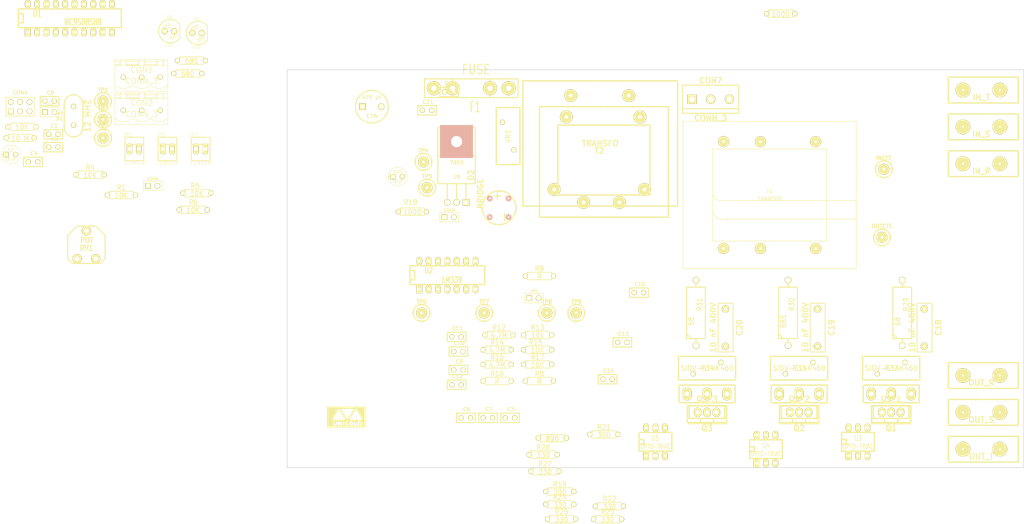
<source format=kicad_pcb>
(kicad_pcb (version 3) (host pcbnew "(2013-mar-13)-testing")

  (general
    (links 0)
    (no_connects 209)
    (area -22.156674 32.497 256.075001 175.667601)
    (thickness 1.6)
    (drawings 4)
    (tracks 0)
    (zones 0)
    (modules 107)
    (nets 62)
  )

  (page A4)
  (layers
    (15 F.Cu signal)
    (0 B.Cu signal)
    (16 B.Adhes user)
    (17 F.Adhes user)
    (18 B.Paste user)
    (19 F.Paste user)
    (20 B.SilkS user)
    (21 F.SilkS user)
    (22 B.Mask user)
    (23 F.Mask user)
    (24 Dwgs.User user)
    (25 Cmts.User user)
    (26 Eco1.User user)
    (27 Eco2.User user)
    (28 Edge.Cuts user)
  )

  (setup
    (last_trace_width 0.4)
    (trace_clearance 0.55)
    (zone_clearance 0.508)
    (zone_45_only no)
    (trace_min 0.254)
    (segment_width 0.2)
    (edge_width 0.15)
    (via_size 1)
    (via_drill 0.75)
    (via_min_size 0.889)
    (via_min_drill 0.508)
    (uvia_size 0.508)
    (uvia_drill 0.127)
    (uvias_allowed no)
    (uvia_min_size 0.508)
    (uvia_min_drill 0.127)
    (pcb_text_width 0.3)
    (pcb_text_size 1 1)
    (mod_edge_width 0.15)
    (mod_text_size 1 1)
    (mod_text_width 0.15)
    (pad_size 1.778 1.778)
    (pad_drill 1.143)
    (pad_to_mask_clearance 0)
    (aux_axis_origin 0 0)
    (visible_elements FFFFF77F)
    (pcbplotparams
      (layerselection 3178497)
      (usegerberextensions true)
      (excludeedgelayer true)
      (linewidth 0.150000)
      (plotframeref false)
      (viasonmask false)
      (mode 1)
      (useauxorigin false)
      (hpglpennumber 1)
      (hpglpenspeed 20)
      (hpglpendiameter 15)
      (hpglpenoverlay 2)
      (psnegative false)
      (psa4output false)
      (plotreference true)
      (plotvalue true)
      (plotothertext true)
      (plotinvisibletext false)
      (padsonsilk false)
      (subtractmaskfromsilk false)
      (outputformat 1)
      (mirror false)
      (drillshape 1)
      (scaleselection 1)
      (outputdirectory ""))
  )

  (net 0 "")
  (net 1 /BDM)
  (net 2 /EXTAL)
  (net 3 /GM)
  (net 4 /IC)
  (net 5 /In_R)
  (net 6 /In_RT)
  (net 7 /In_S)
  (net 8 /In_T)
  (net 9 /Led1)
  (net 10 /N)
  (net 11 /OPT1)
  (net 12 /OPT2)
  (net 13 /OPT3)
  (net 14 /RC)
  (net 15 /RESET)
  (net 16 /RxD)
  (net 17 /SC)
  (net 18 /TC)
  (net 19 /TxD)
  (net 20 /XTAL)
  (net 21 /c_Flash)
  (net 22 /out_R)
  (net 23 /out_S)
  (net 24 /out_T)
  (net 25 /select)
  (net 26 /sensor)
  (net 27 /vreg)
  (net 28 GND)
  (net 29 N-0000010)
  (net 30 N-0000011)
  (net 31 N-0000012)
  (net 32 N-0000013)
  (net 33 N-0000014)
  (net 34 N-0000018)
  (net 35 N-0000020)
  (net 36 N-0000022)
  (net 37 N-0000023)
  (net 38 N-0000025)
  (net 39 N-0000026)
  (net 40 N-0000027)
  (net 41 N-0000029)
  (net 42 N-0000030)
  (net 43 N-0000032)
  (net 44 N-0000035)
  (net 45 N-0000036)
  (net 46 N-0000037)
  (net 47 N-0000038)
  (net 48 N-0000039)
  (net 49 N-0000040)
  (net 50 N-0000041)
  (net 51 N-0000042)
  (net 52 N-0000043)
  (net 53 N-0000044)
  (net 54 N-0000055)
  (net 55 N-0000057)
  (net 56 N-0000058)
  (net 57 N-0000060)
  (net 58 N-0000061)
  (net 59 N-0000063)
  (net 60 N-0000065)
  (net 61 N-000008)

  (net_class Default "This is the default net class."
    (clearance 0.55)
    (trace_width 0.4)
    (via_dia 1)
    (via_drill 0.75)
    (uvia_dia 0.508)
    (uvia_drill 0.127)
    (add_net "")
    (add_net /BDM)
    (add_net /EXTAL)
    (add_net /GM)
    (add_net /IC)
    (add_net /Led1)
    (add_net /N)
    (add_net /OPT1)
    (add_net /OPT2)
    (add_net /OPT3)
    (add_net /RC)
    (add_net /RESET)
    (add_net /RxD)
    (add_net /SC)
    (add_net /TC)
    (add_net /TxD)
    (add_net /XTAL)
    (add_net /c_Flash)
    (add_net /select)
    (add_net /sensor)
    (add_net /vreg)
    (add_net GND)
    (add_net N-0000010)
    (add_net N-0000011)
    (add_net N-0000012)
    (add_net N-0000013)
    (add_net N-0000014)
    (add_net N-0000018)
    (add_net N-0000020)
    (add_net N-0000022)
    (add_net N-0000023)
    (add_net N-0000025)
    (add_net N-0000026)
    (add_net N-0000027)
    (add_net N-0000029)
    (add_net N-0000030)
    (add_net N-0000032)
    (add_net N-0000035)
    (add_net N-0000036)
    (add_net N-0000037)
    (add_net N-0000038)
    (add_net N-0000039)
    (add_net N-0000040)
    (add_net N-0000041)
    (add_net N-0000042)
    (add_net N-0000043)
    (add_net N-0000044)
    (add_net N-0000055)
    (add_net N-0000057)
    (add_net N-0000058)
    (add_net N-0000060)
    (add_net N-0000061)
    (add_net N-0000063)
    (add_net N-0000065)
    (add_net N-000008)
  )

  (net_class POTENCIA ""
    (clearance 0.55)
    (trace_width 3.5)
    (via_dia 1)
    (via_drill 0.75)
    (uvia_dia 0.508)
    (uvia_drill 0.127)
    (add_net /In_R)
    (add_net /In_RT)
    (add_net /In_S)
    (add_net /In_T)
    (add_net /out_R)
    (add_net /out_S)
    (add_net /out_T)
  )

  (module 1pin (layer F.Cu) (tedit 51D697B9) (tstamp 51D6E1F0)
    (at 217.5 97.5)
    (descr "module 1 pin (ou trou mecanique de percage)")
    (tags DEV)
    (path /51D41CD4)
    (fp_text reference OUTCTE (at 0 -3.048) (layer F.SilkS)
      (effects (font (size 1.016 1.016) (thickness 0.254)))
    )
    (fp_text value CONN_1 (at 0 2.794) (layer F.SilkS) hide
      (effects (font (size 1.016 1.016) (thickness 0.254)))
    )
    (fp_circle (center 0 0) (end 0 -2.286) (layer F.SilkS) (width 0.381))
    (pad 1 thru_hole circle (at 0 0) (size 3 3) (drill 0.75)
      (layers *.Cu *.Mask F.SilkS)
      (net 6 /In_RT)
    )
  )

  (module 1pin (layer F.Cu) (tedit 51D697B0) (tstamp 51D6E1E9)
    (at 218 79)
    (descr "module 1 pin (ou trou mecanique de percage)")
    (tags DEV)
    (path /51D41CD4)
    (fp_text reference INCTE (at 0 -3.048) (layer F.SilkS)
      (effects (font (size 1.016 1.016) (thickness 0.254)))
    )
    (fp_text value CONN_1 (at 0 2.794) (layer F.SilkS) hide
      (effects (font (size 1.016 1.016) (thickness 0.254)))
    )
    (fp_circle (center 0 0) (end 0 -2.286) (layer F.SilkS) (width 0.381))
    (pad 1 thru_hole circle (at 0 0) (size 3 3) (drill 0.75)
      (layers *.Cu *.Mask F.SilkS)
      (net 5 /In_R)
    )
  )

  (module C1 (layer F.Cu) (tedit 3F92C496) (tstamp 51D6E1E2)
    (at -7.5 69.5)
    (descr "Condensateur e = 1 pas")
    (tags C)
    (path /50872368)
    (fp_text reference C1 (at 0.254 -2.286) (layer F.SilkS)
      (effects (font (size 1.016 1.016) (thickness 0.2032)))
    )
    (fp_text value "25 pF" (at 0 -2.286) (layer F.SilkS) hide
      (effects (font (size 1.016 1.016) (thickness 0.2032)))
    )
    (fp_line (start -2.4892 -1.27) (end 2.54 -1.27) (layer F.SilkS) (width 0.3048))
    (fp_line (start 2.54 -1.27) (end 2.54 1.27) (layer F.SilkS) (width 0.3048))
    (fp_line (start 2.54 1.27) (end -2.54 1.27) (layer F.SilkS) (width 0.3048))
    (fp_line (start -2.54 1.27) (end -2.54 -1.27) (layer F.SilkS) (width 0.3048))
    (fp_line (start -2.54 -0.635) (end -1.905 -1.27) (layer F.SilkS) (width 0.3048))
    (pad 1 thru_hole circle (at -1.27 0) (size 1.397 1.397) (drill 0.8128)
      (layers *.Cu *.Mask F.SilkS)
      (net 20 /XTAL)
    )
    (pad 2 thru_hole circle (at 1.27 0) (size 1.397 1.397) (drill 0.8128)
      (layers *.Cu *.Mask F.SilkS)
      (net 28 GND)
    )
    (model discret/capa_1_pas.wrl
      (at (xyz 0 0 0))
      (scale (xyz 1 1 1))
      (rotate (xyz 0 0 0))
    )
  )

  (module C1V5 (layer F.Cu) (tedit 3E070CF4) (tstamp 51D6E1D6)
    (at -19 75)
    (descr "Condensateur e = 1 pas")
    (tags C)
    (path /50872288)
    (fp_text reference C2 (at 0 -1.26746) (layer F.SilkS)
      (effects (font (size 0.762 0.762) (thickness 0.127)))
    )
    (fp_text value "10 uF" (at 0 1.27) (layer F.SilkS)
      (effects (font (size 0.762 0.635) (thickness 0.127)))
    )
    (fp_text user + (at -2.286 0) (layer F.SilkS)
      (effects (font (size 0.762 0.762) (thickness 0.2032)))
    )
    (fp_circle (center 0 0) (end 0.127 -2.54) (layer F.SilkS) (width 0.127))
    (pad 1 thru_hole rect (at -1.27 0) (size 1.397 1.397) (drill 0.8128)
      (layers *.Cu *.Mask F.SilkS)
      (net 27 /vreg)
    )
    (pad 2 thru_hole circle (at 1.27 0) (size 1.397 1.397) (drill 0.8128)
      (layers *.Cu *.Mask F.SilkS)
      (net 28 GND)
    )
    (model discret/c_vert_c1v5.wrl
      (at (xyz 0 0 0))
      (scale (xyz 1 1 1))
      (rotate (xyz 0 0 0))
    )
  )

  (module C1 (layer F.Cu) (tedit 3F92C496) (tstamp 51D6E1CD)
    (at 116.5 146.5)
    (descr "Condensateur e = 1 pas")
    (tags C)
    (path /508DA8C8)
    (fp_text reference C3 (at 0.254 -2.286) (layer F.SilkS)
      (effects (font (size 1.016 1.016) (thickness 0.2032)))
    )
    (fp_text value 0.1uF (at 0 -2.286) (layer F.SilkS) hide
      (effects (font (size 1.016 1.016) (thickness 0.2032)))
    )
    (fp_line (start -2.4892 -1.27) (end 2.54 -1.27) (layer F.SilkS) (width 0.3048))
    (fp_line (start 2.54 -1.27) (end 2.54 1.27) (layer F.SilkS) (width 0.3048))
    (fp_line (start 2.54 1.27) (end -2.54 1.27) (layer F.SilkS) (width 0.3048))
    (fp_line (start -2.54 1.27) (end -2.54 -1.27) (layer F.SilkS) (width 0.3048))
    (fp_line (start -2.54 -0.635) (end -1.905 -1.27) (layer F.SilkS) (width 0.3048))
    (pad 1 thru_hole circle (at -1.27 0) (size 1.397 1.397) (drill 0.8128)
      (layers *.Cu *.Mask F.SilkS)
      (net 61 N-000008)
    )
    (pad 2 thru_hole circle (at 1.27 0) (size 1.397 1.397) (drill 0.8128)
      (layers *.Cu *.Mask F.SilkS)
      (net 28 GND)
    )
    (model discret/capa_1_pas.wrl
      (at (xyz 0 0 0))
      (scale (xyz 1 1 1))
      (rotate (xyz 0 0 0))
    )
  )

  (module C1 (layer F.Cu) (tedit 3F92C496) (tstamp 51D6E1C1)
    (at -13 77)
    (descr "Condensateur e = 1 pas")
    (tags C)
    (path /50872278)
    (fp_text reference C4 (at 0.254 -2.286) (layer F.SilkS)
      (effects (font (size 1.016 1.016) (thickness 0.2032)))
    )
    (fp_text value "0,1 uF" (at 0 -2.286) (layer F.SilkS) hide
      (effects (font (size 1.016 1.016) (thickness 0.2032)))
    )
    (fp_line (start -2.4892 -1.27) (end 2.54 -1.27) (layer F.SilkS) (width 0.3048))
    (fp_line (start 2.54 -1.27) (end 2.54 1.27) (layer F.SilkS) (width 0.3048))
    (fp_line (start 2.54 1.27) (end -2.54 1.27) (layer F.SilkS) (width 0.3048))
    (fp_line (start -2.54 1.27) (end -2.54 -1.27) (layer F.SilkS) (width 0.3048))
    (fp_line (start -2.54 -0.635) (end -1.905 -1.27) (layer F.SilkS) (width 0.3048))
    (pad 1 thru_hole circle (at -1.27 0) (size 1.397 1.397) (drill 0.8128)
      (layers *.Cu *.Mask F.SilkS)
      (net 27 /vreg)
    )
    (pad 2 thru_hole circle (at 1.27 0) (size 1.397 1.397) (drill 0.8128)
      (layers *.Cu *.Mask F.SilkS)
      (net 28 GND)
    )
    (model discret/capa_1_pas.wrl
      (at (xyz 0 0 0))
      (scale (xyz 1 1 1))
      (rotate (xyz 0 0 0))
    )
  )

  (module C1 (layer F.Cu) (tedit 3F92C496) (tstamp 51D6E1B5)
    (at -7.5 73)
    (descr "Condensateur e = 1 pas")
    (tags C)
    (path /50872365)
    (fp_text reference C5 (at 0.254 -2.286) (layer F.SilkS)
      (effects (font (size 1.016 1.016) (thickness 0.2032)))
    )
    (fp_text value "25 pF" (at 0 -2.286) (layer F.SilkS) hide
      (effects (font (size 1.016 1.016) (thickness 0.2032)))
    )
    (fp_line (start -2.4892 -1.27) (end 2.54 -1.27) (layer F.SilkS) (width 0.3048))
    (fp_line (start 2.54 -1.27) (end 2.54 1.27) (layer F.SilkS) (width 0.3048))
    (fp_line (start 2.54 1.27) (end -2.54 1.27) (layer F.SilkS) (width 0.3048))
    (fp_line (start -2.54 1.27) (end -2.54 -1.27) (layer F.SilkS) (width 0.3048))
    (fp_line (start -2.54 -0.635) (end -1.905 -1.27) (layer F.SilkS) (width 0.3048))
    (pad 1 thru_hole circle (at -1.27 0) (size 1.397 1.397) (drill 0.8128)
      (layers *.Cu *.Mask F.SilkS)
      (net 2 /EXTAL)
    )
    (pad 2 thru_hole circle (at 1.27 0) (size 1.397 1.397) (drill 0.8128)
      (layers *.Cu *.Mask F.SilkS)
      (net 28 GND)
    )
    (model discret/capa_1_pas.wrl
      (at (xyz 0 0 0))
      (scale (xyz 1 1 1))
      (rotate (xyz 0 0 0))
    )
  )

  (module C1 (layer F.Cu) (tedit 3F92C496) (tstamp 51D6E1A9)
    (at 104.5 146.5)
    (descr "Condensateur e = 1 pas")
    (tags C)
    (path /509E86E9)
    (fp_text reference C6 (at 0.254 -2.286) (layer F.SilkS)
      (effects (font (size 1.016 1.016) (thickness 0.2032)))
    )
    (fp_text value C (at 0 -2.286) (layer F.SilkS) hide
      (effects (font (size 1.016 1.016) (thickness 0.2032)))
    )
    (fp_line (start -2.4892 -1.27) (end 2.54 -1.27) (layer F.SilkS) (width 0.3048))
    (fp_line (start 2.54 -1.27) (end 2.54 1.27) (layer F.SilkS) (width 0.3048))
    (fp_line (start 2.54 1.27) (end -2.54 1.27) (layer F.SilkS) (width 0.3048))
    (fp_line (start -2.54 1.27) (end -2.54 -1.27) (layer F.SilkS) (width 0.3048))
    (fp_line (start -2.54 -0.635) (end -1.905 -1.27) (layer F.SilkS) (width 0.3048))
    (pad 1 thru_hole circle (at -1.27 0) (size 1.397 1.397) (drill 0.8128)
      (layers *.Cu *.Mask F.SilkS)
      (net 27 /vreg)
    )
    (pad 2 thru_hole circle (at 1.27 0) (size 1.397 1.397) (drill 0.8128)
      (layers *.Cu *.Mask F.SilkS)
      (net 28 GND)
    )
    (model discret/capa_1_pas.wrl
      (at (xyz 0 0 0))
      (scale (xyz 1 1 1))
      (rotate (xyz 0 0 0))
    )
  )

  (module C1 (layer F.Cu) (tedit 3F92C496) (tstamp 51D6E19D)
    (at 110.5 146.5)
    (descr "Condensateur e = 1 pas")
    (tags C)
    (path /516967BB)
    (fp_text reference C7 (at 0.254 -2.286) (layer F.SilkS)
      (effects (font (size 1.016 1.016) (thickness 0.2032)))
    )
    (fp_text value 0.1uF (at 0 -2.286) (layer F.SilkS) hide
      (effects (font (size 1.016 1.016) (thickness 0.2032)))
    )
    (fp_line (start -2.4892 -1.27) (end 2.54 -1.27) (layer F.SilkS) (width 0.3048))
    (fp_line (start 2.54 -1.27) (end 2.54 1.27) (layer F.SilkS) (width 0.3048))
    (fp_line (start 2.54 1.27) (end -2.54 1.27) (layer F.SilkS) (width 0.3048))
    (fp_line (start -2.54 1.27) (end -2.54 -1.27) (layer F.SilkS) (width 0.3048))
    (fp_line (start -2.54 -0.635) (end -1.905 -1.27) (layer F.SilkS) (width 0.3048))
    (pad 1 thru_hole circle (at -1.27 0) (size 1.397 1.397) (drill 0.8128)
      (layers *.Cu *.Mask F.SilkS)
      (net 27 /vreg)
    )
    (pad 2 thru_hole circle (at 1.27 0) (size 1.397 1.397) (drill 0.8128)
      (layers *.Cu *.Mask F.SilkS)
      (net 28 GND)
    )
    (model discret/capa_1_pas.wrl
      (at (xyz 0 0 0))
      (scale (xyz 1 1 1))
      (rotate (xyz 0 0 0))
    )
  )

  (module C1 (layer F.Cu) (tedit 3F92C496) (tstamp 51D6E191)
    (at -8.5 60.5)
    (descr "Condensateur e = 1 pas")
    (tags C)
    (path /50872515)
    (fp_text reference C8 (at 0.254 -2.286) (layer F.SilkS)
      (effects (font (size 1.016 1.016) (thickness 0.2032)))
    )
    (fp_text value "C0.1 uF" (at 0 -2.286) (layer F.SilkS) hide
      (effects (font (size 1.016 1.016) (thickness 0.2032)))
    )
    (fp_line (start -2.4892 -1.27) (end 2.54 -1.27) (layer F.SilkS) (width 0.3048))
    (fp_line (start 2.54 -1.27) (end 2.54 1.27) (layer F.SilkS) (width 0.3048))
    (fp_line (start 2.54 1.27) (end -2.54 1.27) (layer F.SilkS) (width 0.3048))
    (fp_line (start -2.54 1.27) (end -2.54 -1.27) (layer F.SilkS) (width 0.3048))
    (fp_line (start -2.54 -0.635) (end -1.905 -1.27) (layer F.SilkS) (width 0.3048))
    (pad 1 thru_hole circle (at -1.27 0) (size 1.397 1.397) (drill 0.8128)
      (layers *.Cu *.Mask F.SilkS)
      (net 15 /RESET)
    )
    (pad 2 thru_hole circle (at 1.27 0) (size 1.397 1.397) (drill 0.8128)
      (layers *.Cu *.Mask F.SilkS)
      (net 28 GND)
    )
    (model discret/capa_1_pas.wrl
      (at (xyz 0 0 0))
      (scale (xyz 1 1 1))
      (rotate (xyz 0 0 0))
    )
  )

  (module C1 (layer F.Cu) (tedit 3F92C496) (tstamp 51D6E185)
    (at 102.5 133.5)
    (descr "Condensateur e = 1 pas")
    (tags C)
    (path /5167281E)
    (fp_text reference C9 (at 0.254 -2.286) (layer F.SilkS)
      (effects (font (size 1.016 1.016) (thickness 0.2032)))
    )
    (fp_text value 0.1uF (at 0 -2.286) (layer F.SilkS) hide
      (effects (font (size 1.016 1.016) (thickness 0.2032)))
    )
    (fp_line (start -2.4892 -1.27) (end 2.54 -1.27) (layer F.SilkS) (width 0.3048))
    (fp_line (start 2.54 -1.27) (end 2.54 1.27) (layer F.SilkS) (width 0.3048))
    (fp_line (start 2.54 1.27) (end -2.54 1.27) (layer F.SilkS) (width 0.3048))
    (fp_line (start -2.54 1.27) (end -2.54 -1.27) (layer F.SilkS) (width 0.3048))
    (fp_line (start -2.54 -0.635) (end -1.905 -1.27) (layer F.SilkS) (width 0.3048))
    (pad 1 thru_hole circle (at -1.27 0) (size 1.397 1.397) (drill 0.8128)
      (layers *.Cu *.Mask F.SilkS)
      (net 27 /vreg)
    )
    (pad 2 thru_hole circle (at 1.27 0) (size 1.397 1.397) (drill 0.8128)
      (layers *.Cu *.Mask F.SilkS)
      (net 28 GND)
    )
    (model discret/capa_1_pas.wrl
      (at (xyz 0 0 0))
      (scale (xyz 1 1 1))
      (rotate (xyz 0 0 0))
    )
  )

  (module C1 (layer F.Cu) (tedit 3F92C496) (tstamp 51D6E179)
    (at 102.5 128.5)
    (descr "Condensateur e = 1 pas")
    (tags C)
    (path /516C6F95)
    (fp_text reference C10 (at 0.254 -2.286) (layer F.SilkS)
      (effects (font (size 1.016 1.016) (thickness 0.2032)))
    )
    (fp_text value "C0.1 uF" (at 0 -2.286) (layer F.SilkS) hide
      (effects (font (size 1.016 1.016) (thickness 0.2032)))
    )
    (fp_line (start -2.4892 -1.27) (end 2.54 -1.27) (layer F.SilkS) (width 0.3048))
    (fp_line (start 2.54 -1.27) (end 2.54 1.27) (layer F.SilkS) (width 0.3048))
    (fp_line (start 2.54 1.27) (end -2.54 1.27) (layer F.SilkS) (width 0.3048))
    (fp_line (start -2.54 1.27) (end -2.54 -1.27) (layer F.SilkS) (width 0.3048))
    (fp_line (start -2.54 -0.635) (end -1.905 -1.27) (layer F.SilkS) (width 0.3048))
    (pad 1 thru_hole circle (at -1.27 0) (size 1.397 1.397) (drill 0.8128)
      (layers *.Cu *.Mask F.SilkS)
      (net 17 /SC)
    )
    (pad 2 thru_hole circle (at 1.27 0) (size 1.397 1.397) (drill 0.8128)
      (layers *.Cu *.Mask F.SilkS)
      (net 28 GND)
    )
    (model discret/capa_1_pas.wrl
      (at (xyz 0 0 0))
      (scale (xyz 1 1 1))
      (rotate (xyz 0 0 0))
    )
  )

  (module C1 (layer F.Cu) (tedit 3F92C496) (tstamp 51D6E16D)
    (at 102 124.5)
    (descr "Condensateur e = 1 pas")
    (tags C)
    (path /516C6EBA)
    (fp_text reference C11 (at 0.254 -2.286) (layer F.SilkS)
      (effects (font (size 1.016 1.016) (thickness 0.2032)))
    )
    (fp_text value "C0.1 uF" (at 0 -2.286) (layer F.SilkS) hide
      (effects (font (size 1.016 1.016) (thickness 0.2032)))
    )
    (fp_line (start -2.4892 -1.27) (end 2.54 -1.27) (layer F.SilkS) (width 0.3048))
    (fp_line (start 2.54 -1.27) (end 2.54 1.27) (layer F.SilkS) (width 0.3048))
    (fp_line (start 2.54 1.27) (end -2.54 1.27) (layer F.SilkS) (width 0.3048))
    (fp_line (start -2.54 1.27) (end -2.54 -1.27) (layer F.SilkS) (width 0.3048))
    (fp_line (start -2.54 -0.635) (end -1.905 -1.27) (layer F.SilkS) (width 0.3048))
    (pad 1 thru_hole circle (at -1.27 0) (size 1.397 1.397) (drill 0.8128)
      (layers *.Cu *.Mask F.SilkS)
      (net 14 /RC)
    )
    (pad 2 thru_hole circle (at 1.27 0) (size 1.397 1.397) (drill 0.8128)
      (layers *.Cu *.Mask F.SilkS)
      (net 28 GND)
    )
    (model discret/capa_1_pas.wrl
      (at (xyz 0 0 0))
      (scale (xyz 1 1 1))
      (rotate (xyz 0 0 0))
    )
  )

  (module C1 (layer F.Cu) (tedit 3F92C496) (tstamp 51D6E161)
    (at 102 137.5)
    (descr "Condensateur e = 1 pas")
    (tags C)
    (path /516C7299)
    (fp_text reference C12 (at 0.254 -2.286) (layer F.SilkS)
      (effects (font (size 1.016 1.016) (thickness 0.2032)))
    )
    (fp_text value "C0.1 uF" (at 0 -2.286) (layer F.SilkS) hide
      (effects (font (size 1.016 1.016) (thickness 0.2032)))
    )
    (fp_line (start -2.4892 -1.27) (end 2.54 -1.27) (layer F.SilkS) (width 0.3048))
    (fp_line (start 2.54 -1.27) (end 2.54 1.27) (layer F.SilkS) (width 0.3048))
    (fp_line (start 2.54 1.27) (end -2.54 1.27) (layer F.SilkS) (width 0.3048))
    (fp_line (start -2.54 1.27) (end -2.54 -1.27) (layer F.SilkS) (width 0.3048))
    (fp_line (start -2.54 -0.635) (end -1.905 -1.27) (layer F.SilkS) (width 0.3048))
    (pad 1 thru_hole circle (at -1.27 0) (size 1.397 1.397) (drill 0.8128)
      (layers *.Cu *.Mask F.SilkS)
      (net 18 /TC)
    )
    (pad 2 thru_hole circle (at 1.27 0) (size 1.397 1.397) (drill 0.8128)
      (layers *.Cu *.Mask F.SilkS)
      (net 28 GND)
    )
    (model discret/capa_1_pas.wrl
      (at (xyz 0 0 0))
      (scale (xyz 1 1 1))
      (rotate (xyz 0 0 0))
    )
  )

  (module C1 (layer F.Cu) (tedit 3F92C496) (tstamp 51D6E155)
    (at 147 126)
    (descr "Condensateur e = 1 pas")
    (tags C)
    (path /516C72BF)
    (fp_text reference C13 (at 0.254 -2.286) (layer F.SilkS)
      (effects (font (size 1.016 1.016) (thickness 0.2032)))
    )
    (fp_text value "C0.1 uF" (at 0 -2.286) (layer F.SilkS) hide
      (effects (font (size 1.016 1.016) (thickness 0.2032)))
    )
    (fp_line (start -2.4892 -1.27) (end 2.54 -1.27) (layer F.SilkS) (width 0.3048))
    (fp_line (start 2.54 -1.27) (end 2.54 1.27) (layer F.SilkS) (width 0.3048))
    (fp_line (start 2.54 1.27) (end -2.54 1.27) (layer F.SilkS) (width 0.3048))
    (fp_line (start -2.54 1.27) (end -2.54 -1.27) (layer F.SilkS) (width 0.3048))
    (fp_line (start -2.54 -0.635) (end -1.905 -1.27) (layer F.SilkS) (width 0.3048))
    (pad 1 thru_hole circle (at -1.27 0) (size 1.397 1.397) (drill 0.8128)
      (layers *.Cu *.Mask F.SilkS)
      (net 11 /OPT1)
    )
    (pad 2 thru_hole circle (at 1.27 0) (size 1.397 1.397) (drill 0.8128)
      (layers *.Cu *.Mask F.SilkS)
      (net 28 GND)
    )
    (model discret/capa_1_pas.wrl
      (at (xyz 0 0 0))
      (scale (xyz 1 1 1))
      (rotate (xyz 0 0 0))
    )
  )

  (module C1 (layer F.Cu) (tedit 3F92C496) (tstamp 51D6E149)
    (at 143 136)
    (descr "Condensateur e = 1 pas")
    (tags C)
    (path /516C72CC)
    (fp_text reference C14 (at 0.254 -2.286) (layer F.SilkS)
      (effects (font (size 1.016 1.016) (thickness 0.2032)))
    )
    (fp_text value "C0.1 uF" (at 0 -2.286) (layer F.SilkS) hide
      (effects (font (size 1.016 1.016) (thickness 0.2032)))
    )
    (fp_line (start -2.4892 -1.27) (end 2.54 -1.27) (layer F.SilkS) (width 0.3048))
    (fp_line (start 2.54 -1.27) (end 2.54 1.27) (layer F.SilkS) (width 0.3048))
    (fp_line (start 2.54 1.27) (end -2.54 1.27) (layer F.SilkS) (width 0.3048))
    (fp_line (start -2.54 1.27) (end -2.54 -1.27) (layer F.SilkS) (width 0.3048))
    (fp_line (start -2.54 -0.635) (end -1.905 -1.27) (layer F.SilkS) (width 0.3048))
    (pad 1 thru_hole circle (at -1.27 0) (size 1.397 1.397) (drill 0.8128)
      (layers *.Cu *.Mask F.SilkS)
      (net 12 /OPT2)
    )
    (pad 2 thru_hole circle (at 1.27 0) (size 1.397 1.397) (drill 0.8128)
      (layers *.Cu *.Mask F.SilkS)
      (net 28 GND)
    )
    (model discret/capa_1_pas.wrl
      (at (xyz 0 0 0))
      (scale (xyz 1 1 1))
      (rotate (xyz 0 0 0))
    )
  )

  (module C1 (layer F.Cu) (tedit 3F92C496) (tstamp 51D6E13D)
    (at 151.5 112.5)
    (descr "Condensateur e = 1 pas")
    (tags C)
    (path /516C72D9)
    (fp_text reference C15 (at 0.254 -2.286) (layer F.SilkS)
      (effects (font (size 1.016 1.016) (thickness 0.2032)))
    )
    (fp_text value "C0.1 uF" (at 0 -2.286) (layer F.SilkS) hide
      (effects (font (size 1.016 1.016) (thickness 0.2032)))
    )
    (fp_line (start -2.4892 -1.27) (end 2.54 -1.27) (layer F.SilkS) (width 0.3048))
    (fp_line (start 2.54 -1.27) (end 2.54 1.27) (layer F.SilkS) (width 0.3048))
    (fp_line (start 2.54 1.27) (end -2.54 1.27) (layer F.SilkS) (width 0.3048))
    (fp_line (start -2.54 1.27) (end -2.54 -1.27) (layer F.SilkS) (width 0.3048))
    (fp_line (start -2.54 -0.635) (end -1.905 -1.27) (layer F.SilkS) (width 0.3048))
    (pad 1 thru_hole circle (at -1.27 0) (size 1.397 1.397) (drill 0.8128)
      (layers *.Cu *.Mask F.SilkS)
      (net 13 /OPT3)
    )
    (pad 2 thru_hole circle (at 1.27 0) (size 1.397 1.397) (drill 0.8128)
      (layers *.Cu *.Mask F.SilkS)
      (net 28 GND)
    )
    (model discret/capa_1_pas.wrl
      (at (xyz 0 0 0))
      (scale (xyz 1 1 1))
      (rotate (xyz 0 0 0))
    )
  )

  (module C2V8 (layer F.Cu) (tedit 46544AA3) (tstamp 51D6E131)
    (at 79 62)
    (descr "Condensateur polarise")
    (tags CP)
    (path /50981728)
    (fp_text reference C16 (at 0 2.54) (layer F.SilkS)
      (effects (font (size 1.016 1.016) (thickness 0.2032)))
    )
    (fp_text value "470 uF" (at 0 -2.54) (layer F.SilkS)
      (effects (font (size 1.016 1.016) (thickness 0.2032)))
    )
    (fp_circle (center 0 0) (end -4.445 0) (layer F.SilkS) (width 0.3048))
    (pad 1 thru_hole rect (at -2.54 0) (size 1.778 1.778) (drill 1.016)
      (layers *.Cu *.Mask F.SilkS)
      (net 48 N-0000039)
    )
    (pad 2 thru_hole circle (at 2.54 0) (size 1.778 1.778) (drill 1.016)
      (layers *.Cu *.Mask F.SilkS)
      (net 28 GND)
    )
    (model discret/c_vert_c2v10.wrl
      (at (xyz 0 0 0))
      (scale (xyz 1 1 1))
      (rotate (xyz 0 0 0))
    )
  )

  (module C1 (layer F.Cu) (tedit 3F92C496) (tstamp 51D6E129)
    (at 100 58)
    (descr "Condensateur e = 1 pas")
    (tags C)
    (path /50981643)
    (fp_text reference C17 (at 0.254 -2.286) (layer F.SilkS)
      (effects (font (size 1.016 1.016) (thickness 0.2032)))
    )
    (fp_text value "0.33 uF" (at 0 -2.286) (layer F.SilkS) hide
      (effects (font (size 1.016 1.016) (thickness 0.2032)))
    )
    (fp_line (start -2.4892 -1.27) (end 2.54 -1.27) (layer F.SilkS) (width 0.3048))
    (fp_line (start 2.54 -1.27) (end 2.54 1.27) (layer F.SilkS) (width 0.3048))
    (fp_line (start 2.54 1.27) (end -2.54 1.27) (layer F.SilkS) (width 0.3048))
    (fp_line (start -2.54 1.27) (end -2.54 -1.27) (layer F.SilkS) (width 0.3048))
    (fp_line (start -2.54 -0.635) (end -1.905 -1.27) (layer F.SilkS) (width 0.3048))
    (pad 1 thru_hole circle (at -1.27 0) (size 1.397 1.397) (drill 0.8128)
      (layers *.Cu *.Mask F.SilkS)
      (net 48 N-0000039)
    )
    (pad 2 thru_hole circle (at 1.27 0) (size 1.397 1.397) (drill 0.8128)
      (layers *.Cu *.Mask F.SilkS)
      (net 28 GND)
    )
    (model discret/capa_1_pas.wrl
      (at (xyz 0 0 0))
      (scale (xyz 1 1 1))
      (rotate (xyz 0 0 0))
    )
  )

  (module cnp_13x4mm (layer F.Cu) (tedit 4B90D521) (tstamp 51D6E11D)
    (at 229 122 270)
    (descr "Capacitor non pol, 13x4mm")
    (path /4A0EB100)
    (fp_text reference C18 (at 0 -3.81 270) (layer F.SilkS)
      (effects (font (thickness 0.3048)))
    )
    (fp_text value "10 nF 400V" (at 0 3.302 270) (layer F.SilkS)
      (effects (font (thickness 0.3048)))
    )
    (fp_line (start 6.604 1.9812) (end -6.604 1.9812) (layer F.SilkS) (width 0.24892))
    (fp_line (start -6.604 -2.0828) (end 6.604 -2.0828) (layer F.SilkS) (width 0.24892))
    (fp_line (start 6.604 1.9812) (end 6.604 -2.0828) (layer F.SilkS) (width 0.24892))
    (fp_line (start -6.604 -2.0828) (end -6.604 1.9812) (layer F.SilkS) (width 0.24892))
    (pad 1 thru_hole circle (at -5.08 0 270) (size 1.99898 1.99898) (drill 0.8001)
      (layers *.Cu *.Mask F.SilkS)
      (net 29 N-0000010)
    )
    (pad 2 thru_hole circle (at 5.08 0 270) (size 1.99898 1.99898) (drill 0.8001)
      (layers *.Cu *.Mask F.SilkS)
      (net 22 /out_R)
    )
    (model discret/capacitor/cnp_13x4mm.wrl
      (at (xyz 0 0 0))
      (scale (xyz 1 1 1))
      (rotate (xyz 0 0 0))
    )
  )

  (module cnp_13x4mm (layer F.Cu) (tedit 4B90D521) (tstamp 51D6E112)
    (at 200 122 270)
    (descr "Capacitor non pol, 13x4mm")
    (path /50981EF3)
    (fp_text reference C19 (at 0 -3.81 270) (layer F.SilkS)
      (effects (font (thickness 0.3048)))
    )
    (fp_text value "10 nF 400V" (at 0 3.302 270) (layer F.SilkS)
      (effects (font (thickness 0.3048)))
    )
    (fp_line (start 6.604 1.9812) (end -6.604 1.9812) (layer F.SilkS) (width 0.24892))
    (fp_line (start -6.604 -2.0828) (end 6.604 -2.0828) (layer F.SilkS) (width 0.24892))
    (fp_line (start 6.604 1.9812) (end 6.604 -2.0828) (layer F.SilkS) (width 0.24892))
    (fp_line (start -6.604 -2.0828) (end -6.604 1.9812) (layer F.SilkS) (width 0.24892))
    (pad 1 thru_hole circle (at -5.08 0 270) (size 1.99898 1.99898) (drill 0.8001)
      (layers *.Cu *.Mask F.SilkS)
      (net 33 N-0000014)
    )
    (pad 2 thru_hole circle (at 5.08 0 270) (size 1.99898 1.99898) (drill 0.8001)
      (layers *.Cu *.Mask F.SilkS)
      (net 23 /out_S)
    )
    (model discret/capacitor/cnp_13x4mm.wrl
      (at (xyz 0 0 0))
      (scale (xyz 1 1 1))
      (rotate (xyz 0 0 0))
    )
  )

  (module cnp_13x4mm (layer F.Cu) (tedit 4B90D521) (tstamp 51D6E107)
    (at 175 122 270)
    (descr "Capacitor non pol, 13x4mm")
    (path /50871D6D)
    (fp_text reference C20 (at 0 -3.81 270) (layer F.SilkS)
      (effects (font (thickness 0.3048)))
    )
    (fp_text value "10 nF 400V" (at 0 3.302 270) (layer F.SilkS)
      (effects (font (thickness 0.3048)))
    )
    (fp_line (start 6.604 1.9812) (end -6.604 1.9812) (layer F.SilkS) (width 0.24892))
    (fp_line (start -6.604 -2.0828) (end 6.604 -2.0828) (layer F.SilkS) (width 0.24892))
    (fp_line (start 6.604 1.9812) (end 6.604 -2.0828) (layer F.SilkS) (width 0.24892))
    (fp_line (start -6.604 -2.0828) (end -6.604 1.9812) (layer F.SilkS) (width 0.24892))
    (pad 1 thru_hole circle (at -5.08 0 270) (size 1.99898 1.99898) (drill 0.8001)
      (layers *.Cu *.Mask F.SilkS)
      (net 30 N-0000011)
    )
    (pad 2 thru_hole circle (at 5.08 0 270) (size 1.99898 1.99898) (drill 0.8001)
      (layers *.Cu *.Mask F.SilkS)
      (net 24 /out_T)
    )
    (model discret/capacitor/cnp_13x4mm.wrl
      (at (xyz 0 0 0))
      (scale (xyz 1 1 1))
      (rotate (xyz 0 0 0))
    )
  )

  (module C1 (layer F.Cu) (tedit 3F92C496) (tstamp 51D6E0FC)
    (at 94 63)
    (descr "Condensateur e = 1 pas")
    (tags C)
    (path /509817DF)
    (fp_text reference C21 (at 0.254 -2.286) (layer F.SilkS)
      (effects (font (size 1.016 1.016) (thickness 0.2032)))
    )
    (fp_text value "0.1 uF" (at 0 -2.286) (layer F.SilkS) hide
      (effects (font (size 1.016 1.016) (thickness 0.2032)))
    )
    (fp_line (start -2.4892 -1.27) (end 2.54 -1.27) (layer F.SilkS) (width 0.3048))
    (fp_line (start 2.54 -1.27) (end 2.54 1.27) (layer F.SilkS) (width 0.3048))
    (fp_line (start 2.54 1.27) (end -2.54 1.27) (layer F.SilkS) (width 0.3048))
    (fp_line (start -2.54 1.27) (end -2.54 -1.27) (layer F.SilkS) (width 0.3048))
    (fp_line (start -2.54 -0.635) (end -1.905 -1.27) (layer F.SilkS) (width 0.3048))
    (pad 1 thru_hole circle (at -1.27 0) (size 1.397 1.397) (drill 0.8128)
      (layers *.Cu *.Mask F.SilkS)
      (net 27 /vreg)
    )
    (pad 2 thru_hole circle (at 1.27 0) (size 1.397 1.397) (drill 0.8128)
      (layers *.Cu *.Mask F.SilkS)
      (net 28 GND)
    )
    (model discret/capa_1_pas.wrl
      (at (xyz 0 0 0))
      (scale (xyz 1 1 1))
      (rotate (xyz 0 0 0))
    )
  )

  (module C1V5 (layer F.Cu) (tedit 3E070CF4) (tstamp 51D6E0F0)
    (at 86 81)
    (descr "Condensateur e = 1 pas")
    (tags C)
    (path /509817E3)
    (fp_text reference C22 (at 0 -1.26746) (layer F.SilkS)
      (effects (font (size 0.762 0.762) (thickness 0.127)))
    )
    (fp_text value "10 uF" (at 0 1.27) (layer F.SilkS)
      (effects (font (size 0.762 0.635) (thickness 0.127)))
    )
    (fp_text user + (at -2.286 0) (layer F.SilkS)
      (effects (font (size 0.762 0.762) (thickness 0.2032)))
    )
    (fp_circle (center 0 0) (end 0.127 -2.54) (layer F.SilkS) (width 0.127))
    (pad 1 thru_hole rect (at -1.27 0) (size 1.397 1.397) (drill 0.8128)
      (layers *.Cu *.Mask F.SilkS)
      (net 27 /vreg)
    )
    (pad 2 thru_hole circle (at 1.27 0) (size 1.397 1.397) (drill 0.8128)
      (layers *.Cu *.Mask F.SilkS)
      (net 28 GND)
    )
    (model discret/c_vert_c1v5.wrl
      (at (xyz 0 0 0))
      (scale (xyz 1 1 1))
      (rotate (xyz 0 0 0))
    )
  )

  (module PHOENIX_MSTBA2,54-G_3 (layer F.Cu) (tedit 51968024) (tstamp 51D6E0E7)
    (at 16.5 54)
    (path /519D5B30)
    (attr virtual)
    (fp_text reference CON1 (at 0 -2) (layer F.SilkS)
      (effects (font (thickness 0.15)))
    )
    (fp_text value CONN_3 (at 0 1) (layer F.SilkS)
      (effects (font (thickness 0.15)))
    )
    (fp_line (start 2.3 2.2) (end 2.4 2.2) (layer F.SilkS) (width 0.127))
    (fp_line (start 7.1 -4.7) (end 7.1 3.8) (layer F.SilkS) (width 0.127))
    (fp_arc (start 4.725 -0.44458) (end 7.0237 2.20464) (angle 81.9) (layer F.SilkS) (width 0.127))
    (fp_line (start 4.02678 -3.39352) (end 4.3773 -3.19286) (layer F.SilkS) (width 0.127))
    (fp_line (start 6.02322 -3.39352) (end 5.6727 -3.19286) (layer F.SilkS) (width 0.127))
    (fp_line (start 4.02678 -3.39352) (end 2.725 -3.39352) (layer F.SilkS) (width 0.127))
    (fp_line (start 4.3773 -4.694) (end 4.3773 -3.19286) (layer F.SilkS) (width 0.127))
    (fp_line (start 5.6727 -4.694) (end 5.6727 -3.19286) (layer F.SilkS) (width 0.127))
    (fp_line (start 5.6727 -3.19286) (end 6.02322 -3.19286) (layer F.SilkS) (width 0.127))
    (fp_line (start 4.3773 -3.19286) (end 7.1 -3.19286) (layer F.SilkS) (width 0.127))
    (fp_line (start 4.02678 -3.19286) (end 4.3773 -3.19286) (layer F.SilkS) (width 0.127))
    (fp_line (start 4.02678 -4.19362) (end 2.725 -4.19362) (layer F.SilkS) (width 0.127))
    (fp_line (start 4.3773 -4.694) (end 7.1 -4.694) (layer F.SilkS) (width 0.127))
    (fp_line (start 2.725 -4.694) (end 4.3773 -4.694) (layer F.SilkS) (width 0.127))
    (fp_line (start 6.02322 -4.19362) (end 6.02322 -3.39352) (layer F.SilkS) (width 0.127))
    (fp_line (start 5.6727 -4.694) (end 6.02322 -4.19362) (layer F.SilkS) (width 0.127))
    (fp_line (start 4.02678 -4.19362) (end 4.3773 -4.694) (layer F.SilkS) (width 0.127))
    (fp_line (start 4.02678 -3.39352) (end 4.02678 -4.19362) (layer F.SilkS) (width 0.127))
    (fp_line (start 4.02678 -3.19286) (end 2.725 -3.19286) (layer F.SilkS) (width 0.127))
    (fp_line (start -7.275 -4.695) (end -7.275 3.805) (layer F.SilkS) (width 0.127))
    (fp_line (start -2.675 2.205) (end -2.275 2.205) (layer F.SilkS) (width 0.127))
    (fp_arc (start 0.025 -0.44458) (end 2.3237 2.20464) (angle 81.9) (layer F.SilkS) (width 0.127))
    (fp_line (start -0.97322 -3.39352) (end -0.6227 -3.19286) (layer F.SilkS) (width 0.127))
    (fp_line (start 1.02322 -3.39352) (end 0.6727 -3.19286) (layer F.SilkS) (width 0.127))
    (fp_line (start 1.02322 -3.39352) (end 2.725 -3.39352) (layer F.SilkS) (width 0.127))
    (fp_line (start -0.97322 -3.39352) (end -3.8739 -3.39352) (layer F.SilkS) (width 0.127))
    (fp_line (start -0.6227 -4.694) (end -0.6227 -3.19286) (layer F.SilkS) (width 0.127))
    (fp_line (start 0.6727 -4.694) (end 0.6727 -3.19286) (layer F.SilkS) (width 0.127))
    (fp_line (start 0.6727 -3.19286) (end 1.02322 -3.19286) (layer F.SilkS) (width 0.127))
    (fp_line (start -0.6227 -3.19286) (end 0.6727 -3.19286) (layer F.SilkS) (width 0.127))
    (fp_line (start -0.97322 -3.19286) (end -0.6227 -3.19286) (layer F.SilkS) (width 0.127))
    (fp_line (start 7.1 3.80484) (end -7.2739 3.80484) (layer F.SilkS) (width 0.127))
    (fp_line (start 1.02322 -4.19362) (end 2.725 -4.19362) (layer F.SilkS) (width 0.127))
    (fp_line (start -0.97322 -4.19362) (end -3.8739 -4.19362) (layer F.SilkS) (width 0.127))
    (fp_line (start 0.6727 -4.694) (end 2.725 -4.694) (layer F.SilkS) (width 0.127))
    (fp_line (start -0.6227 -4.694) (end 0.6727 -4.694) (layer F.SilkS) (width 0.127))
    (fp_line (start -3.8739 -4.694) (end -0.6227 -4.694) (layer F.SilkS) (width 0.127))
    (fp_line (start 1.02322 -4.19362) (end 1.02322 -3.39352) (layer F.SilkS) (width 0.127))
    (fp_line (start 0.6727 -4.694) (end 1.02322 -4.19362) (layer F.SilkS) (width 0.127))
    (fp_line (start -0.97322 -4.19362) (end -0.6227 -4.694) (layer F.SilkS) (width 0.127))
    (fp_line (start -0.97322 -3.39352) (end -0.97322 -4.19362) (layer F.SilkS) (width 0.127))
    (fp_line (start -0.97322 -3.19286) (end -3.8739 -3.19286) (layer F.SilkS) (width 0.127))
    (fp_line (start 1.02322 -3.19286) (end 2.725 -3.19286) (layer F.SilkS) (width 0.127))
    (fp_line (start -3.97678 -3.19286) (end -1.0761 -3.19286) (layer F.SilkS) (width 0.127))
    (fp_line (start -5.97322 -3.19286) (end -7.275 -3.19286) (layer F.SilkS) (width 0.127))
    (fp_line (start -5.97322 -3.39352) (end -5.97322 -4.19362) (layer F.SilkS) (width 0.127))
    (fp_line (start -5.97322 -4.19362) (end -5.6227 -4.694) (layer F.SilkS) (width 0.127))
    (fp_line (start -4.3273 -4.694) (end -3.97678 -4.19362) (layer F.SilkS) (width 0.127))
    (fp_line (start -3.97678 -4.19362) (end -3.97678 -3.39352) (layer F.SilkS) (width 0.127))
    (fp_line (start -7.275 -4.694) (end -5.6227 -4.694) (layer F.SilkS) (width 0.127))
    (fp_line (start -5.6227 -4.694) (end -4.3273 -4.694) (layer F.SilkS) (width 0.127))
    (fp_line (start -4.3273 -4.694) (end -1.0761 -4.694) (layer F.SilkS) (width 0.127))
    (fp_line (start -5.97322 -4.19362) (end -7.275 -4.19362) (layer F.SilkS) (width 0.127))
    (fp_line (start -3.97678 -4.19362) (end -1.0761 -4.19362) (layer F.SilkS) (width 0.127))
    (fp_line (start -5.97322 -3.19286) (end -5.6227 -3.19286) (layer F.SilkS) (width 0.127))
    (fp_line (start -5.6227 -3.19286) (end -4.3273 -3.19286) (layer F.SilkS) (width 0.127))
    (fp_line (start -4.3273 -3.19286) (end -3.97678 -3.19286) (layer F.SilkS) (width 0.127))
    (fp_line (start -4.3273 -4.694) (end -4.3273 -3.19286) (layer F.SilkS) (width 0.127))
    (fp_line (start -5.6227 -4.694) (end -5.6227 -3.19286) (layer F.SilkS) (width 0.127))
    (fp_line (start -5.97322 -3.39352) (end -7.275 -3.39352) (layer F.SilkS) (width 0.127))
    (fp_line (start -3.97678 -3.39352) (end -1.0761 -3.39352) (layer F.SilkS) (width 0.127))
    (fp_line (start -3.97678 -3.39352) (end -4.3273 -3.19286) (layer F.SilkS) (width 0.127))
    (fp_line (start -5.97322 -3.39352) (end -5.6227 -3.19286) (layer F.SilkS) (width 0.127))
    (fp_arc (start -4.975 -0.44458) (end -2.6763 2.20464) (angle 81.9) (layer F.SilkS) (width 0.127))
    (pad 1 thru_hole rect (at 5.025 0.005) (size 2.54 0) (drill 1.29794)
      (layers *.Cu F.Paste F.SilkS F.Mask)
      (net 28 GND)
    )
    (pad 1 thru_hole rect (at 0.025 0.005) (size 2.54 0) (drill 1.29794)
      (layers *.Cu F.Paste F.SilkS F.Mask)
      (net 28 GND)
    )
    (pad 1 thru_hole rect (at -4.975 0.005) (size 2.54 0) (drill 1.29794)
      (layers *.Cu F.Paste F.SilkS F.Mask)
      (net 28 GND)
    )
    (pad 1 thru_hole circle (at -4.98 0) (size 1.397 1.397) (drill 0.8128)
      (layers *.Cu *.Mask F.SilkS)
      (net 28 GND)
    )
    (pad 2 thru_hole circle (at 0 0) (size 1.397 1.397) (drill 0.8128)
      (layers *.Cu *.Mask F.SilkS)
      (net 16 /RxD)
    )
    (pad 3 thru_hole circle (at 5.03 -0.01) (size 1.397 1.397) (drill 0.8128)
      (layers *.Cu *.Mask F.SilkS)
      (net 19 /TxD)
    )
  )

  (module PHOENIX_MSTBA2,54-G_3 (layer F.Cu) (tedit 51968024) (tstamp 51D6E09C)
    (at 16.5 63)
    (path /519D5B21)
    (attr virtual)
    (fp_text reference CON2 (at 0 -2) (layer F.SilkS)
      (effects (font (thickness 0.15)))
    )
    (fp_text value CONN_3 (at 0 1) (layer F.SilkS)
      (effects (font (thickness 0.15)))
    )
    (fp_line (start 2.3 2.2) (end 2.4 2.2) (layer F.SilkS) (width 0.127))
    (fp_line (start 7.1 -4.7) (end 7.1 3.8) (layer F.SilkS) (width 0.127))
    (fp_arc (start 4.725 -0.44458) (end 7.0237 2.20464) (angle 81.9) (layer F.SilkS) (width 0.127))
    (fp_line (start 4.02678 -3.39352) (end 4.3773 -3.19286) (layer F.SilkS) (width 0.127))
    (fp_line (start 6.02322 -3.39352) (end 5.6727 -3.19286) (layer F.SilkS) (width 0.127))
    (fp_line (start 4.02678 -3.39352) (end 2.725 -3.39352) (layer F.SilkS) (width 0.127))
    (fp_line (start 4.3773 -4.694) (end 4.3773 -3.19286) (layer F.SilkS) (width 0.127))
    (fp_line (start 5.6727 -4.694) (end 5.6727 -3.19286) (layer F.SilkS) (width 0.127))
    (fp_line (start 5.6727 -3.19286) (end 6.02322 -3.19286) (layer F.SilkS) (width 0.127))
    (fp_line (start 4.3773 -3.19286) (end 7.1 -3.19286) (layer F.SilkS) (width 0.127))
    (fp_line (start 4.02678 -3.19286) (end 4.3773 -3.19286) (layer F.SilkS) (width 0.127))
    (fp_line (start 4.02678 -4.19362) (end 2.725 -4.19362) (layer F.SilkS) (width 0.127))
    (fp_line (start 4.3773 -4.694) (end 7.1 -4.694) (layer F.SilkS) (width 0.127))
    (fp_line (start 2.725 -4.694) (end 4.3773 -4.694) (layer F.SilkS) (width 0.127))
    (fp_line (start 6.02322 -4.19362) (end 6.02322 -3.39352) (layer F.SilkS) (width 0.127))
    (fp_line (start 5.6727 -4.694) (end 6.02322 -4.19362) (layer F.SilkS) (width 0.127))
    (fp_line (start 4.02678 -4.19362) (end 4.3773 -4.694) (layer F.SilkS) (width 0.127))
    (fp_line (start 4.02678 -3.39352) (end 4.02678 -4.19362) (layer F.SilkS) (width 0.127))
    (fp_line (start 4.02678 -3.19286) (end 2.725 -3.19286) (layer F.SilkS) (width 0.127))
    (fp_line (start -7.275 -4.695) (end -7.275 3.805) (layer F.SilkS) (width 0.127))
    (fp_line (start -2.675 2.205) (end -2.275 2.205) (layer F.SilkS) (width 0.127))
    (fp_arc (start 0.025 -0.44458) (end 2.3237 2.20464) (angle 81.9) (layer F.SilkS) (width 0.127))
    (fp_line (start -0.97322 -3.39352) (end -0.6227 -3.19286) (layer F.SilkS) (width 0.127))
    (fp_line (start 1.02322 -3.39352) (end 0.6727 -3.19286) (layer F.SilkS) (width 0.127))
    (fp_line (start 1.02322 -3.39352) (end 2.725 -3.39352) (layer F.SilkS) (width 0.127))
    (fp_line (start -0.97322 -3.39352) (end -3.8739 -3.39352) (layer F.SilkS) (width 0.127))
    (fp_line (start -0.6227 -4.694) (end -0.6227 -3.19286) (layer F.SilkS) (width 0.127))
    (fp_line (start 0.6727 -4.694) (end 0.6727 -3.19286) (layer F.SilkS) (width 0.127))
    (fp_line (start 0.6727 -3.19286) (end 1.02322 -3.19286) (layer F.SilkS) (width 0.127))
    (fp_line (start -0.6227 -3.19286) (end 0.6727 -3.19286) (layer F.SilkS) (width 0.127))
    (fp_line (start -0.97322 -3.19286) (end -0.6227 -3.19286) (layer F.SilkS) (width 0.127))
    (fp_line (start 7.1 3.80484) (end -7.2739 3.80484) (layer F.SilkS) (width 0.127))
    (fp_line (start 1.02322 -4.19362) (end 2.725 -4.19362) (layer F.SilkS) (width 0.127))
    (fp_line (start -0.97322 -4.19362) (end -3.8739 -4.19362) (layer F.SilkS) (width 0.127))
    (fp_line (start 0.6727 -4.694) (end 2.725 -4.694) (layer F.SilkS) (width 0.127))
    (fp_line (start -0.6227 -4.694) (end 0.6727 -4.694) (layer F.SilkS) (width 0.127))
    (fp_line (start -3.8739 -4.694) (end -0.6227 -4.694) (layer F.SilkS) (width 0.127))
    (fp_line (start 1.02322 -4.19362) (end 1.02322 -3.39352) (layer F.SilkS) (width 0.127))
    (fp_line (start 0.6727 -4.694) (end 1.02322 -4.19362) (layer F.SilkS) (width 0.127))
    (fp_line (start -0.97322 -4.19362) (end -0.6227 -4.694) (layer F.SilkS) (width 0.127))
    (fp_line (start -0.97322 -3.39352) (end -0.97322 -4.19362) (layer F.SilkS) (width 0.127))
    (fp_line (start -0.97322 -3.19286) (end -3.8739 -3.19286) (layer F.SilkS) (width 0.127))
    (fp_line (start 1.02322 -3.19286) (end 2.725 -3.19286) (layer F.SilkS) (width 0.127))
    (fp_line (start -3.97678 -3.19286) (end -1.0761 -3.19286) (layer F.SilkS) (width 0.127))
    (fp_line (start -5.97322 -3.19286) (end -7.275 -3.19286) (layer F.SilkS) (width 0.127))
    (fp_line (start -5.97322 -3.39352) (end -5.97322 -4.19362) (layer F.SilkS) (width 0.127))
    (fp_line (start -5.97322 -4.19362) (end -5.6227 -4.694) (layer F.SilkS) (width 0.127))
    (fp_line (start -4.3273 -4.694) (end -3.97678 -4.19362) (layer F.SilkS) (width 0.127))
    (fp_line (start -3.97678 -4.19362) (end -3.97678 -3.39352) (layer F.SilkS) (width 0.127))
    (fp_line (start -7.275 -4.694) (end -5.6227 -4.694) (layer F.SilkS) (width 0.127))
    (fp_line (start -5.6227 -4.694) (end -4.3273 -4.694) (layer F.SilkS) (width 0.127))
    (fp_line (start -4.3273 -4.694) (end -1.0761 -4.694) (layer F.SilkS) (width 0.127))
    (fp_line (start -5.97322 -4.19362) (end -7.275 -4.19362) (layer F.SilkS) (width 0.127))
    (fp_line (start -3.97678 -4.19362) (end -1.0761 -4.19362) (layer F.SilkS) (width 0.127))
    (fp_line (start -5.97322 -3.19286) (end -5.6227 -3.19286) (layer F.SilkS) (width 0.127))
    (fp_line (start -5.6227 -3.19286) (end -4.3273 -3.19286) (layer F.SilkS) (width 0.127))
    (fp_line (start -4.3273 -3.19286) (end -3.97678 -3.19286) (layer F.SilkS) (width 0.127))
    (fp_line (start -4.3273 -4.694) (end -4.3273 -3.19286) (layer F.SilkS) (width 0.127))
    (fp_line (start -5.6227 -4.694) (end -5.6227 -3.19286) (layer F.SilkS) (width 0.127))
    (fp_line (start -5.97322 -3.39352) (end -7.275 -3.39352) (layer F.SilkS) (width 0.127))
    (fp_line (start -3.97678 -3.39352) (end -1.0761 -3.39352) (layer F.SilkS) (width 0.127))
    (fp_line (start -3.97678 -3.39352) (end -4.3273 -3.19286) (layer F.SilkS) (width 0.127))
    (fp_line (start -5.97322 -3.39352) (end -5.6227 -3.19286) (layer F.SilkS) (width 0.127))
    (fp_arc (start -4.975 -0.44458) (end -2.6763 2.20464) (angle 81.9) (layer F.SilkS) (width 0.127))
    (pad 1 thru_hole rect (at 5.025 0.005) (size 2.54 0) (drill 1.29794)
      (layers *.Cu F.Paste F.SilkS F.Mask)
      (net 26 /sensor)
    )
    (pad 1 thru_hole rect (at 0.025 0.005) (size 2.54 0) (drill 1.29794)
      (layers *.Cu F.Paste F.SilkS F.Mask)
      (net 26 /sensor)
    )
    (pad 1 thru_hole rect (at -4.975 0.005) (size 2.54 0) (drill 1.29794)
      (layers *.Cu F.Paste F.SilkS F.Mask)
      (net 26 /sensor)
    )
    (pad 1 thru_hole circle (at -4.98 0) (size 1.397 1.397) (drill 0.8128)
      (layers *.Cu *.Mask F.SilkS)
      (net 26 /sensor)
    )
    (pad 2 thru_hole circle (at 0 0) (size 1.397 1.397) (drill 0.8128)
      (layers *.Cu *.Mask F.SilkS)
      (net 28 GND)
    )
    (pad 3 thru_hole circle (at 5.03 -0.01) (size 1.397 1.397) (drill 0.8128)
      (layers *.Cu *.Mask F.SilkS)
      (net 27 /vreg)
    )
  )

  (module PIN_ARRAY_2X1 (layer F.Cu) (tedit 51D6DDAE) (tstamp 51D6E051)
    (at 100 92)
    (descr "Connecteurs 2 pins")
    (tags "CONN DEV")
    (path /51D3F9F9)
    (fp_text reference CON8 (at 0 -1.905) (layer F.SilkS)
      (effects (font (size 0.762 0.762) (thickness 0.1524)))
    )
    (fp_text value CONN_2 (at 0 -1.905) (layer F.SilkS) hide
      (effects (font (size 0.762 0.762) (thickness 0.1524)))
    )
    (fp_line (start -2.54 1.27) (end -2.54 -1.27) (layer F.SilkS) (width 0.1524))
    (fp_line (start -2.54 -1.27) (end 2.54 -1.27) (layer F.SilkS) (width 0.1524))
    (fp_line (start 2.54 -1.27) (end 2.54 1.27) (layer F.SilkS) (width 0.1524))
    (fp_line (start 2.54 1.27) (end -2.54 1.27) (layer F.SilkS) (width 0.1524))
    (pad 1 thru_hole rect (at -1.27 0) (size 1.524 1.524) (drill 1.016)
      (layers *.Cu *.Mask F.SilkS)
      (net 27 /vreg)
    )
    (pad 2 thru_hole circle (at 1.27 0) (size 1.524 1.524) (drill 1.016)
      (layers *.Cu *.Mask F.SilkS)
      (net 28 GND)
    )
    (model pin_array/pins_array_2x1.wrl
      (at (xyz 0 0 0))
      (scale (xyz 1 1 1))
      (rotate (xyz 0 0 0))
    )
  )

  (module LED-5MM (layer F.Cu) (tedit 50ADE86B) (tstamp 51D6E046)
    (at 31.5 42)
    (descr "LED 5mm - Lead pitch 100mil (2,54mm)")
    (tags "LED led 5mm 5MM 100mil 2,54mm")
    (path /509AB92B)
    (fp_text reference D1 (at 0 -3.81) (layer F.SilkS)
      (effects (font (size 0.762 0.762) (thickness 0.0889)))
    )
    (fp_text value LED (at 0 3.81) (layer F.SilkS)
      (effects (font (size 0.762 0.762) (thickness 0.0889)))
    )
    (fp_line (start 2.8448 1.905) (end 2.8448 -1.905) (layer F.SilkS) (width 0.2032))
    (fp_circle (center 0.254 0) (end -1.016 1.27) (layer F.SilkS) (width 0.0762))
    (fp_arc (start 0.254 0) (end 2.794 1.905) (angle 286.2) (layer F.SilkS) (width 0.254))
    (fp_arc (start 0.254 0) (end -0.889 0) (angle 90) (layer F.SilkS) (width 0.1524))
    (fp_arc (start 0.254 0) (end 1.397 0) (angle 90) (layer F.SilkS) (width 0.1524))
    (fp_arc (start 0.254 0) (end -1.397 0) (angle 90) (layer F.SilkS) (width 0.1524))
    (fp_arc (start 0.254 0) (end 1.905 0) (angle 90) (layer F.SilkS) (width 0.1524))
    (fp_arc (start 0.254 0) (end -1.905 0) (angle 90) (layer F.SilkS) (width 0.1524))
    (fp_arc (start 0.254 0) (end 2.413 0) (angle 90) (layer F.SilkS) (width 0.1524))
    (pad 1 thru_hole circle (at -1.27 0) (size 1.6764 1.6764) (drill 0.8128)
      (layers *.Cu *.Mask F.SilkS)
      (net 9 /Led1)
    )
    (pad 2 thru_hole circle (at 1.27 0) (size 1.6764 1.6764) (drill 0.8128)
      (layers *.Cu *.Mask F.SilkS)
      (net 41 N-0000029)
    )
    (model discret/leds/led5_vertical_verde.wrl
      (at (xyz 0 0 0))
      (scale (xyz 1 1 1))
      (rotate (xyz 0 0 0))
    )
  )

  (module Bridge-rond (layer F.Cu) (tedit 51D6DD9B) (tstamp 51D6E036)
    (at 111 92 90)
    (path /50981032)
    (fp_text reference D2 (at 11.43 -5.08 90) (layer F.SilkS)
      (effects (font (thickness 0.3048)))
    )
    (fp_text value BRIDGE (at 6.35 -2.54 90) (layer F.SilkS)
      (effects (font (thickness 0.3048)))
    )
    (fp_circle (center 2.54 2.54) (end 6.35 5.08) (layer F.SilkS) (width 0.381))
    (fp_text user + (at 5.715 1.905 90) (layer F.SilkS)
      (effects (font (size 2.54 2.54) (thickness 0.3048)))
    )
    (fp_text user - (at 0 3.81 90) (layer F.SilkS)
      (effects (font (size 2.54 2.54) (thickness 0.3048)))
    )
    (pad 1 thru_hole circle (at 0 5.08 90) (size 1.524 1.524) (drill 0.508)
      (layers *.Cu *.SilkS *.Mask)
      (net 28 GND)
    )
    (pad 2 thru_hole circle (at 5.08 5.08 90) (size 1.524 1.524) (drill 0.508)
      (layers *.Cu *.SilkS *.Mask)
      (net 45 N-0000036)
    )
    (pad 3 thru_hole circle (at 5.08 0 90) (size 1.524 1.524) (drill 0.508)
      (layers *.Cu *.SilkS *.Mask)
      (net 48 N-0000039)
    )
    (pad 4 thru_hole circle (at 0 0 90) (size 1.524 1.524) (drill 0.508)
      (layers *.Cu *.SilkS *.Mask)
      (net 40 N-0000027)
    )
    (model perso/bridge-rond.wrl
      (at (xyz 0 0 0))
      (scale (xyz 1 1 1))
      (rotate (xyz 0 0 0))
    )
  )

  (module LED-5MM (layer F.Cu) (tedit 50ADE86B) (tstamp 51D6E02A)
    (at 24 41.5)
    (descr "LED 5mm - Lead pitch 100mil (2,54mm)")
    (tags "LED led 5mm 5MM 100mil 2,54mm")
    (path /5098161A)
    (fp_text reference D3 (at 0 -3.81) (layer F.SilkS)
      (effects (font (size 0.762 0.762) (thickness 0.0889)))
    )
    (fp_text value LED (at 0 3.81) (layer F.SilkS)
      (effects (font (size 0.762 0.762) (thickness 0.0889)))
    )
    (fp_line (start 2.8448 1.905) (end 2.8448 -1.905) (layer F.SilkS) (width 0.2032))
    (fp_circle (center 0.254 0) (end -1.016 1.27) (layer F.SilkS) (width 0.0762))
    (fp_arc (start 0.254 0) (end 2.794 1.905) (angle 286.2) (layer F.SilkS) (width 0.254))
    (fp_arc (start 0.254 0) (end -0.889 0) (angle 90) (layer F.SilkS) (width 0.1524))
    (fp_arc (start 0.254 0) (end 1.397 0) (angle 90) (layer F.SilkS) (width 0.1524))
    (fp_arc (start 0.254 0) (end -1.397 0) (angle 90) (layer F.SilkS) (width 0.1524))
    (fp_arc (start 0.254 0) (end 1.905 0) (angle 90) (layer F.SilkS) (width 0.1524))
    (fp_arc (start 0.254 0) (end -1.905 0) (angle 90) (layer F.SilkS) (width 0.1524))
    (fp_arc (start 0.254 0) (end 2.413 0) (angle 90) (layer F.SilkS) (width 0.1524))
    (pad 1 thru_hole circle (at -1.27 0) (size 1.6764 1.6764) (drill 0.8128)
      (layers *.Cu *.Mask F.SilkS)
      (net 48 N-0000039)
    )
    (pad 2 thru_hole circle (at 1.27 0) (size 1.6764 1.6764) (drill 0.8128)
      (layers *.Cu *.Mask F.SilkS)
      (net 43 N-0000032)
    )
    (model discret/leds/led5_vertical_verde.wrl
      (at (xyz 0 0 0))
      (scale (xyz 1 1 1))
      (rotate (xyz 0 0 0))
    )
  )

  (module FUSE5-20 (layer F.Cu) (tedit 40C496F0) (tstamp 51D6E01A)
    (at 106 57)
    (descr "Support fusible 5 x 20")
    (tags DEV)
    (path /51671CAB)
    (fp_text reference F1 (at 1.016 5.08) (layer F.SilkS)
      (effects (font (size 2.83464 1.59512) (thickness 0.3048)))
    )
    (fp_text value FUSE (at 1.27 -5.08) (layer F.SilkS)
      (effects (font (size 2.54 2.032) (thickness 0.3048)))
    )
    (fp_line (start -12.7 -2.54) (end 12.7 -2.54) (layer F.SilkS) (width 0.3048))
    (fp_line (start 12.7 -2.54) (end 12.7 2.54) (layer F.SilkS) (width 0.3048))
    (fp_line (start 12.7 2.54) (end -12.7 2.54) (layer F.SilkS) (width 0.3048))
    (fp_line (start -12.7 2.54) (end -12.7 -2.54) (layer F.SilkS) (width 0.3048))
    (fp_line (start -5.08 -2.54) (end -5.08 2.54) (layer F.SilkS) (width 0.3048))
    (fp_line (start 5.08 -2.54) (end 5.08 2.54) (layer F.SilkS) (width 0.3048))
    (pad 1 thru_hole circle (at -10.16 0) (size 3.81 3.81) (drill 1.397)
      (layers *.Cu *.Mask F.SilkS)
      (net 7 /In_S)
    )
    (pad 1 thru_hole circle (at -5.08 0) (size 3.81 3.81) (drill 1.397)
      (layers *.Cu *.Mask F.SilkS)
      (net 7 /In_S)
    )
    (pad 2 thru_hole circle (at 5.08 0) (size 3.81 3.81) (drill 1.397)
      (layers *.Cu *.Mask F.SilkS)
      (net 46 N-0000037)
    )
    (pad 2 thru_hole circle (at 10.16 0) (size 3.81 3.81) (drill 1.397)
      (layers *.Cu *.Mask F.SilkS)
      (net 46 N-0000037)
    )
  )

  (module PINHEAD1-2 (layer F.Cu) (tedit 4C5EDFB2) (tstamp 51D6E00B)
    (at 14.5 73.5)
    (path /516979AF)
    (attr virtual)
    (fp_text reference JP1 (at -1.905 -3.81) (layer F.SilkS)
      (effects (font (size 1.016 1.016) (thickness 0.0889)))
    )
    (fp_text value JUMPER (at 0 3.81) (layer F.SilkS)
      (effects (font (size 1.016 1.016) (thickness 0.0889)))
    )
    (fp_line (start 2.54 -1.27) (end -2.54 -1.27) (layer F.SilkS) (width 0.254))
    (fp_line (start 2.54 3.175) (end -2.54 3.175) (layer F.SilkS) (width 0.254))
    (fp_line (start -2.54 -3.175) (end 2.54 -3.175) (layer F.SilkS) (width 0.254))
    (fp_line (start -2.54 -3.175) (end -2.54 3.175) (layer F.SilkS) (width 0.254))
    (fp_line (start 2.54 -3.175) (end 2.54 3.175) (layer F.SilkS) (width 0.254))
    (pad 1 thru_hole oval (at -1.27 0) (size 1.50622 3.01498) (drill 0.99822)
      (layers *.Cu F.Paste F.SilkS F.Mask)
      (net 61 N-000008)
    )
    (pad 2 thru_hole oval (at 1.27 0) (size 1.50622 3.01498) (drill 0.99822)
      (layers *.Cu F.Paste F.SilkS F.Mask)
      (net 34 N-0000018)
    )
  )

  (module PINHEAD1-2 (layer F.Cu) (tedit 4C5EDFB2) (tstamp 51D6DFFF)
    (at 32.5 73.5)
    (path /509ABACB)
    (attr virtual)
    (fp_text reference JP2 (at -1.905 -3.81) (layer F.SilkS)
      (effects (font (size 1.016 1.016) (thickness 0.0889)))
    )
    (fp_text value JUMPER (at 0 3.81) (layer F.SilkS)
      (effects (font (size 1.016 1.016) (thickness 0.0889)))
    )
    (fp_line (start 2.54 -1.27) (end -2.54 -1.27) (layer F.SilkS) (width 0.254))
    (fp_line (start 2.54 3.175) (end -2.54 3.175) (layer F.SilkS) (width 0.254))
    (fp_line (start -2.54 -3.175) (end 2.54 -3.175) (layer F.SilkS) (width 0.254))
    (fp_line (start -2.54 -3.175) (end -2.54 3.175) (layer F.SilkS) (width 0.254))
    (fp_line (start 2.54 -3.175) (end 2.54 3.175) (layer F.SilkS) (width 0.254))
    (pad 1 thru_hole oval (at -1.27 0) (size 1.50622 3.01498) (drill 0.99822)
      (layers *.Cu F.Paste F.SilkS F.Mask)
      (net 21 /c_Flash)
    )
    (pad 2 thru_hole oval (at 1.27 0) (size 1.50622 3.01498) (drill 0.99822)
      (layers *.Cu F.Paste F.SilkS F.Mask)
      (net 28 GND)
    )
  )

  (module PINHEAD1-2 (layer F.Cu) (tedit 4C5EDFB2) (tstamp 51D6DFF3)
    (at 23.5 73.5)
    (path /5169732A)
    (attr virtual)
    (fp_text reference JP3 (at -1.905 -3.81) (layer F.SilkS)
      (effects (font (size 1.016 1.016) (thickness 0.0889)))
    )
    (fp_text value JUMPER (at 0 3.81) (layer F.SilkS)
      (effects (font (size 1.016 1.016) (thickness 0.0889)))
    )
    (fp_line (start 2.54 -1.27) (end -2.54 -1.27) (layer F.SilkS) (width 0.254))
    (fp_line (start 2.54 3.175) (end -2.54 3.175) (layer F.SilkS) (width 0.254))
    (fp_line (start -2.54 -3.175) (end 2.54 -3.175) (layer F.SilkS) (width 0.254))
    (fp_line (start -2.54 -3.175) (end -2.54 3.175) (layer F.SilkS) (width 0.254))
    (fp_line (start 2.54 -3.175) (end 2.54 3.175) (layer F.SilkS) (width 0.254))
    (pad 1 thru_hole oval (at -1.27 0) (size 1.50622 3.01498) (drill 0.99822)
      (layers *.Cu F.Paste F.SilkS F.Mask)
      (net 25 /select)
    )
    (pad 2 thru_hole oval (at 1.27 0) (size 1.50622 3.01498) (drill 0.99822)
      (layers *.Cu F.Paste F.SilkS F.Mask)
      (net 28 GND)
    )
  )

  (module PIN_ARRAY_2X1 (layer F.Cu) (tedit 4565C520) (tstamp 51D6DFE7)
    (at -8.5 63.5)
    (descr "Connecteurs 2 pins")
    (tags "CONN DEV")
    (path /51D3FFC1)
    (fp_text reference JP4 (at 0 -1.905) (layer F.SilkS)
      (effects (font (size 0.762 0.762) (thickness 0.1524)))
    )
    (fp_text value JUMPER (at 0 -1.905) (layer F.SilkS) hide
      (effects (font (size 0.762 0.762) (thickness 0.1524)))
    )
    (fp_line (start -2.54 1.27) (end -2.54 -1.27) (layer F.SilkS) (width 0.1524))
    (fp_line (start -2.54 -1.27) (end 2.54 -1.27) (layer F.SilkS) (width 0.1524))
    (fp_line (start 2.54 -1.27) (end 2.54 1.27) (layer F.SilkS) (width 0.1524))
    (fp_line (start 2.54 1.27) (end -2.54 1.27) (layer F.SilkS) (width 0.1524))
    (pad 1 thru_hole rect (at -1.27 0) (size 1.524 1.524) (drill 1.016)
      (layers *.Cu *.Mask F.SilkS)
      (net 15 /RESET)
    )
    (pad 2 thru_hole circle (at 1.27 0) (size 1.524 1.524) (drill 1.016)
      (layers *.Cu *.Mask F.SilkS)
      (net 28 GND)
    )
    (model pin_array/pins_array_2x1.wrl
      (at (xyz 0 0 0))
      (scale (xyz 1 1 1))
      (rotate (xyz 0 0 0))
    )
  )

  (module PIN_ARRAY_2X1 (layer F.Cu) (tedit 4565C520) (tstamp 51D6DFDC)
    (at 123 114)
    (descr "Connecteurs 2 pins")
    (tags "CONN DEV")
    (path /51D368DB)
    (fp_text reference JP5 (at 0 -1.905) (layer F.SilkS)
      (effects (font (size 0.762 0.762) (thickness 0.1524)))
    )
    (fp_text value JUMPER (at 0 -1.905) (layer F.SilkS) hide
      (effects (font (size 0.762 0.762) (thickness 0.1524)))
    )
    (fp_line (start -2.54 1.27) (end -2.54 -1.27) (layer F.SilkS) (width 0.1524))
    (fp_line (start -2.54 -1.27) (end 2.54 -1.27) (layer F.SilkS) (width 0.1524))
    (fp_line (start 2.54 -1.27) (end 2.54 1.27) (layer F.SilkS) (width 0.1524))
    (fp_line (start 2.54 1.27) (end -2.54 1.27) (layer F.SilkS) (width 0.1524))
    (pad 1 thru_hole rect (at -1.27 0) (size 1.524 1.524) (drill 1.016)
      (layers *.Cu *.Mask F.SilkS)
      (net 10 /N)
    )
    (pad 2 thru_hole circle (at 1.27 0) (size 1.524 1.524) (drill 1.016)
      (layers *.Cu *.Mask F.SilkS)
      (net 28 GND)
    )
    (model pin_array/pins_array_2x1.wrl
      (at (xyz 0 0 0))
      (scale (xyz 1 1 1))
      (rotate (xyz 0 0 0))
    )
  )

  (module TO-220 (layer F.Cu) (tedit 51D5F2AA) (tstamp 51D6DFD1)
    (at 220 145 180)
    (descr "Non Isolated JEDEC TO-220 Package")
    (tags "Power Integration YN Package")
    (path /4A0EB00A)
    (fp_text reference Q1 (at 0 -4.318 180) (layer F.SilkS)
      (effects (font (thickness 0.3048)))
    )
    (fp_text value TRIAC (at 0 -4.318 180) (layer F.SilkS) hide
      (effects (font (thickness 0.3048)))
    )
    (fp_line (start 4.826 -1.651) (end 4.826 1.778) (layer F.SilkS) (width 0.381))
    (fp_line (start -4.826 -1.651) (end -4.826 1.778) (layer F.SilkS) (width 0.381))
    (fp_line (start 5.334 -2.794) (end -5.334 -2.794) (layer F.SilkS) (width 0.381))
    (fp_line (start 1.778 -1.778) (end 1.778 -3.048) (layer F.SilkS) (width 0.381))
    (fp_line (start -1.778 -1.778) (end -1.778 -3.048) (layer F.SilkS) (width 0.381))
    (fp_line (start -5.334 -1.651) (end 5.334 -1.651) (layer F.SilkS) (width 0.381))
    (fp_line (start 5.334 1.778) (end -5.334 1.778) (layer F.SilkS) (width 0.381))
    (fp_line (start -5.334 -3.048) (end -5.334 1.778) (layer F.SilkS) (width 0.381))
    (fp_line (start 5.334 -3.048) (end 5.334 1.778) (layer F.SilkS) (width 0.381))
    (fp_line (start 5.334 -3.048) (end -5.334 -3.048) (layer F.SilkS) (width 0.381))
    (pad 2 thru_hole oval (at 0 0 180) (size 2.032 2.54) (drill 1.143)
      (layers *.Cu *.Mask F.SilkS)
      (net 6 /In_RT)
    )
    (pad 3 thru_hole oval (at 2.54 0 180) (size 2.032 2.54) (drill 1.143)
      (layers *.Cu *.Mask F.SilkS)
      (net 54 N-0000055)
    )
    (pad 1 thru_hole oval (at -2.54 0 180) (size 2.032 2.54) (drill 1.143)
      (layers *.Cu *.Mask F.SilkS)
      (net 22 /out_R)
    )
  )

  (module TO-220 (layer F.Cu) (tedit 51D5F2B5) (tstamp 51D6DFBF)
    (at 195 145 180)
    (descr "Non Isolated JEDEC TO-220 Package")
    (tags "Power Integration YN Package")
    (path /50981EEF)
    (fp_text reference Q2 (at 0 -4.318 180) (layer F.SilkS)
      (effects (font (thickness 0.3048)))
    )
    (fp_text value TRIAC (at 0 -4.318 180) (layer F.SilkS) hide
      (effects (font (thickness 0.3048)))
    )
    (fp_line (start 4.826 -1.651) (end 4.826 1.778) (layer F.SilkS) (width 0.381))
    (fp_line (start -4.826 -1.651) (end -4.826 1.778) (layer F.SilkS) (width 0.381))
    (fp_line (start 5.334 -2.794) (end -5.334 -2.794) (layer F.SilkS) (width 0.381))
    (fp_line (start 1.778 -1.778) (end 1.778 -3.048) (layer F.SilkS) (width 0.381))
    (fp_line (start -1.778 -1.778) (end -1.778 -3.048) (layer F.SilkS) (width 0.381))
    (fp_line (start -5.334 -1.651) (end 5.334 -1.651) (layer F.SilkS) (width 0.381))
    (fp_line (start 5.334 1.778) (end -5.334 1.778) (layer F.SilkS) (width 0.381))
    (fp_line (start -5.334 -3.048) (end -5.334 1.778) (layer F.SilkS) (width 0.381))
    (fp_line (start 5.334 -3.048) (end 5.334 1.778) (layer F.SilkS) (width 0.381))
    (fp_line (start 5.334 -3.048) (end -5.334 -3.048) (layer F.SilkS) (width 0.381))
    (pad 2 thru_hole oval (at 0 0 180) (size 2.032 2.54) (drill 1.143)
      (layers *.Cu *.Mask F.SilkS)
      (net 7 /In_S)
    )
    (pad 3 thru_hole oval (at 2.54 0 180) (size 2.032 2.54) (drill 1.143)
      (layers *.Cu *.Mask F.SilkS)
      (net 47 N-0000038)
    )
    (pad 1 thru_hole oval (at -2.54 0 180) (size 2.032 2.54) (drill 1.143)
      (layers *.Cu *.Mask F.SilkS)
      (net 23 /out_S)
    )
  )

  (module TO-220 (layer F.Cu) (tedit 51D5F2C1) (tstamp 51D6DFAD)
    (at 170 145 180)
    (descr "Non Isolated JEDEC TO-220 Package")
    (tags "Power Integration YN Package")
    (path /50871D71)
    (fp_text reference Q3 (at 0 -4.318 180) (layer F.SilkS)
      (effects (font (thickness 0.3048)))
    )
    (fp_text value TRIAC (at 0 -4.318 180) (layer F.SilkS) hide
      (effects (font (thickness 0.3048)))
    )
    (fp_line (start 4.826 -1.651) (end 4.826 1.778) (layer F.SilkS) (width 0.381))
    (fp_line (start -4.826 -1.651) (end -4.826 1.778) (layer F.SilkS) (width 0.381))
    (fp_line (start 5.334 -2.794) (end -5.334 -2.794) (layer F.SilkS) (width 0.381))
    (fp_line (start 1.778 -1.778) (end 1.778 -3.048) (layer F.SilkS) (width 0.381))
    (fp_line (start -1.778 -1.778) (end -1.778 -3.048) (layer F.SilkS) (width 0.381))
    (fp_line (start -5.334 -1.651) (end 5.334 -1.651) (layer F.SilkS) (width 0.381))
    (fp_line (start 5.334 1.778) (end -5.334 1.778) (layer F.SilkS) (width 0.381))
    (fp_line (start -5.334 -3.048) (end -5.334 1.778) (layer F.SilkS) (width 0.381))
    (fp_line (start 5.334 -3.048) (end 5.334 1.778) (layer F.SilkS) (width 0.381))
    (fp_line (start 5.334 -3.048) (end -5.334 -3.048) (layer F.SilkS) (width 0.381))
    (pad 2 thru_hole oval (at 0 0 180) (size 2.032 2.54) (drill 1.143)
      (layers *.Cu *.Mask F.SilkS)
      (net 8 /In_T)
    )
    (pad 3 thru_hole oval (at 2.54 0 180) (size 2.032 2.54) (drill 1.143)
      (layers *.Cu *.Mask F.SilkS)
      (net 59 N-0000063)
    )
    (pad 1 thru_hole oval (at -2.54 0 180) (size 2.032 2.54) (drill 1.143)
      (layers *.Cu *.Mask F.SilkS)
      (net 24 /out_T)
    )
  )

  (module R3 (layer F.Cu) (tedit 51D5E796) (tstamp 51D6DF9B)
    (at 11 86)
    (descr "Resitance 3 pas")
    (tags R)
    (path /508DAF50)
    (autoplace_cost180 10)
    (fp_text reference R1 (at 0 -2) (layer F.SilkS)
      (effects (font (size 1.397 1.27) (thickness 0.2032)))
    )
    (fp_text value 10K (at 0 0.127) (layer F.SilkS)
      (effects (font (size 1.397 1.27) (thickness 0.2032)))
    )
    (fp_line (start -3.81 0) (end -3.302 0) (layer F.SilkS) (width 0.2032))
    (fp_line (start 3.81 0) (end 3.302 0) (layer F.SilkS) (width 0.2032))
    (fp_line (start 3.302 0) (end 3.302 -1.016) (layer F.SilkS) (width 0.2032))
    (fp_line (start 3.302 -1.016) (end -3.302 -1.016) (layer F.SilkS) (width 0.2032))
    (fp_line (start -3.302 -1.016) (end -3.302 1.016) (layer F.SilkS) (width 0.2032))
    (fp_line (start -3.302 1.016) (end 3.302 1.016) (layer F.SilkS) (width 0.2032))
    (fp_line (start 3.302 1.016) (end 3.302 0) (layer F.SilkS) (width 0.2032))
    (fp_line (start -3.302 -0.508) (end -2.794 -1.016) (layer F.SilkS) (width 0.2032))
    (pad 1 thru_hole circle (at -3.81 0) (size 1.397 1.397) (drill 0.8128)
      (layers *.Cu *.Mask F.SilkS)
      (net 27 /vreg)
    )
    (pad 2 thru_hole circle (at 3.81 0) (size 1.397 1.397) (drill 0.8128)
      (layers *.Cu *.Mask F.SilkS)
      (net 34 N-0000018)
    )
    (model discret/resistor.wrl
      (at (xyz 0 0 0))
      (scale (xyz 0.3 0.3 0.3))
      (rotate (xyz 0 0 0))
    )
  )

  (module R3 (layer F.Cu) (tedit 4E4C0E65) (tstamp 51D6DF8C)
    (at 29 53)
    (descr "Resitance 3 pas")
    (tags R)
    (path /509AB933)
    (autoplace_cost180 10)
    (fp_text reference R2 (at 0 0.127) (layer F.SilkS) hide
      (effects (font (size 1.397 1.27) (thickness 0.2032)))
    )
    (fp_text value 680 (at 0 0.127) (layer F.SilkS)
      (effects (font (size 1.397 1.27) (thickness 0.2032)))
    )
    (fp_line (start -3.81 0) (end -3.302 0) (layer F.SilkS) (width 0.2032))
    (fp_line (start 3.81 0) (end 3.302 0) (layer F.SilkS) (width 0.2032))
    (fp_line (start 3.302 0) (end 3.302 -1.016) (layer F.SilkS) (width 0.2032))
    (fp_line (start 3.302 -1.016) (end -3.302 -1.016) (layer F.SilkS) (width 0.2032))
    (fp_line (start -3.302 -1.016) (end -3.302 1.016) (layer F.SilkS) (width 0.2032))
    (fp_line (start -3.302 1.016) (end 3.302 1.016) (layer F.SilkS) (width 0.2032))
    (fp_line (start 3.302 1.016) (end 3.302 0) (layer F.SilkS) (width 0.2032))
    (fp_line (start -3.302 -0.508) (end -2.794 -1.016) (layer F.SilkS) (width 0.2032))
    (pad 1 thru_hole circle (at -3.81 0) (size 1.397 1.397) (drill 0.8128)
      (layers *.Cu *.Mask F.SilkS)
      (net 28 GND)
    )
    (pad 2 thru_hole circle (at 3.81 0) (size 1.397 1.397) (drill 0.8128)
      (layers *.Cu *.Mask F.SilkS)
      (net 41 N-0000029)
    )
    (model discret/resistor.wrl
      (at (xyz 0 0 0))
      (scale (xyz 0.3 0.3 0.3))
      (rotate (xyz 0 0 0))
    )
  )

  (module R3 (layer F.Cu) (tedit 4E4C0E65) (tstamp 51D6DF7D)
    (at -16.5 70.5)
    (descr "Resitance 3 pas")
    (tags R)
    (path /519D5358)
    (autoplace_cost180 10)
    (fp_text reference R3 (at 0 0.127) (layer F.SilkS) hide
      (effects (font (size 1.397 1.27) (thickness 0.2032)))
    )
    (fp_text value "10 M" (at 0 0.127) (layer F.SilkS)
      (effects (font (size 1.397 1.27) (thickness 0.2032)))
    )
    (fp_line (start -3.81 0) (end -3.302 0) (layer F.SilkS) (width 0.2032))
    (fp_line (start 3.81 0) (end 3.302 0) (layer F.SilkS) (width 0.2032))
    (fp_line (start 3.302 0) (end 3.302 -1.016) (layer F.SilkS) (width 0.2032))
    (fp_line (start 3.302 -1.016) (end -3.302 -1.016) (layer F.SilkS) (width 0.2032))
    (fp_line (start -3.302 -1.016) (end -3.302 1.016) (layer F.SilkS) (width 0.2032))
    (fp_line (start -3.302 1.016) (end 3.302 1.016) (layer F.SilkS) (width 0.2032))
    (fp_line (start 3.302 1.016) (end 3.302 0) (layer F.SilkS) (width 0.2032))
    (fp_line (start -3.302 -0.508) (end -2.794 -1.016) (layer F.SilkS) (width 0.2032))
    (pad 1 thru_hole circle (at -3.81 0) (size 1.397 1.397) (drill 0.8128)
      (layers *.Cu *.Mask F.SilkS)
      (net 20 /XTAL)
    )
    (pad 2 thru_hole circle (at 3.81 0) (size 1.397 1.397) (drill 0.8128)
      (layers *.Cu *.Mask F.SilkS)
      (net 2 /EXTAL)
    )
    (model discret/resistor.wrl
      (at (xyz 0 0 0))
      (scale (xyz 0.3 0.3 0.3))
      (rotate (xyz 0 0 0))
    )
  )

  (module R3 (layer F.Cu) (tedit 51D5C878) (tstamp 51D6DF6E)
    (at 2.5 80.5)
    (descr "Resitance 3 pas")
    (tags R)
    (path /509E86E4)
    (autoplace_cost180 10)
    (fp_text reference R4 (at 0 -2) (layer F.SilkS)
      (effects (font (size 1.397 1.27) (thickness 0.2032)))
    )
    (fp_text value 10K (at 0 0.127) (layer F.SilkS)
      (effects (font (size 1.397 1.27) (thickness 0.2032)))
    )
    (fp_line (start -3.81 0) (end -3.302 0) (layer F.SilkS) (width 0.2032))
    (fp_line (start 3.81 0) (end 3.302 0) (layer F.SilkS) (width 0.2032))
    (fp_line (start 3.302 0) (end 3.302 -1.016) (layer F.SilkS) (width 0.2032))
    (fp_line (start 3.302 -1.016) (end -3.302 -1.016) (layer F.SilkS) (width 0.2032))
    (fp_line (start -3.302 -1.016) (end -3.302 1.016) (layer F.SilkS) (width 0.2032))
    (fp_line (start -3.302 1.016) (end 3.302 1.016) (layer F.SilkS) (width 0.2032))
    (fp_line (start 3.302 1.016) (end 3.302 0) (layer F.SilkS) (width 0.2032))
    (fp_line (start -3.302 -0.508) (end -2.794 -1.016) (layer F.SilkS) (width 0.2032))
    (pad 1 thru_hole circle (at -3.81 0) (size 1.397 1.397) (drill 0.8128)
      (layers *.Cu *.Mask F.SilkS)
      (net 3 /GM)
    )
    (pad 2 thru_hole circle (at 3.81 0) (size 1.397 1.397) (drill 0.8128)
      (layers *.Cu *.Mask F.SilkS)
      (net 27 /vreg)
    )
    (model discret/resistor.wrl
      (at (xyz 0 0 0))
      (scale (xyz 0.3 0.3 0.3))
      (rotate (xyz 0 0 0))
    )
  )

  (module R3 (layer F.Cu) (tedit 51D5E860) (tstamp 51D6DF5F)
    (at 31.5 85.5)
    (descr "Resitance 3 pas")
    (tags R)
    (path /509ABAEB)
    (autoplace_cost180 10)
    (fp_text reference R5 (at -0.5 -2) (layer F.SilkS)
      (effects (font (size 1.397 1.27) (thickness 0.2032)))
    )
    (fp_text value 10K (at 0 0.127) (layer F.SilkS)
      (effects (font (size 1.397 1.27) (thickness 0.2032)))
    )
    (fp_line (start -3.81 0) (end -3.302 0) (layer F.SilkS) (width 0.2032))
    (fp_line (start 3.81 0) (end 3.302 0) (layer F.SilkS) (width 0.2032))
    (fp_line (start 3.302 0) (end 3.302 -1.016) (layer F.SilkS) (width 0.2032))
    (fp_line (start 3.302 -1.016) (end -3.302 -1.016) (layer F.SilkS) (width 0.2032))
    (fp_line (start -3.302 -1.016) (end -3.302 1.016) (layer F.SilkS) (width 0.2032))
    (fp_line (start -3.302 1.016) (end 3.302 1.016) (layer F.SilkS) (width 0.2032))
    (fp_line (start 3.302 1.016) (end 3.302 0) (layer F.SilkS) (width 0.2032))
    (fp_line (start -3.302 -0.508) (end -2.794 -1.016) (layer F.SilkS) (width 0.2032))
    (pad 1 thru_hole circle (at -3.81 0) (size 1.397 1.397) (drill 0.8128)
      (layers *.Cu *.Mask F.SilkS)
      (net 27 /vreg)
    )
    (pad 2 thru_hole circle (at 3.81 0) (size 1.397 1.397) (drill 0.8128)
      (layers *.Cu *.Mask F.SilkS)
      (net 21 /c_Flash)
    )
    (model discret/resistor.wrl
      (at (xyz 0 0 0))
      (scale (xyz 0.3 0.3 0.3))
      (rotate (xyz 0 0 0))
    )
  )

  (module R3 (layer F.Cu) (tedit 51D5E863) (tstamp 51D6DF50)
    (at 30.5 90)
    (descr "Resitance 3 pas")
    (tags R)
    (path /51697270)
    (autoplace_cost180 10)
    (fp_text reference R6 (at 0 -2) (layer F.SilkS)
      (effects (font (size 1.397 1.27) (thickness 0.2032)))
    )
    (fp_text value 10K (at 0 0.127) (layer F.SilkS)
      (effects (font (size 1.397 1.27) (thickness 0.2032)))
    )
    (fp_line (start -3.81 0) (end -3.302 0) (layer F.SilkS) (width 0.2032))
    (fp_line (start 3.81 0) (end 3.302 0) (layer F.SilkS) (width 0.2032))
    (fp_line (start 3.302 0) (end 3.302 -1.016) (layer F.SilkS) (width 0.2032))
    (fp_line (start 3.302 -1.016) (end -3.302 -1.016) (layer F.SilkS) (width 0.2032))
    (fp_line (start -3.302 -1.016) (end -3.302 1.016) (layer F.SilkS) (width 0.2032))
    (fp_line (start -3.302 1.016) (end 3.302 1.016) (layer F.SilkS) (width 0.2032))
    (fp_line (start 3.302 1.016) (end 3.302 0) (layer F.SilkS) (width 0.2032))
    (fp_line (start -3.302 -0.508) (end -2.794 -1.016) (layer F.SilkS) (width 0.2032))
    (pad 1 thru_hole circle (at -3.81 0) (size 1.397 1.397) (drill 0.8128)
      (layers *.Cu *.Mask F.SilkS)
      (net 27 /vreg)
    )
    (pad 2 thru_hole circle (at 3.81 0) (size 1.397 1.397) (drill 0.8128)
      (layers *.Cu *.Mask F.SilkS)
      (net 25 /select)
    )
    (model discret/resistor.wrl
      (at (xyz 0 0 0))
      (scale (xyz 0.3 0.3 0.3))
      (rotate (xyz 0 0 0))
    )
  )

  (module R3 (layer F.Cu) (tedit 4E4C0E65) (tstamp 51D6DF41)
    (at -16 67.5)
    (descr "Resitance 3 pas")
    (tags R)
    (path /5087250E)
    (autoplace_cost180 10)
    (fp_text reference R7 (at 0 0.127) (layer F.SilkS) hide
      (effects (font (size 1.397 1.27) (thickness 0.2032)))
    )
    (fp_text value 10K (at 0 0.127) (layer F.SilkS)
      (effects (font (size 1.397 1.27) (thickness 0.2032)))
    )
    (fp_line (start -3.81 0) (end -3.302 0) (layer F.SilkS) (width 0.2032))
    (fp_line (start 3.81 0) (end 3.302 0) (layer F.SilkS) (width 0.2032))
    (fp_line (start 3.302 0) (end 3.302 -1.016) (layer F.SilkS) (width 0.2032))
    (fp_line (start 3.302 -1.016) (end -3.302 -1.016) (layer F.SilkS) (width 0.2032))
    (fp_line (start -3.302 -1.016) (end -3.302 1.016) (layer F.SilkS) (width 0.2032))
    (fp_line (start -3.302 1.016) (end 3.302 1.016) (layer F.SilkS) (width 0.2032))
    (fp_line (start 3.302 1.016) (end 3.302 0) (layer F.SilkS) (width 0.2032))
    (fp_line (start -3.302 -0.508) (end -2.794 -1.016) (layer F.SilkS) (width 0.2032))
    (pad 1 thru_hole circle (at -3.81 0) (size 1.397 1.397) (drill 0.8128)
      (layers *.Cu *.Mask F.SilkS)
      (net 27 /vreg)
    )
    (pad 2 thru_hole circle (at 3.81 0) (size 1.397 1.397) (drill 0.8128)
      (layers *.Cu *.Mask F.SilkS)
      (net 15 /RESET)
    )
    (model discret/resistor.wrl
      (at (xyz 0 0 0))
      (scale (xyz 0.3 0.3 0.3))
      (rotate (xyz 0 0 0))
    )
  )

  (module R3 (layer F.Cu) (tedit 51D5E853) (tstamp 51D6DF32)
    (at 124.5 136.5)
    (descr "Resitance 3 pas")
    (tags R)
    (path /516D4E53)
    (autoplace_cost180 10)
    (fp_text reference R8 (at 0 -2) (layer F.SilkS)
      (effects (font (size 1.397 1.27) (thickness 0.2032)))
    )
    (fp_text value R (at 0 0.127) (layer F.SilkS)
      (effects (font (size 1.397 1.27) (thickness 0.2032)))
    )
    (fp_line (start -3.81 0) (end -3.302 0) (layer F.SilkS) (width 0.2032))
    (fp_line (start 3.81 0) (end 3.302 0) (layer F.SilkS) (width 0.2032))
    (fp_line (start 3.302 0) (end 3.302 -1.016) (layer F.SilkS) (width 0.2032))
    (fp_line (start 3.302 -1.016) (end -3.302 -1.016) (layer F.SilkS) (width 0.2032))
    (fp_line (start -3.302 -1.016) (end -3.302 1.016) (layer F.SilkS) (width 0.2032))
    (fp_line (start -3.302 1.016) (end 3.302 1.016) (layer F.SilkS) (width 0.2032))
    (fp_line (start 3.302 1.016) (end 3.302 0) (layer F.SilkS) (width 0.2032))
    (fp_line (start -3.302 -0.508) (end -2.794 -1.016) (layer F.SilkS) (width 0.2032))
    (pad 1 thru_hole circle (at -3.81 0) (size 1.397 1.397) (drill 0.8128)
      (layers *.Cu *.Mask F.SilkS)
      (net 27 /vreg)
    )
    (pad 2 thru_hole circle (at 3.81 0) (size 1.397 1.397) (drill 0.8128)
      (layers *.Cu *.Mask F.SilkS)
      (net 17 /SC)
    )
    (model discret/resistor.wrl
      (at (xyz 0 0 0))
      (scale (xyz 0.3 0.3 0.3))
      (rotate (xyz 0 0 0))
    )
  )

  (module R3 (layer F.Cu) (tedit 51D5E7F3) (tstamp 51D6DF23)
    (at 124.5 108)
    (descr "Resitance 3 pas")
    (tags R)
    (path /516D4E70)
    (autoplace_cost180 10)
    (fp_text reference R9 (at 0 -2) (layer F.SilkS)
      (effects (font (size 1.397 1.27) (thickness 0.2032)))
    )
    (fp_text value R (at 0 0.127) (layer F.SilkS)
      (effects (font (size 1.397 1.27) (thickness 0.2032)))
    )
    (fp_line (start -3.81 0) (end -3.302 0) (layer F.SilkS) (width 0.2032))
    (fp_line (start 3.81 0) (end 3.302 0) (layer F.SilkS) (width 0.2032))
    (fp_line (start 3.302 0) (end 3.302 -1.016) (layer F.SilkS) (width 0.2032))
    (fp_line (start 3.302 -1.016) (end -3.302 -1.016) (layer F.SilkS) (width 0.2032))
    (fp_line (start -3.302 -1.016) (end -3.302 1.016) (layer F.SilkS) (width 0.2032))
    (fp_line (start -3.302 1.016) (end 3.302 1.016) (layer F.SilkS) (width 0.2032))
    (fp_line (start 3.302 1.016) (end 3.302 0) (layer F.SilkS) (width 0.2032))
    (fp_line (start -3.302 -0.508) (end -2.794 -1.016) (layer F.SilkS) (width 0.2032))
    (pad 1 thru_hole circle (at -3.81 0) (size 1.397 1.397) (drill 0.8128)
      (layers *.Cu *.Mask F.SilkS)
      (net 27 /vreg)
    )
    (pad 2 thru_hole circle (at 3.81 0) (size 1.397 1.397) (drill 0.8128)
      (layers *.Cu *.Mask F.SilkS)
      (net 14 /RC)
    )
    (model discret/resistor.wrl
      (at (xyz 0 0 0))
      (scale (xyz 0.3 0.3 0.3))
      (rotate (xyz 0 0 0))
    )
  )

  (module R3 (layer F.Cu) (tedit 51D5E83C) (tstamp 51D6DF14)
    (at 113 136.5)
    (descr "Resitance 3 pas")
    (tags R)
    (path /516D4E48)
    (autoplace_cost180 10)
    (fp_text reference R10 (at 0 -2) (layer F.SilkS)
      (effects (font (size 1.397 1.27) (thickness 0.2032)))
    )
    (fp_text value R (at 0 0.127) (layer F.SilkS)
      (effects (font (size 1.397 1.27) (thickness 0.2032)))
    )
    (fp_line (start -3.81 0) (end -3.302 0) (layer F.SilkS) (width 0.2032))
    (fp_line (start 3.81 0) (end 3.302 0) (layer F.SilkS) (width 0.2032))
    (fp_line (start 3.302 0) (end 3.302 -1.016) (layer F.SilkS) (width 0.2032))
    (fp_line (start 3.302 -1.016) (end -3.302 -1.016) (layer F.SilkS) (width 0.2032))
    (fp_line (start -3.302 -1.016) (end -3.302 1.016) (layer F.SilkS) (width 0.2032))
    (fp_line (start -3.302 1.016) (end 3.302 1.016) (layer F.SilkS) (width 0.2032))
    (fp_line (start 3.302 1.016) (end 3.302 0) (layer F.SilkS) (width 0.2032))
    (fp_line (start -3.302 -0.508) (end -2.794 -1.016) (layer F.SilkS) (width 0.2032))
    (pad 1 thru_hole circle (at -3.81 0) (size 1.397 1.397) (drill 0.8128)
      (layers *.Cu *.Mask F.SilkS)
      (net 27 /vreg)
    )
    (pad 2 thru_hole circle (at 3.81 0) (size 1.397 1.397) (drill 0.8128)
      (layers *.Cu *.Mask F.SilkS)
      (net 18 /TC)
    )
    (model discret/resistor.wrl
      (at (xyz 0 0 0))
      (scale (xyz 0.3 0.3 0.3))
      (rotate (xyz 0 0 0))
    )
  )

  (module R3 (layer F.Cu) (tedit 4E4C0E65) (tstamp 51D6DF05)
    (at 190 36.75)
    (descr "Resitance 3 pas")
    (tags R)
    (path /5165C689)
    (autoplace_cost180 10)
    (fp_text reference R11 (at 0 0.127) (layer F.SilkS) hide
      (effects (font (size 1.397 1.27) (thickness 0.2032)))
    )
    (fp_text value 1000 (at 0 0.127) (layer F.SilkS)
      (effects (font (size 1.397 1.27) (thickness 0.2032)))
    )
    (fp_line (start -3.81 0) (end -3.302 0) (layer F.SilkS) (width 0.2032))
    (fp_line (start 3.81 0) (end 3.302 0) (layer F.SilkS) (width 0.2032))
    (fp_line (start 3.302 0) (end 3.302 -1.016) (layer F.SilkS) (width 0.2032))
    (fp_line (start 3.302 -1.016) (end -3.302 -1.016) (layer F.SilkS) (width 0.2032))
    (fp_line (start -3.302 -1.016) (end -3.302 1.016) (layer F.SilkS) (width 0.2032))
    (fp_line (start -3.302 1.016) (end 3.302 1.016) (layer F.SilkS) (width 0.2032))
    (fp_line (start 3.302 1.016) (end 3.302 0) (layer F.SilkS) (width 0.2032))
    (fp_line (start -3.302 -0.508) (end -2.794 -1.016) (layer F.SilkS) (width 0.2032))
    (pad 1 thru_hole circle (at -3.81 0) (size 1.397 1.397) (drill 0.8128)
      (layers *.Cu *.Mask F.SilkS)
      (net 55 N-0000057)
    )
    (pad 2 thru_hole circle (at 3.81 0) (size 1.397 1.397) (drill 0.8128)
      (layers *.Cu *.Mask F.SilkS)
      (net 28 GND)
    )
    (model discret/resistor.wrl
      (at (xyz 0 0 0))
      (scale (xyz 0.3 0.3 0.3))
      (rotate (xyz 0 0 0))
    )
  )

  (module R3 (layer F.Cu) (tedit 51D5E4BA) (tstamp 51D6DEF6)
    (at 113.5 124)
    (descr "Resitance 3 pas")
    (tags R)
    (path /5091D02F)
    (autoplace_cost180 10)
    (fp_text reference R12 (at 0 -2) (layer F.SilkS)
      (effects (font (size 1.397 1.27) (thickness 0.2032)))
    )
    (fp_text value 4.7M (at 0 0.127) (layer F.SilkS)
      (effects (font (size 1.397 1.27) (thickness 0.2032)))
    )
    (fp_line (start -3.81 0) (end -3.302 0) (layer F.SilkS) (width 0.2032))
    (fp_line (start 3.81 0) (end 3.302 0) (layer F.SilkS) (width 0.2032))
    (fp_line (start 3.302 0) (end 3.302 -1.016) (layer F.SilkS) (width 0.2032))
    (fp_line (start 3.302 -1.016) (end -3.302 -1.016) (layer F.SilkS) (width 0.2032))
    (fp_line (start -3.302 -1.016) (end -3.302 1.016) (layer F.SilkS) (width 0.2032))
    (fp_line (start -3.302 1.016) (end 3.302 1.016) (layer F.SilkS) (width 0.2032))
    (fp_line (start 3.302 1.016) (end 3.302 0) (layer F.SilkS) (width 0.2032))
    (fp_line (start -3.302 -0.508) (end -2.794 -1.016) (layer F.SilkS) (width 0.2032))
    (pad 1 thru_hole circle (at -3.81 0) (size 1.397 1.397) (drill 0.8128)
      (layers *.Cu *.Mask F.SilkS)
      (net 5 /In_R)
    )
    (pad 2 thru_hole circle (at 3.81 0) (size 1.397 1.397) (drill 0.8128)
      (layers *.Cu *.Mask F.SilkS)
      (net 38 N-0000025)
    )
    (model discret/resistor.wrl
      (at (xyz 0 0 0))
      (scale (xyz 0.3 0.3 0.3))
      (rotate (xyz 0 0 0))
    )
  )

  (module R3 (layer F.Cu) (tedit 51D5E4BD) (tstamp 51D6DEE7)
    (at 124 124)
    (descr "Resitance 3 pas")
    (tags R)
    (path /5091D030)
    (autoplace_cost180 10)
    (fp_text reference R13 (at 0 -2) (layer F.SilkS)
      (effects (font (size 1.397 1.27) (thickness 0.2032)))
    )
    (fp_text value 10k (at 0 0.127) (layer F.SilkS)
      (effects (font (size 1.397 1.27) (thickness 0.2032)))
    )
    (fp_line (start -3.81 0) (end -3.302 0) (layer F.SilkS) (width 0.2032))
    (fp_line (start 3.81 0) (end 3.302 0) (layer F.SilkS) (width 0.2032))
    (fp_line (start 3.302 0) (end 3.302 -1.016) (layer F.SilkS) (width 0.2032))
    (fp_line (start 3.302 -1.016) (end -3.302 -1.016) (layer F.SilkS) (width 0.2032))
    (fp_line (start -3.302 -1.016) (end -3.302 1.016) (layer F.SilkS) (width 0.2032))
    (fp_line (start -3.302 1.016) (end 3.302 1.016) (layer F.SilkS) (width 0.2032))
    (fp_line (start 3.302 1.016) (end 3.302 0) (layer F.SilkS) (width 0.2032))
    (fp_line (start -3.302 -0.508) (end -2.794 -1.016) (layer F.SilkS) (width 0.2032))
    (pad 1 thru_hole circle (at -3.81 0) (size 1.397 1.397) (drill 0.8128)
      (layers *.Cu *.Mask F.SilkS)
      (net 38 N-0000025)
    )
    (pad 2 thru_hole circle (at 3.81 0) (size 1.397 1.397) (drill 0.8128)
      (layers *.Cu *.Mask F.SilkS)
      (net 10 /N)
    )
    (model discret/resistor.wrl
      (at (xyz 0 0 0))
      (scale (xyz 0.3 0.3 0.3))
      (rotate (xyz 0 0 0))
    )
  )

  (module R3 (layer F.Cu) (tedit 51D5E4B9) (tstamp 51D6DED8)
    (at 113 128)
    (descr "Resitance 3 pas")
    (tags R)
    (path /5091CED6)
    (autoplace_cost180 10)
    (fp_text reference R14 (at 0 -2) (layer F.SilkS)
      (effects (font (size 1.397 1.27) (thickness 0.2032)))
    )
    (fp_text value 4.7M (at 0 0.127) (layer F.SilkS)
      (effects (font (size 1.397 1.27) (thickness 0.2032)))
    )
    (fp_line (start -3.81 0) (end -3.302 0) (layer F.SilkS) (width 0.2032))
    (fp_line (start 3.81 0) (end 3.302 0) (layer F.SilkS) (width 0.2032))
    (fp_line (start 3.302 0) (end 3.302 -1.016) (layer F.SilkS) (width 0.2032))
    (fp_line (start 3.302 -1.016) (end -3.302 -1.016) (layer F.SilkS) (width 0.2032))
    (fp_line (start -3.302 -1.016) (end -3.302 1.016) (layer F.SilkS) (width 0.2032))
    (fp_line (start -3.302 1.016) (end 3.302 1.016) (layer F.SilkS) (width 0.2032))
    (fp_line (start 3.302 1.016) (end 3.302 0) (layer F.SilkS) (width 0.2032))
    (fp_line (start -3.302 -0.508) (end -2.794 -1.016) (layer F.SilkS) (width 0.2032))
    (pad 1 thru_hole circle (at -3.81 0) (size 1.397 1.397) (drill 0.8128)
      (layers *.Cu *.Mask F.SilkS)
      (net 7 /In_S)
    )
    (pad 2 thru_hole circle (at 3.81 0) (size 1.397 1.397) (drill 0.8128)
      (layers *.Cu *.Mask F.SilkS)
      (net 39 N-0000026)
    )
    (model discret/resistor.wrl
      (at (xyz 0 0 0))
      (scale (xyz 0.3 0.3 0.3))
      (rotate (xyz 0 0 0))
    )
  )

  (module R3 (layer F.Cu) (tedit 51D5E4D8) (tstamp 51D6DEC9)
    (at 124 128)
    (descr "Resitance 3 pas")
    (tags R)
    (path /5091CE49)
    (autoplace_cost180 10)
    (fp_text reference R15 (at -0.5 -2) (layer F.SilkS)
      (effects (font (size 1.397 1.27) (thickness 0.2032)))
    )
    (fp_text value 10K (at 0 0.127) (layer F.SilkS)
      (effects (font (size 1.397 1.27) (thickness 0.2032)))
    )
    (fp_line (start -3.81 0) (end -3.302 0) (layer F.SilkS) (width 0.2032))
    (fp_line (start 3.81 0) (end 3.302 0) (layer F.SilkS) (width 0.2032))
    (fp_line (start 3.302 0) (end 3.302 -1.016) (layer F.SilkS) (width 0.2032))
    (fp_line (start 3.302 -1.016) (end -3.302 -1.016) (layer F.SilkS) (width 0.2032))
    (fp_line (start -3.302 -1.016) (end -3.302 1.016) (layer F.SilkS) (width 0.2032))
    (fp_line (start -3.302 1.016) (end 3.302 1.016) (layer F.SilkS) (width 0.2032))
    (fp_line (start 3.302 1.016) (end 3.302 0) (layer F.SilkS) (width 0.2032))
    (fp_line (start -3.302 -0.508) (end -2.794 -1.016) (layer F.SilkS) (width 0.2032))
    (pad 1 thru_hole circle (at -3.81 0) (size 1.397 1.397) (drill 0.8128)
      (layers *.Cu *.Mask F.SilkS)
      (net 39 N-0000026)
    )
    (pad 2 thru_hole circle (at 3.81 0) (size 1.397 1.397) (drill 0.8128)
      (layers *.Cu *.Mask F.SilkS)
      (net 10 /N)
    )
    (model discret/resistor.wrl
      (at (xyz 0 0 0))
      (scale (xyz 0.3 0.3 0.3))
      (rotate (xyz 0 0 0))
    )
  )

  (module R3 (layer F.Cu) (tedit 51D5E4F4) (tstamp 51D6DEBA)
    (at 113 132)
    (descr "Resitance 3 pas")
    (tags R)
    (path /5091D045)
    (autoplace_cost180 10)
    (fp_text reference R16 (at 0 -2) (layer F.SilkS)
      (effects (font (size 1.397 1.27) (thickness 0.2032)))
    )
    (fp_text value 4.7M (at 0 0.127) (layer F.SilkS)
      (effects (font (size 1.397 1.27) (thickness 0.2032)))
    )
    (fp_line (start -3.81 0) (end -3.302 0) (layer F.SilkS) (width 0.2032))
    (fp_line (start 3.81 0) (end 3.302 0) (layer F.SilkS) (width 0.2032))
    (fp_line (start 3.302 0) (end 3.302 -1.016) (layer F.SilkS) (width 0.2032))
    (fp_line (start 3.302 -1.016) (end -3.302 -1.016) (layer F.SilkS) (width 0.2032))
    (fp_line (start -3.302 -1.016) (end -3.302 1.016) (layer F.SilkS) (width 0.2032))
    (fp_line (start -3.302 1.016) (end 3.302 1.016) (layer F.SilkS) (width 0.2032))
    (fp_line (start 3.302 1.016) (end 3.302 0) (layer F.SilkS) (width 0.2032))
    (fp_line (start -3.302 -0.508) (end -2.794 -1.016) (layer F.SilkS) (width 0.2032))
    (pad 1 thru_hole circle (at -3.81 0) (size 1.397 1.397) (drill 0.8128)
      (layers *.Cu *.Mask F.SilkS)
      (net 8 /In_T)
    )
    (pad 2 thru_hole circle (at 3.81 0) (size 1.397 1.397) (drill 0.8128)
      (layers *.Cu *.Mask F.SilkS)
      (net 44 N-0000035)
    )
    (model discret/resistor.wrl
      (at (xyz 0 0 0))
      (scale (xyz 0.3 0.3 0.3))
      (rotate (xyz 0 0 0))
    )
  )

  (module R3 (layer F.Cu) (tedit 51D5E508) (tstamp 51D6DEAB)
    (at 124 132)
    (descr "Resitance 3 pas")
    (tags R)
    (path /5091D046)
    (autoplace_cost180 10)
    (fp_text reference R17 (at 0 -2) (layer F.SilkS)
      (effects (font (size 1.397 1.27) (thickness 0.2032)))
    )
    (fp_text value 10K (at 0 0.127) (layer F.SilkS)
      (effects (font (size 1.397 1.27) (thickness 0.2032)))
    )
    (fp_line (start -3.81 0) (end -3.302 0) (layer F.SilkS) (width 0.2032))
    (fp_line (start 3.81 0) (end 3.302 0) (layer F.SilkS) (width 0.2032))
    (fp_line (start 3.302 0) (end 3.302 -1.016) (layer F.SilkS) (width 0.2032))
    (fp_line (start 3.302 -1.016) (end -3.302 -1.016) (layer F.SilkS) (width 0.2032))
    (fp_line (start -3.302 -1.016) (end -3.302 1.016) (layer F.SilkS) (width 0.2032))
    (fp_line (start -3.302 1.016) (end 3.302 1.016) (layer F.SilkS) (width 0.2032))
    (fp_line (start 3.302 1.016) (end 3.302 0) (layer F.SilkS) (width 0.2032))
    (fp_line (start -3.302 -0.508) (end -2.794 -1.016) (layer F.SilkS) (width 0.2032))
    (pad 1 thru_hole circle (at -3.81 0) (size 1.397 1.397) (drill 0.8128)
      (layers *.Cu *.Mask F.SilkS)
      (net 44 N-0000035)
    )
    (pad 2 thru_hole circle (at 3.81 0) (size 1.397 1.397) (drill 0.8128)
      (layers *.Cu *.Mask F.SilkS)
      (net 10 /N)
    )
    (model discret/resistor.wrl
      (at (xyz 0 0 0))
      (scale (xyz 0.3 0.3 0.3))
      (rotate (xyz 0 0 0))
    )
  )

  (module R3 (layer F.Cu) (tedit 51D5E432) (tstamp 51D6DE9C)
    (at 90 90.5)
    (descr "Resitance 3 pas")
    (tags R)
    (path /5165CEC2)
    (autoplace_cost180 10)
    (fp_text reference R18 (at -0.5 -2.5) (layer F.SilkS)
      (effects (font (size 1.397 1.27) (thickness 0.2032)))
    )
    (fp_text value 1000 (at 0 0.127) (layer F.SilkS)
      (effects (font (size 1.397 1.27) (thickness 0.2032)))
    )
    (fp_line (start -3.81 0) (end -3.302 0) (layer F.SilkS) (width 0.2032))
    (fp_line (start 3.81 0) (end 3.302 0) (layer F.SilkS) (width 0.2032))
    (fp_line (start 3.302 0) (end 3.302 -1.016) (layer F.SilkS) (width 0.2032))
    (fp_line (start 3.302 -1.016) (end -3.302 -1.016) (layer F.SilkS) (width 0.2032))
    (fp_line (start -3.302 -1.016) (end -3.302 1.016) (layer F.SilkS) (width 0.2032))
    (fp_line (start -3.302 1.016) (end 3.302 1.016) (layer F.SilkS) (width 0.2032))
    (fp_line (start 3.302 1.016) (end 3.302 0) (layer F.SilkS) (width 0.2032))
    (fp_line (start -3.302 -0.508) (end -2.794 -1.016) (layer F.SilkS) (width 0.2032))
    (pad 1 thru_hole circle (at -3.81 0) (size 1.397 1.397) (drill 0.8128)
      (layers *.Cu *.Mask F.SilkS)
      (net 27 /vreg)
    )
    (pad 2 thru_hole circle (at 3.81 0) (size 1.397 1.397) (drill 0.8128)
      (layers *.Cu *.Mask F.SilkS)
      (net 4 /IC)
    )
    (model discret/resistor.wrl
      (at (xyz 0 0 0))
      (scale (xyz 0.3 0.3 0.3))
      (rotate (xyz 0 0 0))
    )
  )

  (module R3 (layer F.Cu) (tedit 51D5C84A) (tstamp 51D6DE8D)
    (at 130 166.5)
    (descr "Resitance 3 pas")
    (tags R)
    (path /4A0EB07B)
    (autoplace_cost180 10)
    (fp_text reference R19 (at 0 -2) (layer F.SilkS)
      (effects (font (size 1.397 1.27) (thickness 0.2032)))
    )
    (fp_text value 390 (at 0 0.127) (layer F.SilkS)
      (effects (font (size 1.397 1.27) (thickness 0.2032)))
    )
    (fp_line (start -3.81 0) (end -3.302 0) (layer F.SilkS) (width 0.2032))
    (fp_line (start 3.81 0) (end 3.302 0) (layer F.SilkS) (width 0.2032))
    (fp_line (start 3.302 0) (end 3.302 -1.016) (layer F.SilkS) (width 0.2032))
    (fp_line (start 3.302 -1.016) (end -3.302 -1.016) (layer F.SilkS) (width 0.2032))
    (fp_line (start -3.302 -1.016) (end -3.302 1.016) (layer F.SilkS) (width 0.2032))
    (fp_line (start -3.302 1.016) (end 3.302 1.016) (layer F.SilkS) (width 0.2032))
    (fp_line (start 3.302 1.016) (end 3.302 0) (layer F.SilkS) (width 0.2032))
    (fp_line (start -3.302 -0.508) (end -2.794 -1.016) (layer F.SilkS) (width 0.2032))
    (pad 1 thru_hole circle (at -3.81 0) (size 1.397 1.397) (drill 0.8128)
      (layers *.Cu *.Mask F.SilkS)
      (net 42 N-0000030)
    )
    (pad 2 thru_hole circle (at 3.81 0) (size 1.397 1.397) (drill 0.8128)
      (layers *.Cu *.Mask F.SilkS)
      (net 11 /OPT1)
    )
    (model discret/resistor.wrl
      (at (xyz 0 0 0))
      (scale (xyz 0.3 0.3 0.3))
      (rotate (xyz 0 0 0))
    )
  )

  (module R3 (layer F.Cu) (tedit 51D5C88E) (tstamp 51D6DE7E)
    (at 128 152)
    (descr "Resitance 3 pas")
    (tags R)
    (path /50981EF0)
    (autoplace_cost180 10)
    (fp_text reference R20 (at 0 0.127) (layer F.SilkS)
      (effects (font (size 1.397 1.27) (thickness 0.2032)))
    )
    (fp_text value 390 (at 0 0.127) (layer F.SilkS)
      (effects (font (size 1.397 1.27) (thickness 0.2032)))
    )
    (fp_line (start -3.81 0) (end -3.302 0) (layer F.SilkS) (width 0.2032))
    (fp_line (start 3.81 0) (end 3.302 0) (layer F.SilkS) (width 0.2032))
    (fp_line (start 3.302 0) (end 3.302 -1.016) (layer F.SilkS) (width 0.2032))
    (fp_line (start 3.302 -1.016) (end -3.302 -1.016) (layer F.SilkS) (width 0.2032))
    (fp_line (start -3.302 -1.016) (end -3.302 1.016) (layer F.SilkS) (width 0.2032))
    (fp_line (start -3.302 1.016) (end 3.302 1.016) (layer F.SilkS) (width 0.2032))
    (fp_line (start 3.302 1.016) (end 3.302 0) (layer F.SilkS) (width 0.2032))
    (fp_line (start -3.302 -0.508) (end -2.794 -1.016) (layer F.SilkS) (width 0.2032))
    (pad 1 thru_hole circle (at -3.81 0) (size 1.397 1.397) (drill 0.8128)
      (layers *.Cu *.Mask F.SilkS)
      (net 32 N-0000013)
    )
    (pad 2 thru_hole circle (at 3.81 0) (size 1.397 1.397) (drill 0.8128)
      (layers *.Cu *.Mask F.SilkS)
      (net 12 /OPT2)
    )
    (model discret/resistor.wrl
      (at (xyz 0 0 0))
      (scale (xyz 0.3 0.3 0.3))
      (rotate (xyz 0 0 0))
    )
  )

  (module R3 (layer F.Cu) (tedit 51D5C85C) (tstamp 51D6DE6F)
    (at 142 151)
    (descr "Resitance 3 pas")
    (tags R)
    (path /50871D70)
    (autoplace_cost180 10)
    (fp_text reference R21 (at 0 -2) (layer F.SilkS)
      (effects (font (size 1.397 1.27) (thickness 0.2032)))
    )
    (fp_text value 390 (at 0 0.127) (layer F.SilkS)
      (effects (font (size 1.397 1.27) (thickness 0.2032)))
    )
    (fp_line (start -3.81 0) (end -3.302 0) (layer F.SilkS) (width 0.2032))
    (fp_line (start 3.81 0) (end 3.302 0) (layer F.SilkS) (width 0.2032))
    (fp_line (start 3.302 0) (end 3.302 -1.016) (layer F.SilkS) (width 0.2032))
    (fp_line (start 3.302 -1.016) (end -3.302 -1.016) (layer F.SilkS) (width 0.2032))
    (fp_line (start -3.302 -1.016) (end -3.302 1.016) (layer F.SilkS) (width 0.2032))
    (fp_line (start -3.302 1.016) (end 3.302 1.016) (layer F.SilkS) (width 0.2032))
    (fp_line (start 3.302 1.016) (end 3.302 0) (layer F.SilkS) (width 0.2032))
    (fp_line (start -3.302 -0.508) (end -2.794 -1.016) (layer F.SilkS) (width 0.2032))
    (pad 1 thru_hole circle (at -3.81 0) (size 1.397 1.397) (drill 0.8128)
      (layers *.Cu *.Mask F.SilkS)
      (net 31 N-0000012)
    )
    (pad 2 thru_hole circle (at 3.81 0) (size 1.397 1.397) (drill 0.8128)
      (layers *.Cu *.Mask F.SilkS)
      (net 13 /OPT3)
    )
    (model discret/resistor.wrl
      (at (xyz 0 0 0))
      (scale (xyz 0.3 0.3 0.3))
      (rotate (xyz 0 0 0))
    )
  )

  (module R3 (layer F.Cu) (tedit 51D5C868) (tstamp 51D6DE60)
    (at 143.5 170.5)
    (descr "Resitance 3 pas")
    (tags R)
    (path /4A0EB0C8)
    (autoplace_cost180 10)
    (fp_text reference R22 (at 0 -2) (layer F.SilkS)
      (effects (font (size 1.397 1.27) (thickness 0.2032)))
    )
    (fp_text value 330 (at 0 0.127) (layer F.SilkS)
      (effects (font (size 1.397 1.27) (thickness 0.2032)))
    )
    (fp_line (start -3.81 0) (end -3.302 0) (layer F.SilkS) (width 0.2032))
    (fp_line (start 3.81 0) (end 3.302 0) (layer F.SilkS) (width 0.2032))
    (fp_line (start 3.302 0) (end 3.302 -1.016) (layer F.SilkS) (width 0.2032))
    (fp_line (start 3.302 -1.016) (end -3.302 -1.016) (layer F.SilkS) (width 0.2032))
    (fp_line (start -3.302 -1.016) (end -3.302 1.016) (layer F.SilkS) (width 0.2032))
    (fp_line (start -3.302 1.016) (end 3.302 1.016) (layer F.SilkS) (width 0.2032))
    (fp_line (start 3.302 1.016) (end 3.302 0) (layer F.SilkS) (width 0.2032))
    (fp_line (start -3.302 -0.508) (end -2.794 -1.016) (layer F.SilkS) (width 0.2032))
    (pad 1 thru_hole circle (at -3.81 0) (size 1.397 1.397) (drill 0.8128)
      (layers *.Cu *.Mask F.SilkS)
      (net 54 N-0000055)
    )
    (pad 2 thru_hole circle (at 3.81 0) (size 1.397 1.397) (drill 0.8128)
      (layers *.Cu *.Mask F.SilkS)
      (net 37 N-0000023)
    )
    (model discret/resistor.wrl
      (at (xyz 0 0 0))
      (scale (xyz 0.3 0.3 0.3))
      (rotate (xyz 0 0 0))
    )
  )

  (module R3 (layer F.Cu) (tedit 51D5C8AF) (tstamp 51D6DE51)
    (at 143 174)
    (descr "Resitance 3 pas")
    (tags R)
    (path /51D36F21)
    (autoplace_cost180 10)
    (fp_text reference R23 (at 0 -2) (layer F.SilkS)
      (effects (font (size 1.397 1.27) (thickness 0.2032)))
    )
    (fp_text value 330 (at 0 0.127) (layer F.SilkS)
      (effects (font (size 1.397 1.27) (thickness 0.2032)))
    )
    (fp_line (start -3.81 0) (end -3.302 0) (layer F.SilkS) (width 0.2032))
    (fp_line (start 3.81 0) (end 3.302 0) (layer F.SilkS) (width 0.2032))
    (fp_line (start 3.302 0) (end 3.302 -1.016) (layer F.SilkS) (width 0.2032))
    (fp_line (start 3.302 -1.016) (end -3.302 -1.016) (layer F.SilkS) (width 0.2032))
    (fp_line (start -3.302 -1.016) (end -3.302 1.016) (layer F.SilkS) (width 0.2032))
    (fp_line (start -3.302 1.016) (end 3.302 1.016) (layer F.SilkS) (width 0.2032))
    (fp_line (start 3.302 1.016) (end 3.302 0) (layer F.SilkS) (width 0.2032))
    (fp_line (start -3.302 -0.508) (end -2.794 -1.016) (layer F.SilkS) (width 0.2032))
    (pad 1 thru_hole circle (at -3.81 0) (size 1.397 1.397) (drill 0.8128)
      (layers *.Cu *.Mask F.SilkS)
      (net 22 /out_R)
    )
    (pad 2 thru_hole circle (at 3.81 0) (size 1.397 1.397) (drill 0.8128)
      (layers *.Cu *.Mask F.SilkS)
      (net 37 N-0000023)
    )
    (model discret/resistor.wrl
      (at (xyz 0 0 0))
      (scale (xyz 0.3 0.3 0.3))
      (rotate (xyz 0 0 0))
    )
  )

  (module R3 (layer F.Cu) (tedit 51D5C8C7) (tstamp 51D6DE42)
    (at 130 170)
    (descr "Resitance 3 pas")
    (tags R)
    (path /50981EF1)
    (autoplace_cost180 10)
    (fp_text reference R24 (at 0 -2) (layer F.SilkS)
      (effects (font (size 1.397 1.27) (thickness 0.2032)))
    )
    (fp_text value 330 (at 0 0.127) (layer F.SilkS)
      (effects (font (size 1.397 1.27) (thickness 0.2032)))
    )
    (fp_line (start -3.81 0) (end -3.302 0) (layer F.SilkS) (width 0.2032))
    (fp_line (start 3.81 0) (end 3.302 0) (layer F.SilkS) (width 0.2032))
    (fp_line (start 3.302 0) (end 3.302 -1.016) (layer F.SilkS) (width 0.2032))
    (fp_line (start 3.302 -1.016) (end -3.302 -1.016) (layer F.SilkS) (width 0.2032))
    (fp_line (start -3.302 -1.016) (end -3.302 1.016) (layer F.SilkS) (width 0.2032))
    (fp_line (start -3.302 1.016) (end 3.302 1.016) (layer F.SilkS) (width 0.2032))
    (fp_line (start 3.302 1.016) (end 3.302 0) (layer F.SilkS) (width 0.2032))
    (fp_line (start -3.302 -0.508) (end -2.794 -1.016) (layer F.SilkS) (width 0.2032))
    (pad 1 thru_hole circle (at -3.81 0) (size 1.397 1.397) (drill 0.8128)
      (layers *.Cu *.Mask F.SilkS)
      (net 47 N-0000038)
    )
    (pad 2 thru_hole circle (at 3.81 0) (size 1.397 1.397) (drill 0.8128)
      (layers *.Cu *.Mask F.SilkS)
      (net 53 N-0000044)
    )
    (model discret/resistor.wrl
      (at (xyz 0 0 0))
      (scale (xyz 0.3 0.3 0.3))
      (rotate (xyz 0 0 0))
    )
  )

  (module R3 (layer F.Cu) (tedit 51D5C8D5) (tstamp 51D6DE33)
    (at 130.5 174)
    (descr "Resitance 3 pas")
    (tags R)
    (path /51D36D80)
    (autoplace_cost180 10)
    (fp_text reference R25 (at 0 -2) (layer F.SilkS)
      (effects (font (size 1.397 1.27) (thickness 0.2032)))
    )
    (fp_text value 330 (at 0 0.127) (layer F.SilkS)
      (effects (font (size 1.397 1.27) (thickness 0.2032)))
    )
    (fp_line (start -3.81 0) (end -3.302 0) (layer F.SilkS) (width 0.2032))
    (fp_line (start 3.81 0) (end 3.302 0) (layer F.SilkS) (width 0.2032))
    (fp_line (start 3.302 0) (end 3.302 -1.016) (layer F.SilkS) (width 0.2032))
    (fp_line (start 3.302 -1.016) (end -3.302 -1.016) (layer F.SilkS) (width 0.2032))
    (fp_line (start -3.302 -1.016) (end -3.302 1.016) (layer F.SilkS) (width 0.2032))
    (fp_line (start -3.302 1.016) (end 3.302 1.016) (layer F.SilkS) (width 0.2032))
    (fp_line (start 3.302 1.016) (end 3.302 0) (layer F.SilkS) (width 0.2032))
    (fp_line (start -3.302 -0.508) (end -2.794 -1.016) (layer F.SilkS) (width 0.2032))
    (pad 1 thru_hole circle (at -3.81 0) (size 1.397 1.397) (drill 0.8128)
      (layers *.Cu *.Mask F.SilkS)
      (net 23 /out_S)
    )
    (pad 2 thru_hole circle (at 3.81 0) (size 1.397 1.397) (drill 0.8128)
      (layers *.Cu *.Mask F.SilkS)
      (net 53 N-0000044)
    )
    (model discret/resistor.wrl
      (at (xyz 0 0 0))
      (scale (xyz 0.3 0.3 0.3))
      (rotate (xyz 0 0 0))
    )
  )

  (module R3 (layer F.Cu) (tedit 51D5C914) (tstamp 51D6DE24)
    (at 125.5 156.5)
    (descr "Resitance 3 pas")
    (tags R)
    (path /50871D6F)
    (autoplace_cost180 10)
    (fp_text reference R26 (at 0 -2) (layer F.SilkS)
      (effects (font (size 1.397 1.27) (thickness 0.2032)))
    )
    (fp_text value 330 (at 0 0.127) (layer F.SilkS)
      (effects (font (size 1.397 1.27) (thickness 0.2032)))
    )
    (fp_line (start -3.81 0) (end -3.302 0) (layer F.SilkS) (width 0.2032))
    (fp_line (start 3.81 0) (end 3.302 0) (layer F.SilkS) (width 0.2032))
    (fp_line (start 3.302 0) (end 3.302 -1.016) (layer F.SilkS) (width 0.2032))
    (fp_line (start 3.302 -1.016) (end -3.302 -1.016) (layer F.SilkS) (width 0.2032))
    (fp_line (start -3.302 -1.016) (end -3.302 1.016) (layer F.SilkS) (width 0.2032))
    (fp_line (start -3.302 1.016) (end 3.302 1.016) (layer F.SilkS) (width 0.2032))
    (fp_line (start 3.302 1.016) (end 3.302 0) (layer F.SilkS) (width 0.2032))
    (fp_line (start -3.302 -0.508) (end -2.794 -1.016) (layer F.SilkS) (width 0.2032))
    (pad 1 thru_hole circle (at -3.81 0) (size 1.397 1.397) (drill 0.8128)
      (layers *.Cu *.Mask F.SilkS)
      (net 59 N-0000063)
    )
    (pad 2 thru_hole circle (at 3.81 0) (size 1.397 1.397) (drill 0.8128)
      (layers *.Cu *.Mask F.SilkS)
      (net 60 N-0000065)
    )
    (model discret/resistor.wrl
      (at (xyz 0 0 0))
      (scale (xyz 0.3 0.3 0.3))
      (rotate (xyz 0 0 0))
    )
  )

  (module R3 (layer F.Cu) (tedit 51D5C917) (tstamp 51D6DE15)
    (at 126 161)
    (descr "Resitance 3 pas")
    (tags R)
    (path /51D36BE1)
    (autoplace_cost180 10)
    (fp_text reference R27 (at 0 -2) (layer F.SilkS)
      (effects (font (size 1.397 1.27) (thickness 0.2032)))
    )
    (fp_text value 330 (at 0 0.127) (layer F.SilkS)
      (effects (font (size 1.397 1.27) (thickness 0.2032)))
    )
    (fp_line (start -3.81 0) (end -3.302 0) (layer F.SilkS) (width 0.2032))
    (fp_line (start 3.81 0) (end 3.302 0) (layer F.SilkS) (width 0.2032))
    (fp_line (start 3.302 0) (end 3.302 -1.016) (layer F.SilkS) (width 0.2032))
    (fp_line (start 3.302 -1.016) (end -3.302 -1.016) (layer F.SilkS) (width 0.2032))
    (fp_line (start -3.302 -1.016) (end -3.302 1.016) (layer F.SilkS) (width 0.2032))
    (fp_line (start -3.302 1.016) (end 3.302 1.016) (layer F.SilkS) (width 0.2032))
    (fp_line (start 3.302 1.016) (end 3.302 0) (layer F.SilkS) (width 0.2032))
    (fp_line (start -3.302 -0.508) (end -2.794 -1.016) (layer F.SilkS) (width 0.2032))
    (pad 1 thru_hole circle (at -3.81 0) (size 1.397 1.397) (drill 0.8128)
      (layers *.Cu *.Mask F.SilkS)
      (net 24 /out_T)
    )
    (pad 2 thru_hole circle (at 3.81 0) (size 1.397 1.397) (drill 0.8128)
      (layers *.Cu *.Mask F.SilkS)
      (net 60 N-0000065)
    )
    (model discret/resistor.wrl
      (at (xyz 0 0 0))
      (scale (xyz 0.3 0.3 0.3))
      (rotate (xyz 0 0 0))
    )
  )

  (module R3 (layer F.Cu) (tedit 4E4C0E65) (tstamp 51D6DE06)
    (at 30 49.5)
    (descr "Resitance 3 pas")
    (tags R)
    (path /5098161E)
    (autoplace_cost180 10)
    (fp_text reference R28 (at 0 0.127) (layer F.SilkS) hide
      (effects (font (size 1.397 1.27) (thickness 0.2032)))
    )
    (fp_text value 680 (at 0 0.127) (layer F.SilkS)
      (effects (font (size 1.397 1.27) (thickness 0.2032)))
    )
    (fp_line (start -3.81 0) (end -3.302 0) (layer F.SilkS) (width 0.2032))
    (fp_line (start 3.81 0) (end 3.302 0) (layer F.SilkS) (width 0.2032))
    (fp_line (start 3.302 0) (end 3.302 -1.016) (layer F.SilkS) (width 0.2032))
    (fp_line (start 3.302 -1.016) (end -3.302 -1.016) (layer F.SilkS) (width 0.2032))
    (fp_line (start -3.302 -1.016) (end -3.302 1.016) (layer F.SilkS) (width 0.2032))
    (fp_line (start -3.302 1.016) (end 3.302 1.016) (layer F.SilkS) (width 0.2032))
    (fp_line (start 3.302 1.016) (end 3.302 0) (layer F.SilkS) (width 0.2032))
    (fp_line (start -3.302 -0.508) (end -2.794 -1.016) (layer F.SilkS) (width 0.2032))
    (pad 1 thru_hole circle (at -3.81 0) (size 1.397 1.397) (drill 0.8128)
      (layers *.Cu *.Mask F.SilkS)
      (net 43 N-0000032)
    )
    (pad 2 thru_hole circle (at 3.81 0) (size 1.397 1.397) (drill 0.8128)
      (layers *.Cu *.Mask F.SilkS)
      (net 28 GND)
    )
    (model discret/resistor.wrl
      (at (xyz 0 0 0))
      (scale (xyz 0.3 0.3 0.3))
      (rotate (xyz 0 0 0))
    )
  )

  (module R7 (layer F.Cu) (tedit 200000) (tstamp 51D6DDF7)
    (at 223 118 90)
    (descr "Resitance 7 pas")
    (tags R)
    (path /4A0EB0F6)
    (autoplace_cost180 10)
    (fp_text reference R29 (at 2.286 1.016 90) (layer F.SilkS)
      (effects (font (size 1.397 1.27) (thickness 0.2032)))
    )
    (fp_text value 68 (at -2.286 -1.27 90) (layer F.SilkS)
      (effects (font (size 1.397 1.27) (thickness 0.2032)))
    )
    (fp_line (start -8.89 0) (end -8.89 0) (layer F.SilkS) (width 0.3048))
    (fp_line (start -8.89 0) (end -8.89 0) (layer F.SilkS) (width 0.3048))
    (fp_line (start 6.985 0) (end 8.89 0) (layer F.SilkS) (width 0.3048))
    (fp_line (start 8.89 0) (end 8.89 0) (layer F.SilkS) (width 0.3048))
    (fp_line (start 6.985 2.54) (end -6.985 2.54) (layer F.SilkS) (width 0.3048))
    (fp_line (start -6.985 -2.54) (end 6.985 -2.54) (layer F.SilkS) (width 0.3048))
    (fp_line (start -6.985 -1.27) (end -5.715 -2.54) (layer F.SilkS) (width 0.3048))
    (fp_line (start 6.985 -2.54) (end 6.985 2.54) (layer F.SilkS) (width 0.3048))
    (fp_line (start -6.985 -2.54) (end -6.985 2.54) (layer F.SilkS) (width 0.3048))
    (fp_line (start -8.89 0) (end -6.985 0) (layer F.SilkS) (width 0.3048))
    (pad 1 thru_hole circle (at -8.89 0 90) (size 1.778 1.778) (drill 1.27)
      (layers *.Cu *.Mask F.SilkS)
      (net 6 /In_RT)
    )
    (pad 2 thru_hole circle (at 8.89 0 90) (size 1.778 1.778) (drill 1.27)
      (layers *.Cu *.Mask F.SilkS)
      (net 29 N-0000010)
    )
    (model discret/resistor.wrl
      (at (xyz 0 0 0))
      (scale (xyz 0.7 0.7 0.7))
      (rotate (xyz 0 0 0))
    )
  )

  (module R7 (layer F.Cu) (tedit 200000) (tstamp 51D6DDE6)
    (at 192 118 90)
    (descr "Resitance 7 pas")
    (tags R)
    (path /50981EF2)
    (autoplace_cost180 10)
    (fp_text reference R30 (at 2.286 1.016 90) (layer F.SilkS)
      (effects (font (size 1.397 1.27) (thickness 0.2032)))
    )
    (fp_text value 685 (at -2.286 -1.27 90) (layer F.SilkS)
      (effects (font (size 1.397 1.27) (thickness 0.2032)))
    )
    (fp_line (start -8.89 0) (end -8.89 0) (layer F.SilkS) (width 0.3048))
    (fp_line (start -8.89 0) (end -8.89 0) (layer F.SilkS) (width 0.3048))
    (fp_line (start 6.985 0) (end 8.89 0) (layer F.SilkS) (width 0.3048))
    (fp_line (start 8.89 0) (end 8.89 0) (layer F.SilkS) (width 0.3048))
    (fp_line (start 6.985 2.54) (end -6.985 2.54) (layer F.SilkS) (width 0.3048))
    (fp_line (start -6.985 -2.54) (end 6.985 -2.54) (layer F.SilkS) (width 0.3048))
    (fp_line (start -6.985 -1.27) (end -5.715 -2.54) (layer F.SilkS) (width 0.3048))
    (fp_line (start 6.985 -2.54) (end 6.985 2.54) (layer F.SilkS) (width 0.3048))
    (fp_line (start -6.985 -2.54) (end -6.985 2.54) (layer F.SilkS) (width 0.3048))
    (fp_line (start -8.89 0) (end -6.985 0) (layer F.SilkS) (width 0.3048))
    (pad 1 thru_hole circle (at -8.89 0 90) (size 1.778 1.778) (drill 1.27)
      (layers *.Cu *.Mask F.SilkS)
      (net 7 /In_S)
    )
    (pad 2 thru_hole circle (at 8.89 0 90) (size 1.778 1.778) (drill 1.27)
      (layers *.Cu *.Mask F.SilkS)
      (net 33 N-0000014)
    )
    (model discret/resistor.wrl
      (at (xyz 0 0 0))
      (scale (xyz 0.7 0.7 0.7))
      (rotate (xyz 0 0 0))
    )
  )

  (module R7 (layer F.Cu) (tedit 200000) (tstamp 51D6DDD5)
    (at 167 118 90)
    (descr "Resitance 7 pas")
    (tags R)
    (path /50871D6E)
    (autoplace_cost180 10)
    (fp_text reference R31 (at 2.286 1.016 90) (layer F.SilkS)
      (effects (font (size 1.397 1.27) (thickness 0.2032)))
    )
    (fp_text value 68 (at -2.286 -1.27 90) (layer F.SilkS)
      (effects (font (size 1.397 1.27) (thickness 0.2032)))
    )
    (fp_line (start -8.89 0) (end -8.89 0) (layer F.SilkS) (width 0.3048))
    (fp_line (start -8.89 0) (end -8.89 0) (layer F.SilkS) (width 0.3048))
    (fp_line (start 6.985 0) (end 8.89 0) (layer F.SilkS) (width 0.3048))
    (fp_line (start 8.89 0) (end 8.89 0) (layer F.SilkS) (width 0.3048))
    (fp_line (start 6.985 2.54) (end -6.985 2.54) (layer F.SilkS) (width 0.3048))
    (fp_line (start -6.985 -2.54) (end 6.985 -2.54) (layer F.SilkS) (width 0.3048))
    (fp_line (start -6.985 -1.27) (end -5.715 -2.54) (layer F.SilkS) (width 0.3048))
    (fp_line (start 6.985 -2.54) (end 6.985 2.54) (layer F.SilkS) (width 0.3048))
    (fp_line (start -6.985 -2.54) (end -6.985 2.54) (layer F.SilkS) (width 0.3048))
    (fp_line (start -8.89 0) (end -6.985 0) (layer F.SilkS) (width 0.3048))
    (pad 1 thru_hole circle (at -8.89 0 90) (size 1.778 1.778) (drill 1.27)
      (layers *.Cu *.Mask F.SilkS)
      (net 8 /In_T)
    )
    (pad 2 thru_hole circle (at 8.89 0 90) (size 1.778 1.778) (drill 1.27)
      (layers *.Cu *.Mask F.SilkS)
      (net 30 N-0000011)
    )
    (model discret/resistor.wrl
      (at (xyz 0 0 0))
      (scale (xyz 0.7 0.7 0.7))
      (rotate (xyz 0 0 0))
    )
  )

  (module SIOV-S14K460 (layer F.Cu) (tedit 4A19473C) (tstamp 51D6DDC4)
    (at 220 133 180)
    (descr "Varistor Epcos SIOV-S14K460")
    (tags R)
    (path /5169DE25)
    (autoplace_cost180 10)
    (fp_text reference R32 (at 0 0 180) (layer F.SilkS)
      (effects (font (size 1.397 1.27) (thickness 0.2032)))
    )
    (fp_text value SIOV-S14K460 (at 0 0 180) (layer F.SilkS)
      (effects (font (size 1.397 1.27) (thickness 0.2032)))
    )
    (fp_line (start -7.74954 -3.2004) (end 7.74954 -3.2004) (layer F.SilkS) (width 0.381))
    (fp_line (start 7.74954 -3.2004) (end 7.74954 3.2004) (layer F.SilkS) (width 0.381))
    (fp_line (start 7.74954 3.2004) (end -7.74954 3.2004) (layer F.SilkS) (width 0.381))
    (fp_line (start -7.74954 3.2004) (end -7.74954 -3.2004) (layer F.SilkS) (width 0.381))
    (pad 1 thru_hole circle (at -3.74904 1.5494 180) (size 1.397 1.397) (drill 0.8128)
      (layers *.Cu *.Mask F.SilkS)
      (net 22 /out_R)
    )
    (pad 2 thru_hole circle (at 3.74904 -1.5494 180) (size 1.397 1.397) (drill 0.8128)
      (layers *.Cu *.Mask F.SilkS)
      (net 6 /In_RT)
    )
  )

  (module SIOV-S14K460 (layer F.Cu) (tedit 4A19473C) (tstamp 51D6DDB9)
    (at 195 133 180)
    (descr "Varistor Epcos SIOV-S14K460")
    (tags R)
    (path /5169DDF6)
    (autoplace_cost180 10)
    (fp_text reference R33 (at 0 0 180) (layer F.SilkS)
      (effects (font (size 1.397 1.27) (thickness 0.2032)))
    )
    (fp_text value SIOV-S14K460 (at 0 0 180) (layer F.SilkS)
      (effects (font (size 1.397 1.27) (thickness 0.2032)))
    )
    (fp_line (start -7.74954 -3.2004) (end 7.74954 -3.2004) (layer F.SilkS) (width 0.381))
    (fp_line (start 7.74954 -3.2004) (end 7.74954 3.2004) (layer F.SilkS) (width 0.381))
    (fp_line (start 7.74954 3.2004) (end -7.74954 3.2004) (layer F.SilkS) (width 0.381))
    (fp_line (start -7.74954 3.2004) (end -7.74954 -3.2004) (layer F.SilkS) (width 0.381))
    (pad 1 thru_hole circle (at -3.74904 1.5494 180) (size 1.397 1.397) (drill 0.8128)
      (layers *.Cu *.Mask F.SilkS)
      (net 23 /out_S)
    )
    (pad 2 thru_hole circle (at 3.74904 -1.5494 180) (size 1.397 1.397) (drill 0.8128)
      (layers *.Cu *.Mask F.SilkS)
      (net 7 /In_S)
    )
  )

  (module SIOV-S14K460 (layer F.Cu) (tedit 4A19473C) (tstamp 51D6DDAE)
    (at 170 133 180)
    (descr "Varistor Epcos SIOV-S14K460")
    (tags R)
    (path /5169DDDE)
    (autoplace_cost180 10)
    (fp_text reference R34 (at 0 0 180) (layer F.SilkS)
      (effects (font (size 1.397 1.27) (thickness 0.2032)))
    )
    (fp_text value SIOV-S14K460 (at 0 0 180) (layer F.SilkS)
      (effects (font (size 1.397 1.27) (thickness 0.2032)))
    )
    (fp_line (start -7.74954 -3.2004) (end 7.74954 -3.2004) (layer F.SilkS) (width 0.381))
    (fp_line (start 7.74954 -3.2004) (end 7.74954 3.2004) (layer F.SilkS) (width 0.381))
    (fp_line (start 7.74954 3.2004) (end -7.74954 3.2004) (layer F.SilkS) (width 0.381))
    (fp_line (start -7.74954 3.2004) (end -7.74954 -3.2004) (layer F.SilkS) (width 0.381))
    (pad 1 thru_hole circle (at -3.74904 1.5494 180) (size 1.397 1.397) (drill 0.8128)
      (layers *.Cu *.Mask F.SilkS)
      (net 24 /out_T)
    )
    (pad 2 thru_hole circle (at 3.74904 -1.5494 180) (size 1.397 1.397) (drill 0.8128)
      (layers *.Cu *.Mask F.SilkS)
      (net 8 /In_T)
    )
  )

  (module CVAR3X2 (layer F.Cu) (tedit 200000) (tstamp 51D6DDA3)
    (at 1.5 99.5)
    (descr "Condensateur ajustable")
    (tags "C DEV")
    (path /51D40791)
    (fp_text reference RV1 (at 0 0.889) (layer F.SilkS)
      (effects (font (size 1.524 1.27) (thickness 0.3048)))
    )
    (fp_text value POT (at 0.127 -1.27) (layer F.SilkS)
      (effects (font (size 1.524 1.27) (thickness 0.3048)))
    )
    (fp_line (start 2.54 -5.08) (end -2.54 -5.08) (layer F.SilkS) (width 0.3048))
    (fp_line (start -2.54 -5.08) (end -5.08 -2.54) (layer F.SilkS) (width 0.3048))
    (fp_line (start -5.08 -2.54) (end -5.08 3.81) (layer F.SilkS) (width 0.3048))
    (fp_line (start -5.08 3.81) (end -3.81 5.08) (layer F.SilkS) (width 0.3048))
    (fp_line (start -3.81 5.08) (end 3.81 5.08) (layer F.SilkS) (width 0.3048))
    (fp_line (start 3.81 5.08) (end 5.08 3.81) (layer F.SilkS) (width 0.3048))
    (fp_line (start 5.08 3.81) (end 5.08 -2.54) (layer F.SilkS) (width 0.3048))
    (fp_line (start 5.08 -2.54) (end 2.54 -5.08) (layer F.SilkS) (width 0.3048))
    (pad 1 thru_hole circle (at 0 -3.81) (size 2.54 2.54) (drill 1.3208)
      (layers *.Cu *.Mask F.SilkS)
      (net 61 N-000008)
    )
    (pad 2 thru_hole circle (at 2.54 3.81) (size 2.54 2.54) (drill 1.3208)
      (layers *.Cu *.Mask F.SilkS)
      (net 61 N-000008)
    )
    (pad 3 thru_hole circle (at -2.54 3.81) (size 2.54 2.54) (drill 1.3208)
      (layers *.Cu *.Mask F.SilkS)
      (net 28 GND)
    )
  )

  (module TF_34x42 (layer F.Cu) (tedit 51D6977A) (tstamp 51D6DD93)
    (at 141 72)
    (path /50980E10)
    (fp_text reference T2 (at -0.2 2) (layer F.SilkS)
      (effects (font (thickness 0.3048)))
    )
    (fp_text value TRANSFO (at 0 0) (layer F.SilkS)
      (effects (font (thickness 0.3048)))
    )
    (fp_line (start 0 -17) (end 21 -17) (layer F.SilkS) (width 0.381))
    (fp_line (start 21 -17) (end 21 17) (layer F.SilkS) (width 0.381))
    (fp_line (start 21 17) (end -21 17) (layer F.SilkS) (width 0.381))
    (fp_line (start -21 17) (end -21 -17) (layer F.SilkS) (width 0.381))
    (fp_line (start -21 -17) (end 0 -17) (layer F.SilkS) (width 0.381))
    (pad 3 thru_hole circle (at -12.5 12.5) (size 3.50012 3.50012) (drill 1)
      (layers *.Cu *.Mask F.SilkS)
      (net 45 N-0000036)
    )
    (pad 4 thru_hole circle (at 12 12.5) (size 3.50012 3.50012) (drill 1)
      (layers *.Cu *.Mask F.SilkS)
      (net 40 N-0000027)
    )
    (pad 5 thru_hole circle (at -8 -13) (size 3.50012 3.50012) (drill 1)
      (layers *.Cu *.Mask F.SilkS)
      (net 56 N-0000058)
    )
    (pad 6 thru_hole circle (at 7.75 -13) (size 3.50012 3.50012) (drill 1)
      (layers *.Cu *.Mask F.SilkS)
      (net 7 /In_S)
    )
  )

  (module 1pin (layer F.Cu) (tedit 51D5C289) (tstamp 51D6DD85)
    (at 6 60.5)
    (descr "module 1 pin (ou trou mecanique de percage)")
    (tags DEV)
    (path /51D41C27)
    (fp_text reference TP1 (at 0 -3.048) (layer F.SilkS)
      (effects (font (size 1.016 1.016) (thickness 0.254)))
    )
    (fp_text value CONN_1 (at 0 2.794) (layer F.SilkS) hide
      (effects (font (size 1.016 1.016) (thickness 0.254)))
    )
    (fp_circle (center 0 0) (end 0 -2.286) (layer F.SilkS) (width 0.381))
    (pad 1 thru_hole circle (at 0 0) (size 3 3) (drill 0.75)
      (layers *.Cu *.Mask F.SilkS)
      (net 11 /OPT1)
    )
  )

  (module 1pin (layer F.Cu) (tedit 51D5C2C3) (tstamp 51D6DD7E)
    (at 6 70.5)
    (descr "module 1 pin (ou trou mecanique de percage)")
    (tags DEV)
    (path /51D41C37)
    (fp_text reference TP2 (at 0 -3.048) (layer F.SilkS)
      (effects (font (size 1.016 1.016) (thickness 0.254)))
    )
    (fp_text value CONN_1 (at 0 2.794) (layer F.SilkS) hide
      (effects (font (size 1.016 1.016) (thickness 0.254)))
    )
    (fp_circle (center 0 0) (end 0 -2.286) (layer F.SilkS) (width 0.381))
    (pad 1 thru_hole circle (at 0 0) (size 3 3) (drill 0.75)
      (layers *.Cu *.Mask F.SilkS)
      (net 12 /OPT2)
    )
  )

  (module 1pin (layer F.Cu) (tedit 51D5C2B1) (tstamp 51D6DD77)
    (at 6 65.5)
    (descr "module 1 pin (ou trou mecanique de percage)")
    (tags DEV)
    (path /51D41C41)
    (fp_text reference TP3 (at 0 -3.048) (layer F.SilkS)
      (effects (font (size 1.016 1.016) (thickness 0.254)))
    )
    (fp_text value CONN_1 (at 0 2.794) (layer F.SilkS) hide
      (effects (font (size 1.016 1.016) (thickness 0.254)))
    )
    (fp_circle (center 0 0) (end 0 -2.286) (layer F.SilkS) (width 0.381))
    (pad 1 thru_hole circle (at 0 0) (size 3 3) (drill 0.75)
      (layers *.Cu *.Mask F.SilkS)
      (net 13 /OPT3)
    )
  )

  (module 1pin (layer F.Cu) (tedit 200000) (tstamp 51D6DD70)
    (at 93 77)
    (descr "module 1 pin (ou trou mecanique de percage)")
    (tags DEV)
    (path /51D41C90)
    (fp_text reference TP4 (at 0 -3.048) (layer F.SilkS)
      (effects (font (size 1.016 1.016) (thickness 0.254)))
    )
    (fp_text value CONN_1 (at 0 2.794) (layer F.SilkS) hide
      (effects (font (size 1.016 1.016) (thickness 0.254)))
    )
    (fp_circle (center 0 0) (end 0 -2.286) (layer F.SilkS) (width 0.381))
    (pad 1 thru_hole circle (at 0 0) (size 3 3) (drill 0.75)
      (layers *.Cu *.Mask F.SilkS)
      (net 48 N-0000039)
    )
  )

  (module 1pin (layer F.Cu) (tedit 200000) (tstamp 51D6DD69)
    (at 94 84)
    (descr "module 1 pin (ou trou mecanique de percage)")
    (tags DEV)
    (path /51D41CA2)
    (fp_text reference TP5 (at 0 -3.048) (layer F.SilkS)
      (effects (font (size 1.016 1.016) (thickness 0.254)))
    )
    (fp_text value CONN_1 (at 0 2.794) (layer F.SilkS) hide
      (effects (font (size 1.016 1.016) (thickness 0.254)))
    )
    (fp_circle (center 0 0) (end 0 -2.286) (layer F.SilkS) (width 0.381))
    (pad 1 thru_hole circle (at 0 0) (size 3 3) (drill 0.75)
      (layers *.Cu *.Mask F.SilkS)
      (net 27 /vreg)
    )
  )

  (module 1pin (layer F.Cu) (tedit 200000) (tstamp 51D6DD62)
    (at 92.5 118)
    (descr "module 1 pin (ou trou mecanique de percage)")
    (tags DEV)
    (path /51D41CBA)
    (fp_text reference TP6 (at 0 -3.048) (layer F.SilkS)
      (effects (font (size 1.016 1.016) (thickness 0.254)))
    )
    (fp_text value CONN_1 (at 0 2.794) (layer F.SilkS) hide
      (effects (font (size 1.016 1.016) (thickness 0.254)))
    )
    (fp_circle (center 0 0) (end 0 -2.286) (layer F.SilkS) (width 0.381))
    (pad 1 thru_hole circle (at 0 0) (size 3 3) (drill 0.75)
      (layers *.Cu *.Mask F.SilkS)
      (net 4 /IC)
    )
  )

  (module 1pin (layer F.Cu) (tedit 200000) (tstamp 51D6DD5B)
    (at 109.5 118)
    (descr "module 1 pin (ou trou mecanique de percage)")
    (tags DEV)
    (path /51D41CC3)
    (fp_text reference TP7 (at 0 -3.048) (layer F.SilkS)
      (effects (font (size 1.016 1.016) (thickness 0.254)))
    )
    (fp_text value CONN_1 (at 0 2.794) (layer F.SilkS) hide
      (effects (font (size 1.016 1.016) (thickness 0.254)))
    )
    (fp_circle (center 0 0) (end 0 -2.286) (layer F.SilkS) (width 0.381))
    (pad 1 thru_hole circle (at 0 0) (size 3 3) (drill 0.75)
      (layers *.Cu *.Mask F.SilkS)
      (net 14 /RC)
    )
  )

  (module 1pin (layer F.Cu) (tedit 200000) (tstamp 51D6DD54)
    (at 126.5 118)
    (descr "module 1 pin (ou trou mecanique de percage)")
    (tags DEV)
    (path /51D41CC9)
    (fp_text reference TP8 (at 0 -3.048) (layer F.SilkS)
      (effects (font (size 1.016 1.016) (thickness 0.254)))
    )
    (fp_text value CONN_1 (at 0 2.794) (layer F.SilkS) hide
      (effects (font (size 1.016 1.016) (thickness 0.254)))
    )
    (fp_circle (center 0 0) (end 0 -2.286) (layer F.SilkS) (width 0.381))
    (pad 1 thru_hole circle (at 0 0) (size 3 3) (drill 0.75)
      (layers *.Cu *.Mask F.SilkS)
      (net 17 /SC)
    )
  )

  (module 1pin (layer F.Cu) (tedit 200000) (tstamp 51D6DD4D)
    (at 134.5 118)
    (descr "module 1 pin (ou trou mecanique de percage)")
    (tags DEV)
    (path /51D41CD4)
    (fp_text reference TP9 (at 0 -3.048) (layer F.SilkS)
      (effects (font (size 1.016 1.016) (thickness 0.254)))
    )
    (fp_text value CONN_1 (at 0 2.794) (layer F.SilkS) hide
      (effects (font (size 1.016 1.016) (thickness 0.254)))
    )
    (fp_circle (center 0 0) (end 0 -2.286) (layer F.SilkS) (width 0.381))
    (pad 1 thru_hole circle (at 0 0) (size 3 3) (drill 0.75)
      (layers *.Cu *.Mask F.SilkS)
      (net 18 /TC)
    )
  )

  (module DIP-20__300_ELL (layer F.Cu) (tedit 200000) (tstamp 51D6DD46)
    (at -3 38)
    (descr "20 pins DIL package, elliptical pads")
    (tags DIL)
    (path /508721E1)
    (fp_text reference U1 (at -8.89 -1.27) (layer F.SilkS)
      (effects (font (size 1.778 1.143) (thickness 0.3048)))
    )
    (fp_text value MC9S08SH8 (at 3.556 1.016) (layer F.SilkS)
      (effects (font (size 1.778 1.143) (thickness 0.3048)))
    )
    (fp_line (start -13.97 -1.27) (end -12.7 -1.27) (layer F.SilkS) (width 0.381))
    (fp_line (start -12.7 -1.27) (end -12.7 1.27) (layer F.SilkS) (width 0.381))
    (fp_line (start -12.7 1.27) (end -13.97 1.27) (layer F.SilkS) (width 0.381))
    (fp_line (start -13.97 -2.54) (end 13.97 -2.54) (layer F.SilkS) (width 0.381))
    (fp_line (start 13.97 -2.54) (end 13.97 2.54) (layer F.SilkS) (width 0.381))
    (fp_line (start 13.97 2.54) (end -13.97 2.54) (layer F.SilkS) (width 0.381))
    (fp_line (start -13.97 2.54) (end -13.97 -2.54) (layer F.SilkS) (width 0.381))
    (pad 1 thru_hole rect (at -11.43 3.81) (size 1.5748 2.286) (drill 0.8128)
      (layers *.Cu *.Mask F.SilkS)
      (net 15 /RESET)
    )
    (pad 2 thru_hole oval (at -8.89 3.81) (size 1.5748 2.286) (drill 0.8128)
      (layers *.Cu *.Mask F.SilkS)
      (net 1 /BDM)
    )
    (pad 3 thru_hole oval (at -6.35 3.81) (size 1.5748 2.286) (drill 0.8128)
      (layers *.Cu *.Mask F.SilkS)
      (net 27 /vreg)
    )
    (pad 4 thru_hole oval (at -3.81 3.81) (size 1.5748 2.286) (drill 0.8128)
      (layers *.Cu *.Mask F.SilkS)
      (net 28 GND)
    )
    (pad 5 thru_hole oval (at -1.27 3.81) (size 1.5748 2.286) (drill 0.8128)
      (layers *.Cu *.Mask F.SilkS)
      (net 2 /EXTAL)
    )
    (pad 6 thru_hole oval (at 1.27 3.81) (size 1.5748 2.286) (drill 0.8128)
      (layers *.Cu *.Mask F.SilkS)
      (net 20 /XTAL)
    )
    (pad 7 thru_hole oval (at 3.81 3.81) (size 1.5748 2.286) (drill 0.8128)
      (layers *.Cu *.Mask F.SilkS)
      (net 9 /Led1)
    )
    (pad 8 thru_hole oval (at 6.35 3.81) (size 1.5748 2.286) (drill 0.8128)
      (layers *.Cu *.Mask F.SilkS)
      (net 3 /GM)
    )
    (pad 9 thru_hole oval (at 8.89 3.81) (size 1.5748 2.286) (drill 0.8128)
      (layers *.Cu *.Mask F.SilkS)
      (net 26 /sensor)
    )
    (pad 10 thru_hole oval (at 11.43 3.81) (size 1.5748 2.286) (drill 0.8128)
      (layers *.Cu *.Mask F.SilkS)
      (net 21 /c_Flash)
    )
    (pad 11 thru_hole oval (at 11.43 -3.81) (size 1.5748 2.286) (drill 0.8128)
      (layers *.Cu *.Mask F.SilkS)
      (net 13 /OPT3)
    )
    (pad 12 thru_hole oval (at 8.89 -3.81) (size 1.5748 2.286) (drill 0.8128)
      (layers *.Cu *.Mask F.SilkS)
      (net 12 /OPT2)
    )
    (pad 13 thru_hole oval (at 6.35 -3.81) (size 1.5748 2.286) (drill 0.8128)
      (layers *.Cu *.Mask F.SilkS)
      (net 11 /OPT1)
    )
    (pad 14 thru_hole oval (at 3.81 -3.81) (size 1.5748 2.286) (drill 0.8128)
      (layers *.Cu *.Mask F.SilkS)
      (net 18 /TC)
    )
    (pad 15 thru_hole oval (at 1.27 -3.81) (size 1.5748 2.286) (drill 0.8128)
      (layers *.Cu *.Mask F.SilkS)
      (net 19 /TxD)
    )
    (pad 16 thru_hole oval (at -1.27 -3.81) (size 1.5748 2.286) (drill 0.8128)
      (layers *.Cu *.Mask F.SilkS)
      (net 16 /RxD)
    )
    (pad 17 thru_hole oval (at -3.81 -3.81) (size 1.5748 2.286) (drill 0.8128)
      (layers *.Cu *.Mask F.SilkS)
      (net 14 /RC)
    )
    (pad 18 thru_hole oval (at -6.35 -3.81) (size 1.5748 2.286) (drill 0.8128)
      (layers *.Cu *.Mask F.SilkS)
      (net 17 /SC)
    )
    (pad 19 thru_hole oval (at -8.89 -3.81) (size 1.5748 2.286) (drill 0.8128)
      (layers *.Cu *.Mask F.SilkS)
      (net 25 /select)
    )
    (pad 20 thru_hole oval (at -11.43 -3.81) (size 1.5748 2.286) (drill 0.8128)
      (layers *.Cu *.Mask F.SilkS)
      (net 4 /IC)
    )
    (model dil/dil_20.wrl
      (at (xyz 0 0 0))
      (scale (xyz 1 1 1))
      (rotate (xyz 0 0 0))
    )
  )

  (module DIP-14__300_ELL (layer F.Cu) (tedit 51D623CA) (tstamp 51D6DD26)
    (at 99.5 107.75)
    (descr "14 pins DIL package, elliptical pads")
    (tags DIL)
    (path /516713CB)
    (fp_text reference U2 (at -5.08 -1.27) (layer F.SilkS)
      (effects (font (size 1.524 1.143) (thickness 0.3048)))
    )
    (fp_text value LM339 (at 1.27 1.27) (layer F.SilkS)
      (effects (font (size 1.524 1.143) (thickness 0.3048)))
    )
    (fp_line (start -10.16 -2.54) (end 10.16 -2.54) (layer F.SilkS) (width 0.381))
    (fp_line (start 10.16 2.54) (end -10.16 2.54) (layer F.SilkS) (width 0.381))
    (fp_line (start -10.16 2.54) (end -10.16 -2.54) (layer F.SilkS) (width 0.381))
    (fp_line (start -10.16 -1.27) (end -8.89 -1.27) (layer F.SilkS) (width 0.381))
    (fp_line (start -8.89 -1.27) (end -8.89 1.27) (layer F.SilkS) (width 0.381))
    (fp_line (start -8.89 1.27) (end -10.16 1.27) (layer F.SilkS) (width 0.381))
    (fp_line (start 10.16 -2.54) (end 10.16 2.54) (layer F.SilkS) (width 0.381))
    (pad 1 thru_hole rect (at -7.62 3.81) (size 1.5748 2.286) (drill 0.8128)
      (layers *.Cu *.Mask F.SilkS)
      (net 14 /RC)
    )
    (pad 2 thru_hole oval (at -5.08 3.81) (size 1.5748 2.286) (drill 0.8128)
      (layers *.Cu *.Mask F.SilkS)
      (net 17 /SC)
    )
    (pad 3 thru_hole oval (at -2.54 3.81) (size 1.5748 2.286) (drill 0.8128)
      (layers *.Cu *.Mask F.SilkS)
      (net 27 /vreg)
    )
    (pad 4 thru_hole oval (at 0 3.81) (size 1.5748 2.286) (drill 0.8128)
      (layers *.Cu *.Mask F.SilkS)
      (net 28 GND)
    )
    (pad 5 thru_hole oval (at 2.54 3.81) (size 1.5748 2.286) (drill 0.8128)
      (layers *.Cu *.Mask F.SilkS)
      (net 39 N-0000026)
    )
    (pad 6 thru_hole oval (at 5.08 3.81) (size 1.5748 2.286) (drill 0.8128)
      (layers *.Cu *.Mask F.SilkS)
      (net 28 GND)
    )
    (pad 7 thru_hole oval (at 7.62 3.81) (size 1.5748 2.286) (drill 0.8128)
      (layers *.Cu *.Mask F.SilkS)
      (net 38 N-0000025)
    )
    (pad 8 thru_hole oval (at 7.62 -3.81) (size 1.5748 2.286) (drill 0.8128)
      (layers *.Cu *.Mask F.SilkS)
      (net 28 GND)
    )
    (pad 9 thru_hole oval (at 5.08 -3.81) (size 1.5748 2.286) (drill 0.8128)
      (layers *.Cu *.Mask F.SilkS)
      (net 55 N-0000057)
    )
    (pad 10 thru_hole oval (at 2.54 -3.81) (size 1.5748 2.286) (drill 0.8128)
      (layers *.Cu *.Mask F.SilkS)
      (net 28 GND)
    )
    (pad 11 thru_hole oval (at 0 -3.81) (size 1.5748 2.286) (drill 0.8128)
      (layers *.Cu *.Mask F.SilkS)
      (net 44 N-0000035)
    )
    (pad 12 thru_hole oval (at -2.54 -3.81) (size 1.5748 2.286) (drill 0.8128)
      (layers *.Cu *.Mask F.SilkS)
      (net 28 GND)
    )
    (pad 13 thru_hole oval (at -5.08 -3.81) (size 1.5748 2.286) (drill 0.8128)
      (layers *.Cu *.Mask F.SilkS)
      (net 18 /TC)
    )
    (pad 14 thru_hole oval (at -7.62 -3.81) (size 1.5748 2.286) (drill 0.8128)
      (layers *.Cu *.Mask F.SilkS)
      (net 4 /IC)
    )
    (model dil/dil_14.wrl
      (at (xyz 0 0 0))
      (scale (xyz 1 1 1))
      (rotate (xyz 0 0 0))
    )
  )

  (module DIP-6__300_ELL (layer F.Cu) (tedit 4879C789) (tstamp 51D6DD0C)
    (at 211 153)
    (descr "6 pins DIL package, elliptical pads")
    (tags DIL)
    (path /508DC242)
    (fp_text reference U3 (at 0 -1.016) (layer F.SilkS)
      (effects (font (size 1.524 1.016) (thickness 0.1524)))
    )
    (fp_text value OPTO-TRIAC (at 0 1.27) (layer F.SilkS)
      (effects (font (size 1.27 0.889) (thickness 0.1524)))
    )
    (fp_line (start -4.445 -2.54) (end 4.445 -2.54) (layer F.SilkS) (width 0.381))
    (fp_line (start 4.445 -2.54) (end 4.445 2.54) (layer F.SilkS) (width 0.381))
    (fp_line (start 4.445 2.54) (end -4.445 2.54) (layer F.SilkS) (width 0.381))
    (fp_line (start -4.445 2.54) (end -4.445 -2.54) (layer F.SilkS) (width 0.381))
    (fp_line (start -4.445 -0.635) (end -3.175 -0.635) (layer F.SilkS) (width 0.381))
    (fp_line (start -3.175 -0.635) (end -3.175 0.635) (layer F.SilkS) (width 0.381))
    (fp_line (start -3.175 0.635) (end -4.445 0.635) (layer F.SilkS) (width 0.381))
    (pad 1 thru_hole rect (at -2.54 3.81) (size 1.5748 2.286) (drill 0.8128)
      (layers *.Cu *.Mask F.SilkS)
      (net 42 N-0000030)
    )
    (pad 2 thru_hole oval (at 0 3.81) (size 1.5748 2.286) (drill 0.8128)
      (layers *.Cu *.Mask F.SilkS)
      (net 28 GND)
    )
    (pad 3 thru_hole oval (at 2.54 3.81) (size 1.5748 2.286) (drill 0.8128)
      (layers *.Cu *.Mask F.SilkS)
      (net 50 N-0000041)
    )
    (pad 4 thru_hole oval (at 2.54 -3.81) (size 1.5748 2.286) (drill 0.8128)
      (layers *.Cu *.Mask F.SilkS)
      (net 37 N-0000023)
    )
    (pad 5 thru_hole oval (at 0 -3.81) (size 1.5748 2.286) (drill 0.8128)
      (layers *.Cu *.Mask F.SilkS)
      (net 51 N-0000042)
    )
    (pad 6 thru_hole oval (at -2.54 -3.81) (size 1.5748 2.286) (drill 0.8128)
      (layers *.Cu *.Mask F.SilkS)
      (net 6 /In_RT)
    )
    (model dil/dil_6.wrl
      (at (xyz 0 0 0))
      (scale (xyz 1 1 1))
      (rotate (xyz 0 0 0))
    )
  )

  (module DIP-6__300_ELL (layer F.Cu) (tedit 4879C789) (tstamp 51D6DCFA)
    (at 186 155)
    (descr "6 pins DIL package, elliptical pads")
    (tags DIL)
    (path /50981EEC)
    (fp_text reference U4 (at 0 -1.016) (layer F.SilkS)
      (effects (font (size 1.524 1.016) (thickness 0.1524)))
    )
    (fp_text value OPTO-TRIAC (at 0 1.27) (layer F.SilkS)
      (effects (font (size 1.27 0.889) (thickness 0.1524)))
    )
    (fp_line (start -4.445 -2.54) (end 4.445 -2.54) (layer F.SilkS) (width 0.381))
    (fp_line (start 4.445 -2.54) (end 4.445 2.54) (layer F.SilkS) (width 0.381))
    (fp_line (start 4.445 2.54) (end -4.445 2.54) (layer F.SilkS) (width 0.381))
    (fp_line (start -4.445 2.54) (end -4.445 -2.54) (layer F.SilkS) (width 0.381))
    (fp_line (start -4.445 -0.635) (end -3.175 -0.635) (layer F.SilkS) (width 0.381))
    (fp_line (start -3.175 -0.635) (end -3.175 0.635) (layer F.SilkS) (width 0.381))
    (fp_line (start -3.175 0.635) (end -4.445 0.635) (layer F.SilkS) (width 0.381))
    (pad 1 thru_hole rect (at -2.54 3.81) (size 1.5748 2.286) (drill 0.8128)
      (layers *.Cu *.Mask F.SilkS)
      (net 32 N-0000013)
    )
    (pad 2 thru_hole oval (at 0 3.81) (size 1.5748 2.286) (drill 0.8128)
      (layers *.Cu *.Mask F.SilkS)
      (net 28 GND)
    )
    (pad 3 thru_hole oval (at 2.54 3.81) (size 1.5748 2.286) (drill 0.8128)
      (layers *.Cu *.Mask F.SilkS)
      (net 36 N-0000022)
    )
    (pad 4 thru_hole oval (at 2.54 -3.81) (size 1.5748 2.286) (drill 0.8128)
      (layers *.Cu *.Mask F.SilkS)
      (net 53 N-0000044)
    )
    (pad 5 thru_hole oval (at 0 -3.81) (size 1.5748 2.286) (drill 0.8128)
      (layers *.Cu *.Mask F.SilkS)
      (net 35 N-0000020)
    )
    (pad 6 thru_hole oval (at -2.54 -3.81) (size 1.5748 2.286) (drill 0.8128)
      (layers *.Cu *.Mask F.SilkS)
      (net 7 /In_S)
    )
    (model dil/dil_6.wrl
      (at (xyz 0 0 0))
      (scale (xyz 1 1 1))
      (rotate (xyz 0 0 0))
    )
  )

  (module DIP-6__300_ELL (layer F.Cu) (tedit 4879C789) (tstamp 51D6DCE8)
    (at 156 153)
    (descr "6 pins DIL package, elliptical pads")
    (tags DIL)
    (path /508DC1B7)
    (fp_text reference U5 (at 0 -1.016) (layer F.SilkS)
      (effects (font (size 1.524 1.016) (thickness 0.1524)))
    )
    (fp_text value OPTO-TRIAC (at 0 1.27) (layer F.SilkS)
      (effects (font (size 1.27 0.889) (thickness 0.1524)))
    )
    (fp_line (start -4.445 -2.54) (end 4.445 -2.54) (layer F.SilkS) (width 0.381))
    (fp_line (start 4.445 -2.54) (end 4.445 2.54) (layer F.SilkS) (width 0.381))
    (fp_line (start 4.445 2.54) (end -4.445 2.54) (layer F.SilkS) (width 0.381))
    (fp_line (start -4.445 2.54) (end -4.445 -2.54) (layer F.SilkS) (width 0.381))
    (fp_line (start -4.445 -0.635) (end -3.175 -0.635) (layer F.SilkS) (width 0.381))
    (fp_line (start -3.175 -0.635) (end -3.175 0.635) (layer F.SilkS) (width 0.381))
    (fp_line (start -3.175 0.635) (end -4.445 0.635) (layer F.SilkS) (width 0.381))
    (pad 1 thru_hole rect (at -2.54 3.81) (size 1.5748 2.286) (drill 0.8128)
      (layers *.Cu *.Mask F.SilkS)
      (net 31 N-0000012)
    )
    (pad 2 thru_hole oval (at 0 3.81) (size 1.5748 2.286) (drill 0.8128)
      (layers *.Cu *.Mask F.SilkS)
      (net 28 GND)
    )
    (pad 3 thru_hole oval (at 2.54 3.81) (size 1.5748 2.286) (drill 0.8128)
      (layers *.Cu *.Mask F.SilkS)
      (net 49 N-0000040)
    )
    (pad 4 thru_hole oval (at 2.54 -3.81) (size 1.5748 2.286) (drill 0.8128)
      (layers *.Cu *.Mask F.SilkS)
      (net 60 N-0000065)
    )
    (pad 5 thru_hole oval (at 0 -3.81) (size 1.5748 2.286) (drill 0.8128)
      (layers *.Cu *.Mask F.SilkS)
      (net 52 N-0000043)
    )
    (pad 6 thru_hole oval (at -2.54 -3.81) (size 1.5748 2.286) (drill 0.8128)
      (layers *.Cu *.Mask F.SilkS)
      (net 8 /In_T)
    )
    (model dil/dil_6.wrl
      (at (xyz 0 0 0))
      (scale (xyz 1 1 1))
      (rotate (xyz 0 0 0))
    )
  )

  (module TO220 (layer F.Cu) (tedit 51D6DDB2) (tstamp 51D6DCD6)
    (at 102 88 90)
    (descr "Transistor TO 220")
    (tags "TR TO220 DEV")
    (path /50980DFB)
    (fp_text reference U6 (at 6.985 0 180) (layer F.SilkS)
      (effects (font (size 1.016 1.016) (thickness 0.2032)))
    )
    (fp_text value 7805 (at 10.795 0 180) (layer F.SilkS)
      (effects (font (size 1.016 1.016) (thickness 0.2032)))
    )
    (fp_line (start 0 -2.54) (end 5.08 -2.54) (layer F.SilkS) (width 0.3048))
    (fp_line (start 0 0) (end 5.08 0) (layer F.SilkS) (width 0.3048))
    (fp_line (start 0 2.54) (end 5.08 2.54) (layer F.SilkS) (width 0.3048))
    (fp_line (start 5.08 5.08) (end 20.32 5.08) (layer F.SilkS) (width 0.3048))
    (fp_line (start 20.32 5.08) (end 20.32 -5.08) (layer F.SilkS) (width 0.3048))
    (fp_line (start 20.32 -5.08) (end 5.08 -5.08) (layer F.SilkS) (width 0.3048))
    (fp_line (start 5.08 -5.08) (end 5.08 5.08) (layer F.SilkS) (width 0.3048))
    (fp_line (start 12.7 3.81) (end 12.7 -5.08) (layer F.SilkS) (width 0.3048))
    (fp_line (start 12.7 3.81) (end 12.7 5.08) (layer F.SilkS) (width 0.3048))
    (pad 1 thru_hole rect (at 0 2.54 90) (size 1.778 1.778) (drill 1.143)
      (layers *.Cu *.Mask F.SilkS)
      (net 27 /vreg)
    )
    (pad 2 thru_hole circle (at 0 -2.54 90) (size 1.778 1.778) (drill 1.143)
      (layers *.Cu *.Mask F.SilkS)
      (net 48 N-0000039)
    )
    (pad 3 thru_hole circle (at 0 0 90) (size 1.778 1.778) (drill 1.143)
      (layers *.Cu *.Mask F.SilkS)
      (net 28 GND)
    )
    (pad 4 thru_hole rect (at 16.51 0 90) (size 8.89 8.89) (drill 3.048)
      (layers *.Cu *.SilkS *.Mask)
    )
    (model discret/to220_horiz.wrl
      (at (xyz 0 0 0))
      (scale (xyz 1 1 1))
      (rotate (xyz 0 0 0))
    )
  )

  (module SIOV-S14K460 (layer F.Cu) (tedit 51D5C3DD) (tstamp 51D6DCC4)
    (at 116 70 270)
    (descr "Varistor Epcos SIOV-S14K460")
    (tags R)
    (path /5167202D)
    (autoplace_cost180 10)
    (fp_text reference VR1 (at 0 0 270) (layer F.SilkS)
      (effects (font (size 1.397 1.27) (thickness 0.2032)))
    )
    (fp_text value VR (at 0 0 270) (layer F.SilkS) hide
      (effects (font (size 1.397 1.27) (thickness 0.2032)))
    )
    (fp_line (start -7.74954 -3.2004) (end 7.74954 -3.2004) (layer F.SilkS) (width 0.381))
    (fp_line (start 7.74954 -3.2004) (end 7.74954 3.2004) (layer F.SilkS) (width 0.381))
    (fp_line (start 7.74954 3.2004) (end -7.74954 3.2004) (layer F.SilkS) (width 0.381))
    (fp_line (start -7.74954 3.2004) (end -7.74954 -3.2004) (layer F.SilkS) (width 0.381))
    (pad 1 thru_hole circle (at -3.74904 1.5494 270) (size 1.397 1.397) (drill 0.8128)
      (layers *.Cu *.Mask F.SilkS)
      (net 46 N-0000037)
    )
    (pad 2 thru_hole circle (at 3.74904 -1.5494 270) (size 1.397 1.397) (drill 0.8128)
      (layers *.Cu *.Mask F.SilkS)
      (net 56 N-0000058)
    )
  )

  (module HC-49V (layer F.Cu) (tedit 4C5EC450) (tstamp 51D6DCB9)
    (at -2 64.5 90)
    (descr "Quartz boitier HC-49 Vertical")
    (tags "QUARTZ DEV")
    (path /508723BE)
    (autoplace_cost180 10)
    (fp_text reference X1 (at 0 -3.81 90) (layer F.SilkS)
      (effects (font (thickness 0.3048)))
    )
    (fp_text value "12 MHZ" (at 0 3.81 90) (layer F.SilkS)
      (effects (font (thickness 0.3048)))
    )
    (fp_line (start -3.175 2.54) (end 3.175 2.54) (layer F.SilkS) (width 0.3175))
    (fp_line (start -3.175 -2.54) (end 3.175 -2.54) (layer F.SilkS) (width 0.3175))
    (fp_arc (start 3.175 0) (end 3.175 -2.54) (angle 90) (layer F.SilkS) (width 0.3175))
    (fp_arc (start 3.175 0) (end 5.715 0) (angle 90) (layer F.SilkS) (width 0.3175))
    (fp_arc (start -3.175 0) (end -5.715 0) (angle 90) (layer F.SilkS) (width 0.3175))
    (fp_arc (start -3.175 0) (end -3.175 2.54) (angle 90) (layer F.SilkS) (width 0.3175))
    (pad 1 thru_hole circle (at -2.54 0 90) (size 1.4224 1.4224) (drill 0.762)
      (layers *.Cu *.Mask F.SilkS)
      (net 20 /XTAL)
    )
    (pad 2 thru_hole circle (at 2.54 0 90) (size 1.4224 1.4224) (drill 0.762)
      (layers *.Cu *.Mask F.SilkS)
      (net 2 /EXTAL)
    )
    (model discret/xtal/crystal_hc18u_vertical.wrl
      (at (xyz 0 0 0))
      (scale (xyz 1 1 0.2))
      (rotate (xyz 0 0 0))
    )
  )

  (module pin_array_3x2 (layer F.Cu) (tedit 42931587) (tstamp 51D6DCAC)
    (at -16.5 62)
    (descr "Double rangee de contacts 2 x 4 pins")
    (tags CONN)
    (path /50872459)
    (fp_text reference CON4 (at 0 -3.81) (layer F.SilkS)
      (effects (font (size 1.016 1.016) (thickness 0.2032)))
    )
    (fp_text value BDM (at 0 3.81) (layer F.SilkS) hide
      (effects (font (size 1.016 1.016) (thickness 0.2032)))
    )
    (fp_line (start 3.81 2.54) (end -3.81 2.54) (layer F.SilkS) (width 0.2032))
    (fp_line (start -3.81 -2.54) (end 3.81 -2.54) (layer F.SilkS) (width 0.2032))
    (fp_line (start 3.81 -2.54) (end 3.81 2.54) (layer F.SilkS) (width 0.2032))
    (fp_line (start -3.81 2.54) (end -3.81 -2.54) (layer F.SilkS) (width 0.2032))
    (pad 1 thru_hole rect (at -2.54 1.27) (size 1.524 1.524) (drill 1.016)
      (layers *.Cu *.Mask F.SilkS)
      (net 1 /BDM)
    )
    (pad 2 thru_hole circle (at -2.54 -1.27) (size 1.524 1.524) (drill 1.016)
      (layers *.Cu *.Mask F.SilkS)
      (net 28 GND)
    )
    (pad 3 thru_hole circle (at 0 1.27) (size 1.524 1.524) (drill 1.016)
      (layers *.Cu *.Mask F.SilkS)
      (net 58 N-0000061)
    )
    (pad 4 thru_hole circle (at 0 -1.27) (size 1.524 1.524) (drill 1.016)
      (layers *.Cu *.Mask F.SilkS)
      (net 15 /RESET)
    )
    (pad 5 thru_hole circle (at 2.54 1.27) (size 1.524 1.524) (drill 1.016)
      (layers *.Cu *.Mask F.SilkS)
      (net 57 N-0000060)
    )
    (pad 6 thru_hole circle (at 2.54 -1.27) (size 1.524 1.524) (drill 1.016)
      (layers *.Cu *.Mask F.SilkS)
      (net 27 /vreg)
    )
    (model pin_array/pins_array_3x2.wrl
      (at (xyz 0 0 0))
      (scale (xyz 1 1 1))
      (rotate (xyz 0 0 0))
    )
  )

  (module PIN_ARRAY_2X1 (layer F.Cu) (tedit 4565C520) (tstamp 51D6DC9D)
    (at 19.5 83.5)
    (descr "Connecteurs 2 pins")
    (tags "CONN DEV")
    (path /509E87D5)
    (fp_text reference CON5 (at 0 -1.905) (layer F.SilkS)
      (effects (font (size 0.762 0.762) (thickness 0.1524)))
    )
    (fp_text value CONN_2 (at 0 -1.905) (layer F.SilkS) hide
      (effects (font (size 0.762 0.762) (thickness 0.1524)))
    )
    (fp_line (start -2.54 1.27) (end -2.54 -1.27) (layer F.SilkS) (width 0.1524))
    (fp_line (start -2.54 -1.27) (end 2.54 -1.27) (layer F.SilkS) (width 0.1524))
    (fp_line (start 2.54 -1.27) (end 2.54 1.27) (layer F.SilkS) (width 0.1524))
    (fp_line (start 2.54 1.27) (end -2.54 1.27) (layer F.SilkS) (width 0.1524))
    (pad 1 thru_hole rect (at -1.27 0) (size 1.524 1.524) (drill 1.016)
      (layers *.Cu *.Mask F.SilkS)
      (net 3 /GM)
    )
    (pad 2 thru_hole circle (at 1.27 0) (size 1.524 1.524) (drill 1.016)
      (layers *.Cu *.Mask F.SilkS)
      (net 28 GND)
    )
    (model pin_array/pins_array_2x1.wrl
      (at (xyz 0 0 0))
      (scale (xyz 1 1 1))
      (rotate (xyz 0 0 0))
    )
  )

  (module CON_40mm_1 (layer F.Cu) (tedit 51D5EB02) (tstamp 51D6DC92)
    (at 245 135 90)
    (fp_text reference CON_40mm_1 (at -5 -0.5 180) (layer F.SilkS) hide
      (effects (font (thickness 0.3048)))
    )
    (fp_text value OUT_R (at -2 -0.5 180) (layer F.SilkS)
      (effects (font (thickness 0.3048)))
    )
    (fp_line (start 3.5 0) (end 3.5 -9.5) (layer F.SilkS) (width 0.381))
    (fp_line (start 3.5 -9.5) (end -3.5 -9.5) (layer F.SilkS) (width 0.381))
    (fp_line (start -3.5 -9.5) (end -3.5 9.5) (layer F.SilkS) (width 0.381))
    (fp_line (start -3.5 9.5) (end 3.5 9.5) (layer F.SilkS) (width 0.381))
    (fp_line (start 3.5 9.5) (end 3.5 0) (layer F.SilkS) (width 0.381))
    (pad 1 thru_hole circle (at 0 4.5 90) (size 4 4) (drill 0.55)
      (layers *.Cu *.Mask F.SilkS)
      (net 22 /out_R)
    )
    (pad 2 thru_hole circle (at 0 -5.5 90) (size 4 4) (drill 0.55)
      (layers *.Cu *.Mask F.SilkS)
      (net 22 /out_R)
    )
  )

  (module CON_40mm_1 (layer F.Cu) (tedit 51D5EB15) (tstamp 51D6DC86)
    (at 245 145 90)
    (fp_text reference CON_40mm_1 (at -5 -0.5 180) (layer F.SilkS) hide
      (effects (font (thickness 0.3048)))
    )
    (fp_text value OUT_S (at -2 -0.5 180) (layer F.SilkS)
      (effects (font (thickness 0.3048)))
    )
    (fp_line (start 3.5 0) (end 3.5 -9.5) (layer F.SilkS) (width 0.381))
    (fp_line (start 3.5 -9.5) (end -3.5 -9.5) (layer F.SilkS) (width 0.381))
    (fp_line (start -3.5 -9.5) (end -3.5 9.5) (layer F.SilkS) (width 0.381))
    (fp_line (start -3.5 9.5) (end 3.5 9.5) (layer F.SilkS) (width 0.381))
    (fp_line (start 3.5 9.5) (end 3.5 0) (layer F.SilkS) (width 0.381))
    (pad 1 thru_hole circle (at 0 4.5 90) (size 4 4) (drill 0.55)
      (layers *.Cu *.Mask F.SilkS)
      (net 23 /out_S)
    )
    (pad 2 thru_hole circle (at 0 -5.5 90) (size 4 4) (drill 0.55)
      (layers *.Cu *.Mask F.SilkS)
      (net 23 /out_S)
    )
  )

  (module CON_40mm_1 (layer F.Cu) (tedit 51D5EB28) (tstamp 51D6DC7A)
    (at 245 155 90)
    (fp_text reference CON_40mm_1 (at -5 -0.5 180) (layer F.SilkS) hide
      (effects (font (thickness 0.3048)))
    )
    (fp_text value OUT_T (at -2 -0.5 180) (layer F.SilkS)
      (effects (font (thickness 0.3048)))
    )
    (fp_line (start 3.5 0) (end 3.5 -9.5) (layer F.SilkS) (width 0.381))
    (fp_line (start 3.5 -9.5) (end -3.5 -9.5) (layer F.SilkS) (width 0.381))
    (fp_line (start -3.5 -9.5) (end -3.5 9.5) (layer F.SilkS) (width 0.381))
    (fp_line (start -3.5 9.5) (end 3.5 9.5) (layer F.SilkS) (width 0.381))
    (fp_line (start 3.5 9.5) (end 3.5 0) (layer F.SilkS) (width 0.381))
    (pad 1 thru_hole circle (at 0 4.5 90) (size 4 4) (drill 0.55)
      (layers *.Cu *.Mask F.SilkS)
      (net 24 /out_T)
    )
    (pad 2 thru_hole circle (at 0 -5.5 90) (size 4 4) (drill 0.55)
      (layers *.Cu *.Mask F.SilkS)
      (net 24 /out_T)
    )
  )

  (module CON_40mm_1 (layer F.Cu) (tedit 51D5EB3D) (tstamp 51D6DC6E)
    (at 245 57.5 90)
    (fp_text reference CON_40mm_1 (at -5 -0.5 180) (layer F.SilkS) hide
      (effects (font (thickness 0.3048)))
    )
    (fp_text value IN_T (at -2 -0.5 180) (layer F.SilkS)
      (effects (font (thickness 0.3048)))
    )
    (fp_line (start 3.5 0) (end 3.5 -9.5) (layer F.SilkS) (width 0.381))
    (fp_line (start 3.5 -9.5) (end -3.5 -9.5) (layer F.SilkS) (width 0.381))
    (fp_line (start -3.5 -9.5) (end -3.5 9.5) (layer F.SilkS) (width 0.381))
    (fp_line (start -3.5 9.5) (end 3.5 9.5) (layer F.SilkS) (width 0.381))
    (fp_line (start 3.5 9.5) (end 3.5 0) (layer F.SilkS) (width 0.381))
    (pad 1 thru_hole circle (at 0 4.5 90) (size 4 4) (drill 0.55)
      (layers *.Cu *.Mask F.SilkS)
      (net 8 /In_T)
    )
    (pad 2 thru_hole circle (at 0 -5.5 90) (size 4 4) (drill 0.55)
      (layers *.Cu *.Mask F.SilkS)
      (net 8 /In_T)
    )
  )

  (module CON_40mm_1 (layer F.Cu) (tedit 51D5EB4A) (tstamp 51D6DC62)
    (at 245 77.5 90)
    (fp_text reference CON_40mm_1 (at -5 -0.5 180) (layer F.SilkS) hide
      (effects (font (thickness 0.3048)))
    )
    (fp_text value IN_R (at -2 -0.5 180) (layer F.SilkS)
      (effects (font (thickness 0.3048)))
    )
    (fp_line (start 3.5 0) (end 3.5 -9.5) (layer F.SilkS) (width 0.381))
    (fp_line (start 3.5 -9.5) (end -3.5 -9.5) (layer F.SilkS) (width 0.381))
    (fp_line (start -3.5 -9.5) (end -3.5 9.5) (layer F.SilkS) (width 0.381))
    (fp_line (start -3.5 9.5) (end 3.5 9.5) (layer F.SilkS) (width 0.381))
    (fp_line (start 3.5 9.5) (end 3.5 0) (layer F.SilkS) (width 0.381))
    (pad 1 thru_hole circle (at 0 4.5 90) (size 4 4) (drill 0.55)
      (layers *.Cu *.Mask F.SilkS)
      (net 5 /In_R)
    )
    (pad 2 thru_hole circle (at 0 -5.5 90) (size 4 4) (drill 0.55)
      (layers *.Cu *.Mask F.SilkS)
      (net 5 /In_R)
    )
  )

  (module CON_40mm_1 (layer F.Cu) (tedit 51D5EB59) (tstamp 51D6DC56)
    (at 245 67.5 90)
    (fp_text reference CON_40mm_1 (at -5 -0.5 180) (layer F.SilkS) hide
      (effects (font (thickness 0.3048)))
    )
    (fp_text value IN_S (at -2 -0.5 180) (layer F.SilkS)
      (effects (font (thickness 0.3048)))
    )
    (fp_line (start 3.5 0) (end 3.5 -9.5) (layer F.SilkS) (width 0.381))
    (fp_line (start 3.5 -9.5) (end -3.5 -9.5) (layer F.SilkS) (width 0.381))
    (fp_line (start -3.5 -9.5) (end -3.5 9.5) (layer F.SilkS) (width 0.381))
    (fp_line (start -3.5 9.5) (end 3.5 9.5) (layer F.SilkS) (width 0.381))
    (fp_line (start 3.5 9.5) (end 3.5 0) (layer F.SilkS) (width 0.381))
    (pad 1 thru_hole circle (at 0 4.5 90) (size 4 4) (drill 0.55)
      (layers *.Cu *.Mask F.SilkS)
      (net 7 /In_S)
    )
    (pad 2 thru_hole circle (at 0 -5.5 90) (size 4 4) (drill 0.55)
      (layers *.Cu *.Mask F.SilkS)
      (net 7 /In_S)
    )
  )

  (module TOP3 (layer F.Cu) (tedit 51D5F2AF) (tstamp 51D6DC4A)
    (at 220 140)
    (fp_text reference TOP3 (at 0 -1.2) (layer F.SilkS) hide
      (effects (font (thickness 0.3048)))
    )
    (fp_text value Q1_1 (at 0 1.4) (layer F.SilkS)
      (effects (font (thickness 0.3048)))
    )
    (fp_line (start 0 -2.4) (end 7.6 -2.4) (layer F.SilkS) (width 0.381))
    (fp_line (start 7.6 -2.4) (end 7.6 2.4) (layer F.SilkS) (width 0.381))
    (fp_line (start 7.6 2.4) (end -7.6 2.4) (layer F.SilkS) (width 0.381))
    (fp_line (start -7.6 2.4) (end -7.6 -2.4) (layer F.SilkS) (width 0.381))
    (fp_line (start -7.6 -2.4) (end 0 -2.4) (layer F.SilkS) (width 0.381))
    (pad 2 thru_hole oval (at 0 0) (size 2.5 3.5) (drill 1.3)
      (layers *.Cu *.Mask F.SilkS)
      (net 6 /In_RT)
    )
    (pad 1 thru_hole oval (at 5.4 0) (size 2.5 3.5) (drill 1.3)
      (layers *.Cu *.Mask F.SilkS)
      (net 22 /out_R)
    )
    (pad 3 thru_hole oval (at -5.4 0) (size 2.5 3.5) (drill 1.3)
      (layers *.Cu *.Mask F.SilkS)
      (net 54 N-0000055)
    )
  )

  (module TOP3 (layer F.Cu) (tedit 51D5F2BA) (tstamp 51D6DC3D)
    (at 195 140)
    (fp_text reference TOP3 (at 0 -1.2) (layer F.SilkS) hide
      (effects (font (thickness 0.3048)))
    )
    (fp_text value Q2_2 (at 0 1.4) (layer F.SilkS)
      (effects (font (thickness 0.3048)))
    )
    (fp_line (start 0 -2.4) (end 7.6 -2.4) (layer F.SilkS) (width 0.381))
    (fp_line (start 7.6 -2.4) (end 7.6 2.4) (layer F.SilkS) (width 0.381))
    (fp_line (start 7.6 2.4) (end -7.6 2.4) (layer F.SilkS) (width 0.381))
    (fp_line (start -7.6 2.4) (end -7.6 -2.4) (layer F.SilkS) (width 0.381))
    (fp_line (start -7.6 -2.4) (end 0 -2.4) (layer F.SilkS) (width 0.381))
    (pad 2 thru_hole oval (at 0 0) (size 2.5 3.5) (drill 1.3)
      (layers *.Cu *.Mask F.SilkS)
      (net 7 /In_S)
    )
    (pad 1 thru_hole oval (at 5.4 0) (size 2.5 3.5) (drill 1.3)
      (layers *.Cu *.Mask F.SilkS)
      (net 23 /out_S)
    )
    (pad 3 thru_hole oval (at -5.4 0) (size 2.5 3.5) (drill 1.3)
      (layers *.Cu *.Mask F.SilkS)
      (net 47 N-0000038)
    )
  )

  (module TOP3 (layer F.Cu) (tedit 51D5F2C5) (tstamp 51D6DC30)
    (at 170 140)
    (fp_text reference TOP3 (at 0 -1.2) (layer F.SilkS) hide
      (effects (font (thickness 0.3048)))
    )
    (fp_text value Q3_3 (at 0 1.4) (layer F.SilkS)
      (effects (font (thickness 0.3048)))
    )
    (fp_line (start 0 -2.4) (end 7.6 -2.4) (layer F.SilkS) (width 0.381))
    (fp_line (start 7.6 -2.4) (end 7.6 2.4) (layer F.SilkS) (width 0.381))
    (fp_line (start 7.6 2.4) (end -7.6 2.4) (layer F.SilkS) (width 0.381))
    (fp_line (start -7.6 2.4) (end -7.6 -2.4) (layer F.SilkS) (width 0.381))
    (fp_line (start -7.6 -2.4) (end 0 -2.4) (layer F.SilkS) (width 0.381))
    (pad 2 thru_hole oval (at 0 0) (size 2.5 3.5) (drill 1.3)
      (layers *.Cu *.Mask F.SilkS)
      (net 8 /In_T)
    )
    (pad 1 thru_hole oval (at 5.4 0) (size 2.5 3.5) (drill 1.3)
      (layers *.Cu *.Mask F.SilkS)
      (net 24 /out_T)
    )
    (pad 3 thru_hole oval (at -5.4 0) (size 2.5 3.5) (drill 1.3)
      (layers *.Cu *.Mask F.SilkS)
      (net 59 N-0000063)
    )
  )

  (module TF30x35 (layer F.Cu) (tedit 51D69795) (tstamp 51D6DC23)
    (at 142 77)
    (fp_text reference TF30x35 (at 0 0) (layer F.SilkS) hide
      (effects (font (thickness 0.3048)))
    )
    (fp_text value VAL** (at 0 2.25) (layer F.SilkS) hide
      (effects (font (thickness 0.3048)))
    )
    (fp_line (start -12.5 9) (end 12.5 9) (layer F.SilkS) (width 0.381))
    (fp_line (start 12.5 9) (end 12.5 -10) (layer F.SilkS) (width 0.381))
    (fp_line (start 12.5 -10) (end -12.5 -10) (layer F.SilkS) (width 0.381))
    (fp_line (start -12.5 -10) (end -12.5 9) (layer F.SilkS) (width 0.381))
    (fp_line (start 17.5 0) (end 17.5 -15) (layer F.SilkS) (width 0.381))
    (fp_line (start 17.5 -15) (end 0 -15) (layer F.SilkS) (width 0.381))
    (fp_line (start 0 -15) (end -17.5 -15) (layer F.SilkS) (width 0.381))
    (fp_line (start -17.5 -15) (end -17.5 0) (layer F.SilkS) (width 0.381))
    (fp_line (start -17.5 0) (end -17.5 15) (layer F.SilkS) (width 0.381))
    (fp_line (start -17.5 15) (end 17.5 15) (layer F.SilkS) (width 0.381))
    (fp_line (start 17.5 15) (end 17.5 0) (layer F.SilkS) (width 0.381))
    (pad 1 thru_hole circle (at -5.5 11) (size 3.50012 3.50012) (drill 1)
      (layers *.Cu *.Mask F.SilkS)
      (net 45 N-0000036)
    )
    (pad 2 thru_hole circle (at 4.2 11) (size 3.50012 3.50012) (drill 1)
      (layers *.Cu *.Mask F.SilkS)
      (net 40 N-0000027)
    )
    (pad 3 thru_hole circle (at 9.8 -12.2) (size 3.50012 3.50012) (drill 1)
      (layers *.Cu *.Mask F.SilkS)
      (net 7 /In_S)
    )
    (pad 4 thru_hole circle (at -10.2 -12.2) (size 3.50012 3.50012) (drill 1)
      (layers *.Cu *.Mask F.SilkS)
      (net 56 N-0000058)
    )
  )

  (module bornier3 (layer F.Cu) (tedit 51D5FAB0) (tstamp 51D6DC0F)
    (at 171 60)
    (descr "Bornier d'alimentation 3 pins")
    (tags DEV)
    (path /51D3F4B2)
    (fp_text reference CON7 (at 0 -5.08) (layer F.SilkS)
      (effects (font (thickness 0.3048)))
    )
    (fp_text value CONN_3 (at 0 5.08) (layer F.SilkS)
      (effects (font (thickness 0.3048)))
    )
    (fp_line (start -7.62 3.81) (end -7.62 -3.81) (layer F.SilkS) (width 0.3048))
    (fp_line (start 7.62 3.81) (end 7.62 -3.81) (layer F.SilkS) (width 0.3048))
    (fp_line (start -7.62 2.54) (end 7.62 2.54) (layer F.SilkS) (width 0.3048))
    (fp_line (start -7.62 -3.81) (end 7.62 -3.81) (layer F.SilkS) (width 0.3048))
    (fp_line (start -7.62 3.81) (end 7.62 3.81) (layer F.SilkS) (width 0.3048))
    (pad 1 thru_hole rect (at -5.08 0) (size 2.54 2.54) (drill 1.524)
      (layers *.Cu *.Mask F.SilkS)
      (net 8 /In_T)
    )
    (pad 2 thru_hole circle (at 0 0) (size 2.54 2.54) (drill 1.524)
      (layers *.Cu *.Mask F.SilkS)
      (net 56 N-0000058)
    )
    (pad 3 thru_hole circle (at 5.08 0) (size 2.54 2.54) (drill 1.524)
      (layers *.Cu *.Mask F.SilkS)
      (net 10 /N)
    )
    (model device/bornier_3.wrl
      (at (xyz 0 0 0))
      (scale (xyz 1 1 1))
      (rotate (xyz 0 0 0))
    )
  )

  (module TRAFO_CTE_47x40 (layer F.Cu) (tedit 51D6CEDE) (tstamp 51D6DC02)
    (at 187 86)
    (path /5165C67B)
    (fp_text reference T1 (at 0 -1) (layer F.SilkS)
      (effects (font (size 1 1) (thickness 0.15)))
    )
    (fp_text value TRANSFO (at 0 1) (layer F.SilkS)
      (effects (font (size 1 1) (thickness 0.15)))
    )
    (fp_arc (start -13.25 -0.5) (end -12.75 1.5) (angle 90) (layer F.SilkS) (width 0.15))
    (fp_arc (start -12.5 3.5) (end -11.5 6.5) (angle 90) (layer F.SilkS) (width 0.15))
    (fp_line (start -12 6.5) (end 23.5 6.5) (layer F.SilkS) (width 0.15))
    (fp_line (start -12.8 1.5) (end 23.5 1.5) (layer F.SilkS) (width 0.15))
    (fp_line (start -15.5 12.5) (end 15.5 12.5) (layer F.SilkS) (width 0.15))
    (fp_line (start 15.5 12.5) (end 15.5 7.5) (layer F.SilkS) (width 0.15))
    (fp_line (start 15.5 7.5) (end 15.5 -11) (layer F.SilkS) (width 0.15))
    (fp_line (start 15.5 -11) (end 15.5 -12.5) (layer F.SilkS) (width 0.15))
    (fp_line (start 15.5 -12.5) (end -15.5 -12.5) (layer F.SilkS) (width 0.15))
    (fp_line (start -15.5 -12.5) (end -15.5 12.5) (layer F.SilkS) (width 0.15))
    (fp_line (start 23.5 0) (end 23.5 -20) (layer F.SilkS) (width 0.15))
    (fp_line (start 23.5 -20) (end -23.5 -20) (layer F.SilkS) (width 0.15))
    (fp_line (start -23.5 -20) (end -23.5 20) (layer F.SilkS) (width 0.15))
    (fp_line (start -23.5 20) (end 23.5 20) (layer F.SilkS) (width 0.15))
    (fp_line (start 23.5 20) (end 23.5 0) (layer F.SilkS) (width 0.15))
    (pad 1 thru_hole circle (at -2.5 14.5) (size 3 3) (drill 0.75)
      (layers *.Cu *.Mask F.SilkS)
    )
    (pad 2 thru_hole circle (at -12.5 14.5) (size 3 3) (drill 0.75)
      (layers *.Cu *.Mask F.SilkS)
    )
    (pad 3 thru_hole circle (at 12.5 14.5) (size 3 3) (drill 0.75)
      (layers *.Cu *.Mask F.SilkS)
    )
    (pad 4 thru_hole circle (at -2.5 -14.5) (size 3 3) (drill 0.75)
      (layers *.Cu *.Mask F.SilkS)
    )
    (pad 5 thru_hole circle (at -12.5 -14.5) (size 3 3) (drill 0.75)
      (layers *.Cu *.Mask F.SilkS)
      (net 55 N-0000057)
    )
    (pad 6 thru_hole circle (at 12.5 -14.5) (size 3 3) (drill 0.75)
      (layers *.Cu *.Mask F.SilkS)
      (net 28 GND)
    )
  )

  (module LOGO (layer F.Cu) (tedit 0) (tstamp 521A4EE5)
    (at 72 146.25)
    (fp_text reference G*** (at 0 3.556) (layer F.SilkS) hide
      (effects (font (thickness 0.3048)))
    )
    (fp_text value LOGO (at 0 -3.556) (layer F.SilkS) hide
      (effects (font (thickness 0.3048)))
    )
    (fp_poly (pts (xy 5.25018 2.87782) (xy 4.41198 2.87782) (xy 4.41198 0.762) (xy 4.13258 0.27178)
      (xy 3.70586 -0.47244) (xy 3.35534 -1.07188) (xy 3.08356 -1.53162) (xy 2.88544 -1.8542)
      (xy 2.7559 -2.04978) (xy 2.69494 -2.11582) (xy 2.6416 -2.04724) (xy 2.51714 -1.85928)
      (xy 2.34442 -1.57988) (xy 2.1336 -1.23444) (xy 2.00406 -1.01854) (xy 2.00406 -2.1717)
      (xy 2.00406 -2.17424) (xy 1.91262 -2.18186) (xy 1.67894 -2.18948) (xy 1.32842 -2.18948)
      (xy 0.889 -2.18948) (xy 0.38354 -2.1844) (xy 0.30988 -2.1844) (xy -1.34874 -2.159)
      (xy -0.52578 -0.74422) (xy -0.26924 -0.3048) (xy -0.04064 0.07874) (xy 0.14732 0.38354)
      (xy 0.28194 0.58928) (xy 0.34544 0.6731) (xy 0.34798 0.67564) (xy 0.40386 0.60452)
      (xy 0.53086 0.41148) (xy 0.71374 0.11684) (xy 0.9398 -0.25908) (xy 1.1938 -0.69342)
      (xy 1.21666 -0.73152) (xy 1.47066 -1.17094) (xy 1.68656 -1.55702) (xy 1.85674 -1.8669)
      (xy 1.96596 -2.08026) (xy 2.00406 -2.1717) (xy 2.00406 -1.01854) (xy 1.905 -0.8509)
      (xy 1.67132 -0.4572) (xy 1.45034 -0.07874) (xy 1.25984 0.254) (xy 1.11506 0.51562)
      (xy 1.03124 0.67818) (xy 1.016 0.71628) (xy 1.09728 0.72898) (xy 1.3208 0.74168)
      (xy 1.6637 0.75184) (xy 2.10058 0.75692) (xy 2.60604 0.75946) (xy 2.71272 0.762)
      (xy 4.41198 0.762) (xy 4.41198 2.87782) (xy 4.22402 2.87782) (xy 4.22402 1.74498)
      (xy 4.14274 1.48844) (xy 4.09194 1.4224) (xy 3.87858 1.30048) (xy 3.58394 1.27)
      (xy 3.21818 1.27) (xy 3.21818 1.81864) (xy 3.21818 2.36982) (xy 3.57124 2.36982)
      (xy 3.86334 2.33172) (xy 4.07162 2.23266) (xy 4.07924 2.23012) (xy 4.20116 2.01676)
      (xy 4.22402 1.74498) (xy 4.22402 2.87782) (xy 3.048 2.87782) (xy 3.048 2.2479)
      (xy 2.96926 2.14884) (xy 2.77368 2.10058) (xy 2.60604 2.07264) (xy 2.51968 2.00152)
      (xy 2.48412 1.83642) (xy 2.47142 1.67132) (xy 2.44348 1.4224) (xy 2.39014 1.30048)
      (xy 2.28854 1.27) (xy 2.28092 1.27) (xy 2.19202 1.28778) (xy 2.14122 1.36652)
      (xy 2.1209 1.54686) (xy 2.11582 1.81864) (xy 2.11582 2.36982) (xy 2.58318 2.36982)
      (xy 2.86766 2.35712) (xy 3.01244 2.31394) (xy 3.048 2.2479) (xy 3.048 2.87782)
      (xy 1.9431 2.87782) (xy 1.9431 1.7526) (xy 1.88214 1.4986) (xy 1.81356 1.40208)
      (xy 1.59766 1.28778) (xy 1.34112 1.28778) (xy 1.09474 1.38176) (xy 0.91186 1.55194)
      (xy 0.84582 1.7653) (xy 0.89662 1.94056) (xy 1.01854 2.14122) (xy 1.02108 2.1463)
      (xy 1.25222 2.32664) (xy 1.52146 2.3622) (xy 1.77546 2.24536) (xy 1.79324 2.23012)
      (xy 1.91262 2.02184) (xy 1.9431 1.7526) (xy 1.9431 2.87782) (xy 0.67818 2.87782)
      (xy 0.67818 2.01676) (xy 0.61214 1.9558) (xy 0.46482 1.9558) (xy 0.31242 2.01422)
      (xy 0.26924 2.04724) (xy 0.14224 2.09042) (xy 0.02032 2.01168) (xy -0.05334 1.85928)
      (xy -0.04572 1.7018) (xy 0.05334 1.5748) (xy 0.20066 1.52146) (xy 0.32512 1.55956)
      (xy 0.35306 1.60528) (xy 0.43434 1.64084) (xy 0.50292 1.61036) (xy 0.57912 1.52654)
      (xy 0.5207 1.41224) (xy 0.51308 1.40208) (xy 0.32258 1.29032) (xy 0.0762 1.28524)
      (xy -0.1524 1.3843) (xy -0.21082 1.4351) (xy -0.2667 1.5367) (xy -0.2667 0.762)
      (xy -1.11506 -0.6985) (xy -1.37414 -1.14554) (xy -1.60274 -1.53924) (xy -1.78816 -1.85674)
      (xy -1.9177 -2.07518) (xy -1.97866 -2.17424) (xy -1.9812 -2.17678) (xy -2.02692 -2.11582)
      (xy -2.13868 -1.93294) (xy -2.30378 -1.65862) (xy -2.50698 -1.31826) (xy -2.72796 -0.93726)
      (xy -2.95402 -0.54864) (xy -3.16992 -0.17272) (xy -3.35788 0.15748) (xy -3.50266 0.4191)
      (xy -3.58902 0.58166) (xy -3.60172 0.61214) (xy -3.61188 0.66294) (xy -3.5814 0.70104)
      (xy -3.48996 0.72644) (xy -3.31724 0.74422) (xy -3.04038 0.75438) (xy -2.6416 0.75946)
      (xy -2.10058 0.75946) (xy -1.96342 0.762) (xy -0.2667 0.762) (xy -0.2667 1.5367)
      (xy -0.3429 1.67894) (xy -0.34544 1.92278) (xy -0.24638 2.14122) (xy -0.07112 2.2987)
      (xy 0.1524 2.36982) (xy 0.39116 2.31902) (xy 0.52324 2.23012) (xy 0.64262 2.0955)
      (xy 0.67818 2.01676) (xy 0.67818 2.87782) (xy 0.04318 2.87782) (xy -0.59182 2.87782)
      (xy -0.59182 1.81864) (xy -0.59944 1.52146) (xy -0.6223 1.35636) (xy -0.67564 1.2827)
      (xy -0.762 1.27) (xy -0.85344 1.28524) (xy -0.90424 1.36144) (xy -0.9271 1.53416)
      (xy -0.93218 1.81864) (xy -0.9271 2.11582) (xy -0.90424 2.28346) (xy -0.8509 2.35458)
      (xy -0.762 2.36982) (xy -0.67056 2.35204) (xy -0.61976 2.27584) (xy -0.5969 2.10312)
      (xy -0.59182 1.81864) (xy -0.59182 2.87782) (xy -1.18618 2.87782) (xy -1.18618 1.81864)
      (xy -1.19126 1.52146) (xy -1.21412 1.35636) (xy -1.26746 1.2827) (xy -1.35382 1.27)
      (xy -1.47574 1.30556) (xy -1.52146 1.44526) (xy -1.52654 1.54432) (xy -1.52654 1.81864)
      (xy -1.70434 1.54432) (xy -1.90246 1.32588) (xy -2.0828 1.27) (xy -2.19202 1.28016)
      (xy -2.25298 1.33604) (xy -2.28092 1.48082) (xy -2.286 1.74498) (xy -2.286 1.81864)
      (xy -2.28346 2.11582) (xy -2.2606 2.28092) (xy -2.2098 2.35204) (xy -2.1082 2.36982)
      (xy -2.07518 2.36982) (xy -1.9177 2.3368) (xy -1.86436 2.2098) (xy -1.85928 2.13614)
      (xy -1.85674 1.905) (xy -1.68402 2.13614) (xy -1.52146 2.29616) (xy -1.3589 2.36982)
      (xy -1.34874 2.36982) (xy -1.25984 2.3495) (xy -1.21158 2.26822) (xy -1.18872 2.08534)
      (xy -1.18618 1.81864) (xy -1.18618 2.87782) (xy -2.45618 2.87782) (xy -2.45618 1.75514)
      (xy -2.45618 1.67894) (xy -2.46634 1.43002) (xy -2.50444 1.3081) (xy -2.59334 1.27)
      (xy -2.62382 1.27) (xy -2.73812 1.30048) (xy -2.78638 1.4224) (xy -2.79654 1.5875)
      (xy -2.82956 1.89992) (xy -2.92354 2.07264) (xy -3.0734 2.09042) (xy -3.08102 2.08788)
      (xy -3.175 1.98628) (xy -3.21564 1.76022) (xy -3.21818 1.65354) (xy -3.22834 1.41224)
      (xy -3.27406 1.30048) (xy -3.37312 1.27) (xy -3.38582 1.27) (xy -3.48996 1.29032)
      (xy -3.54076 1.38684) (xy -3.556 1.59766) (xy -3.556 1.68656) (xy -3.52298 2.02184)
      (xy -3.43154 2.22758) (xy -3.42392 2.2352) (xy -3.21056 2.34442) (xy -2.93878 2.35966)
      (xy -2.68478 2.28346) (xy -2.61112 2.23012) (xy -2.49936 2.04978) (xy -2.45618 1.75514)
      (xy -2.45618 2.87782) (xy -5.16382 2.87782) (xy -5.16382 0.04064) (xy -5.16382 -2.794)
      (xy 0.04318 -2.794) (xy 5.25018 -2.794) (xy 5.25018 0.04064) (xy 5.25018 2.87782)
      (xy 5.25018 2.87782)) (layer F.SilkS) (width 0.00254))
    (fp_poly (pts (xy 1.67132 1.83134) (xy 1.64338 1.92024) (xy 1.49606 2.07518) (xy 1.3462 2.06248)
      (xy 1.28778 2.01422) (xy 1.19634 1.83896) (xy 1.21158 1.65862) (xy 1.31826 1.55194)
      (xy 1.4859 1.55702) (xy 1.62052 1.67132) (xy 1.67132 1.83134) (xy 1.67132 1.83134)) (layer F.SilkS) (width 0.00254))
    (fp_poly (pts (xy 3.95732 1.88468) (xy 3.84556 2.06756) (xy 3.69316 2.1844) (xy 3.60172 2.15392)
      (xy 3.56108 1.97358) (xy 3.556 1.81864) (xy 3.56362 1.56972) (xy 3.59918 1.46304)
      (xy 3.69316 1.46558) (xy 3.81508 1.52654) (xy 3.95478 1.67894) (xy 3.95732 1.88468)
      (xy 3.95732 1.88468)) (layer F.SilkS) (width 0.00254))
  )

  (gr_line (start 256 52) (end 56 52) (angle 90) (layer Edge.Cuts) (width 0.15))
  (gr_line (start 256 160) (end 256 52) (angle 90) (layer Edge.Cuts) (width 0.15))
  (gr_line (start 56 160) (end 256 160) (angle 90) (layer Edge.Cuts) (width 0.15))
  (gr_line (start 56 52) (end 56 160) (angle 90) (layer Edge.Cuts) (width 0.15))

)

</source>
